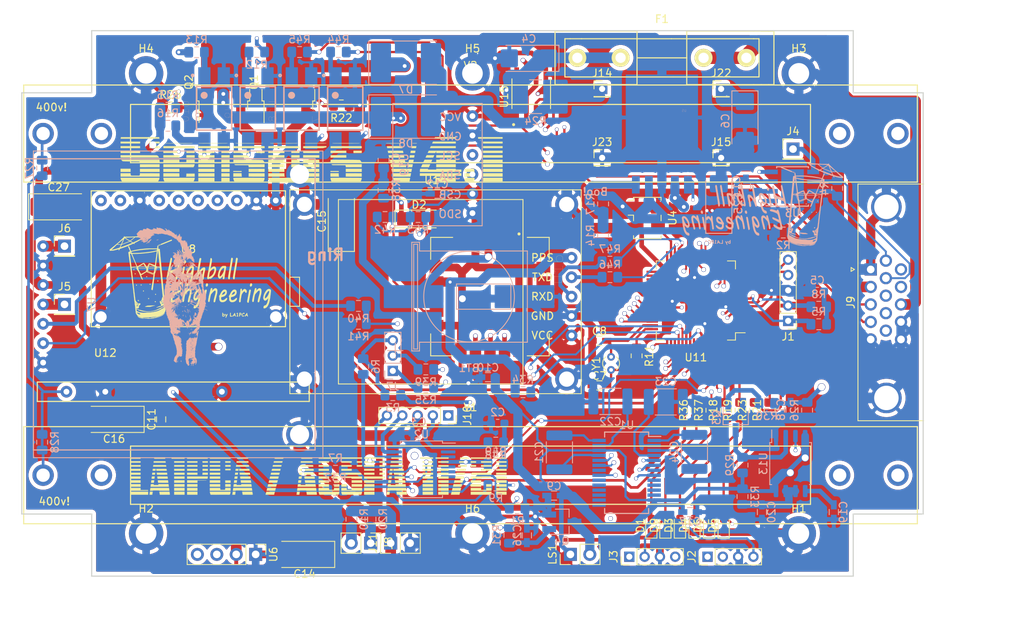
<source format=kicad_pcb>
(kicad_pcb (version 20171130) (host pcbnew "(5.1.6)-1")
  (layers (0 F.Cu signal) (1 In1.Cu signal) (2 In2.Cu signal) (31 B.Cu signal) (34 B.Paste user) (35 F.Paste user) (36 B.SilkS user) (37 F.SilkS user) (38 B.Mask user) (39 F.Mask user) (44 Edge.Cuts user))
  (net 0 "")
  (net 1 "Net-(C5-Pad1)")
  (net 2 "Net-(C7-Pad2)")
  (net 3 "Net-(C8-Pad2)")
  (net 4 "Net-(C10-Pad1)")
  (net 5 "Net-(C18-Pad1)")
  (net 6 "Net-(C19-Pad2)")
  (net 7 "Net-(C20-Pad2)")
  (net 8 "Net-(C21-Pad2)")
  (net 9 "Net-(C21-Pad1)")
  (net 10 "Net-(C22-Pad2)")
  (net 11 "Net-(C23-Pad2)")
  (net 12 "Net-(C24-Pad1)")
  (net 13 "Net-(C24-Pad2)")
  (net 14 "Net-(D3-Pad2)")
  (net 15 "Net-(D4-Pad2)")
  (net 16 "Net-(D5-Pad2)")
  (net 17 "Net-(D6-Pad2)")
  (net 18 "Net-(D7-Pad1)")
  (net 19 "Net-(D8-Pad1)")
  (net 20 "Net-(J1-Pad5)")
  (net 21 "Net-(J1-Pad4)")
  (net 22 "Net-(J1-Pad1)")
  (net 23 "Net-(J4-Pad1)")
  (net 24 "Net-(LS1-Pad2)")
  (net 25 "Net-(Q1-Pad1)")
  (net 26 "Net-(Q2-Pad1)")
  (net 27 "Net-(Q3-Pad3)")
  (net 28 "Net-(R2-Pad2)")
  (net 29 "Net-(R9-Pad2)")
  (net 30 "Net-(R9-Pad1)")
  (net 31 "Net-(R11-Pad1)")
  (net 32 "Net-(R12-Pad1)")
  (net 33 "Net-(R13-Pad1)")
  (net 34 "Net-(R14-Pad1)")
  (net 35 "Net-(R16-Pad1)")
  (net 36 "Net-(R18-Pad2)")
  (net 37 "Net-(R19-Pad2)")
  (net 38 "Net-(R21-Pad2)")
  (net 39 "Net-(R23-Pad2)")
  (net 40 "Net-(R27-Pad1)")
  (net 41 "Net-(R31-Pad1)")
  (net 42 "Net-(U1-Pad22)")
  (net 43 "Net-(U1-Pad20)")
  (net 44 "Net-(U1-Pad19)")
  (net 45 "Net-(U1-Pad18)")
  (net 46 "Net-(U1-Pad17)")
  (net 47 "Net-(U1-Pad16)")
  (net 48 "Net-(U1-Pad15)")
  (net 49 "Net-(U1-Pad12)")
  (net 50 "Net-(U1-Pad11)")
  (net 51 "Net-(U1-Pad10)")
  (net 52 "Net-(U1-Pad9)")
  (net 53 "Net-(U1-Pad7)")
  (net 54 "Net-(U11-Pad5)")
  (net 55 "Net-(U11-Pad6)")
  (net 56 "Net-(U11-Pad31)")
  (net 57 "Net-(U11-Pad44)")
  (net 58 "Net-(U11-Pad45)")
  (net 59 "Net-(U11-Pad43)")
  (net 60 "Net-(U11-Pad42)")
  (net 61 "Net-(U8-Pad4)")
  (net 62 "Net-(U8-Pad2)")
  (net 63 "Net-(U8-Pad1)")
  (net 64 "Net-(U11-Pad4)")
  (net 65 "Net-(U11-Pad10)")
  (net 66 "Net-(U11-Pad11)")
  (net 67 "Net-(U11-Pad13)")
  (net 68 "Net-(U11-Pad21)")
  (net 69 "Net-(U11-Pad28)")
  (net 70 "Net-(U11-Pad32)")
  (net 71 "Net-(U11-Pad33)")
  (net 72 "Net-(U11-Pad34)")
  (net 73 "Net-(U11-Pad36)")
  (net 74 "Net-(U11-Pad37)")
  (net 75 "Net-(U11-Pad41)")
  (net 76 "Net-(C26-Pad2)")
  (net 77 "Net-(D7-Pad2)")
  (net 78 "Net-(Q3-Pad1)")
  (net 79 "Net-(R1-Pad1)")
  (net 80 "Net-(R7-Pad1)")
  (net 81 "Net-(R32-Pad1)")
  (net 82 "Net-(R34-Pad1)")
  (net 83 "Net-(R34-Pad2)")
  (net 84 "Net-(U2-Pad2)")
  (net 85 "Net-(U2-Pad3)")
  (net 86 "Net-(U2-Pad5)")
  (net 87 "Net-(U2-Pad6)")
  (net 88 "Net-(U2-Pad7)")
  (net 89 "Net-(U2-Pad8)")
  (net 90 "Net-(J9-Pad3)")
  (net 91 "Net-(J9-Pad4)")
  (net 92 "Net-(J9-Pad6)")
  (net 93 "Net-(J9-Pad7)")
  (net 94 "Net-(J9-Pad8)")
  (net 95 "Net-(J9-Pad9)")
  (net 96 "Net-(J9-Pad10)")
  (net 97 "Net-(D9-Pad2)")
  (net 98 "Net-(R37-Pad2)")
  (net 99 "Net-(J10-Pad1)")
  (net 100 "Net-(J10-Pad5)")
  (net 101 "Net-(J10-Pad4)")
  (net 102 "Net-(U16-Pad19)")
  (net 103 "Net-(U16-Pad18)")
  (net 104 "Net-(U16-Pad8)")
  (net 105 "Net-(BT1-Pad1)")
  (net 106 "Net-(BT1-Pad2)")
  (net 107 "Net-(C2-Pad1)")
  (net 108 "Net-(D2-Pad1)")
  (net 109 "Net-(F1-Pad2)")
  (net 110 "Net-(R40-Pad1)")
  (net 111 "Net-(R42-Pad2)")
  (net 112 "Net-(R43-Pad2)")
  (net 113 "Net-(R44-Pad1)")
  (net 114 "Net-(R44-Pad2)")
  (net 115 "Net-(R45-Pad1)")
  (net 116 "Net-(R45-Pad2)")
  (net 117 "Net-(R46-Pad2)")
  (net 118 "Net-(R47-Pad2)")
  (net 119 "Net-(R47-Pad1)")
  (net 120 "Net-(U11-Pad62)")
  (net 121 "Net-(U11-Pad61)")
  (net 122 "Net-(U11-Pad12)")
  (net 123 "Net-(U11-Pad63)")
  (net 124 "Net-(R40-Pad2)")
  (net 125 "Net-(R46-Pad1)")
  (net 126 "Net-(U11-Pad56)")
  (net 127 "Net-(J3-Pad4)")
  (net 128 "Net-(R6-Pad1)")
  (net 129 /I2C_P)
  (net 130 /I2C_N)
  (net 131 /APRS_N)
  (net 132 /APRS_P)
  (net 133 "Net-(J7-Pad3)")
  (net 134 "Net-(J7-Pad2)")
  (net 135 "Net-(J7-Pad1)")
  (net 136 "Net-(J5-Pad1)")
  (net 137 "Net-(J6-Pad1)")
  (net 138 "Net-(C4-Pad1)")
  (net 139 "Net-(R15-Pad1)")
  (net 140 "Net-(D1-Pad2)")
  (net 141 "Net-(R36-Pad2)")
  (net 142 "Net-(R35-Pad2)")
  (net 143 "Net-(R39-Pad2)")
  (net 144 "Net-(U11-Pad38)")
  (net 145 "Net-(U11-Pad14)")
  (net 146 "Net-(C27-Pad1)")
  (module logo:high1 (layer B.Cu) (at 122.5042 52.9844 180)
    (fp_text reference G*** hide)
    (fp_text value LOGO hide)
  )
  (module logo:fry (layer B.Cu) (at 45.339 64.9986 180)
    (fp_text reference " " hide)
    (fp_text value " " hide)
  )
  (module logo:high1 (layer F.Cu) (at 47.7012 62.5094)
    (fp_text reference G*** hide)
    (fp_text value LOGO hide)
  )
  (module logo:sensors_logo41 (layer F.Cu) (at 63.6016 47.0662)
    (fp_text reference G*** hide)
    (fp_text value LOGO hide)
  )
  (module logo:callsign41 (layer F.Cu) (at 64.389 88.4174)
    (fp_text reference G*** hide)
    (fp_text value LOGO hide)
  )
  (module highball:SSOP-20_5.3x7.2mm_P0.65mm_mod (layer B.Cu) (at 77.907 87.6225 180)
    (fp_text reference U2 (at 0 4.55 180) (layer B.SilkS) (effects (justify mirror)))
    (fp_text value PIC18F16Q41-ESS)
    (pad 20 smd roundrect (at 3.5 2.925 180) (size 1.9 0.4) (layers B.Cu B.Paste B.Mask) (net 106 "Net-(BT1-Pad2)"))
    (pad 19 smd roundrect (at 3.5 2.275 180) (size 1.9 0.4) (layers B.Cu B.Paste B.Mask) (net 101 "Net-(J10-Pad4)"))
    (pad 18 smd roundrect (at 3.5 1.625 180) (size 1.9 0.4) (layers B.Cu B.Paste B.Mask) (net 100 "Net-(J10-Pad5)"))
    (pad 17 smd roundrect (at 3.5 0.975 180) (size 1.9 0.4) (layers B.Cu B.Paste B.Mask) (net 98 "Net-(R37-Pad2)"))
    (pad 16 smd roundrect (at 3.5 0.325 180) (size 1.9 0.4) (layers B.Cu B.Paste B.Mask) (net 128 "Net-(R6-Pad1)"))
    (pad 15 smd roundrect (at 3.5 -0.325 180) (size 1.9 0.4) (layers B.Cu B.Paste B.Mask) (net 121 "Net-(U11-Pad61)"))
    (pad 14 smd roundrect (at 3.5 -0.975 180) (size 1.9 0.4) (layers B.Cu B.Paste B.Mask) (net 120 "Net-(U11-Pad62)"))
    (pad 13 smd roundrect (at 3.5 -1.625 180) (size 1.9 0.4) (layers B.Cu B.Paste B.Mask) (net 80 "Net-(R7-Pad1)"))
    (pad 12 smd roundrect (at 3.5 -2.275 180) (size 1.9 0.4) (layers B.Cu B.Paste B.Mask) (net 81 "Net-(R32-Pad1)"))
    (pad 11 smd roundrect (at 3.5 -2.925 180) (size 1.9 0.4) (layers B.Cu B.Paste B.Mask) (net 30 "Net-(R9-Pad1)"))
    (pad 10 smd roundrect (at -3.5 -2.925 180) (size 1.9 0.4) (layers B.Cu B.Paste B.Mask) (net 79 "Net-(R1-Pad1)"))
    (pad 9 smd roundrect (at -3.5 -2.275 180) (size 1.9 0.4) (layers B.Cu B.Paste B.Mask) (net 141 "Net-(R36-Pad2)"))
    (pad 8 smd roundrect (at -3.5 -1.625 180) (size 1.9 0.4) (layers B.Cu B.Paste B.Mask) (net 89 "Net-(U2-Pad8)"))
    (pad 7 smd roundrect (at -3.5 -0.975 180) (size 1.9 0.4) (layers B.Cu B.Paste B.Mask) (net 88 "Net-(U2-Pad7)"))
    (pad 6 smd roundrect (at -3.5 -0.325 180) (size 1.9 0.4) (layers B.Cu B.Paste B.Mask) (net 87 "Net-(U2-Pad6)"))
    (pad 5 smd roundrect (at -3.5 0.325 180) (size 1.9 0.4) (layers B.Cu B.Paste B.Mask) (net 86 "Net-(U2-Pad5)"))
    (pad 4 smd roundrect (at -3.5 0.975 180) (size 1.9 0.4) (layers B.Cu B.Paste B.Mask) (net 99 "Net-(J10-Pad1)"))
    (pad 3 smd roundrect (at -3.5 1.625 180) (size 1.9 0.4) (layers B.Cu B.Paste B.Mask) (net 85 "Net-(U2-Pad3)"))
    (pad 2 smd roundrect (at -3.5 2.275 180) (size 1.9 0.4) (layers B.Cu B.Paste B.Mask) (net 84 "Net-(U2-Pad2)"))
    (pad 1 smd roundrect (at -3.5 2.925 180) (size 1.9 0.4) (layers B.Cu B.Paste B.Mask) (net 146 "Net-(C27-Pad1)"))
  )
  (module lib:batt_holder_1220 (layer B.Cu) (at 84.1375 65.024)
    (fp_text reference BT1 (at 0 9.35) (layer B.SilkS) (effects (justify mirror)))
    (fp_text value Battery)
    (pad 1 smd roundrect (at -7.25 0) (size 7.8 3) (layers B.Cu B.Paste B.Mask) (roundrect_rratio 0.032) (net 105 "Net-(BT1-Pad1)"))
    (pad 2 smd roundrect (at 7.25 0) (size 7.8 3) (layers B.Cu B.Paste B.Mask) (roundrect_rratio 0.032) (net 106 "Net-(BT1-Pad2)"))
  )
  (module highball:Fuseholder5x20_horiz_open_inline_Type-I (layer F.Cu) (at 109.347 33.782)
    (fp_text reference F1 (at 0 -5.08) (layer F.SilkS))
    (fp_text value Fuse)
    (pad 2 thru_hole circle (at 5.45084 0) (size 2.3495 2.3495) (drill 1.34874) (layers *.Cu *.Mask F.SilkS) (net 109 "Net-(F1-Pad2)"))
    (pad 2 thru_hole circle (at 11.049 0) (size 2.3495 2.3495) (drill 1.34874) (layers *.Cu *.Mask F.SilkS) (net 109 "Net-(F1-Pad2)"))
    (pad 1 thru_hole circle (at -5.40004 -0.01016) (size 2.3495 2.3495) (drill 1.34874) (layers *.Cu *.Mask F.SilkS) (net 138 "Net-(C4-Pad1)"))
    (pad 1 thru_hole circle (at -11.049 0) (size 2.3495 2.3495) (drill 1.34874) (layers *.Cu *.Mask F.SilkS) (net 138 "Net-(C4-Pad1)"))
  )
  (module Kicad:XCVR_SAM-M8Q (layer F.Cu) (at 86.868 65.024 270)
    (fp_text reference U16 (at -3.555 -8.889 270) (layer F.SilkS) (effects (font (size 1.4 1.4) (thickness 0.015))))
    (fp_text value SAM-M8Q)
    (pad 10 smd rect (at 3.8 6.985 270) (size 1.5 1.8) (layers F.Cu F.Mask) (net 106 "Net-(BT1-Pad2)"))
    (pad 9 smd rect (at 1.9 6.985 270) (size 1.5 1.8) (layers F.Cu F.Mask) (net 111 "Net-(R42-Pad2)"))
    (pad 8 smd rect (at 0 6.985 270) (size 1.5 1.8) (layers F.Cu F.Mask) (net 104 "Net-(U16-Pad8)"))
    (pad 7 smd rect (at -1.905 6.985 270) (size 1.5 1.8) (layers F.Cu F.Mask) (net 83 "Net-(R34-Pad2)"))
    (pad 6 smd rect (at -3.81 6.985 270) (size 1.5 1.8) (layers F.Cu F.Mask) (net 106 "Net-(BT1-Pad2)"))
    (pad 16 smd rect (at 3.8 -6.985 270) (size 1.5 1.8) (layers F.Cu F.Mask) (net 106 "Net-(BT1-Pad2)"))
    (pad 17 smd rect (at 1.9 -6.985 270) (size 1.5 1.8) (layers F.Cu F.Mask) (net 4 "Net-(C10-Pad1)"))
    (pad 18 smd rect (at 0 -6.985 270) (size 1.5 1.8) (layers F.Cu F.Mask) (net 103 "Net-(U16-Pad18)"))
    (pad 19 smd rect (at -1.905 -6.985 270) (size 1.5 1.8) (layers F.Cu F.Mask) (net 102 "Net-(U16-Pad19)"))
    (pad 20 smd rect (at -3.81 -6.985 270) (size 1.5 1.8) (layers F.Cu F.Mask) (net 106 "Net-(BT1-Pad2)"))
    (pad 11 smd rect (at 6.985 3.8 270) (size 1.8 1.5) (layers F.Cu F.Mask) (net 106 "Net-(BT1-Pad2)"))
    (pad 12 smd rect (at 6.985 1.9 270) (size 1.8 1.5) (layers F.Cu F.Mask) (net 112 "Net-(R43-Pad2)"))
    (pad 13 smd rect (at 6.985 0 270) (size 1.8 1.5) (layers F.Cu F.Mask) (net 117 "Net-(R46-Pad2)"))
    (pad 14 smd rect (at 6.985 -1.905 270) (size 1.8 1.5) (layers F.Cu F.Mask) (net 118 "Net-(R47-Pad2)"))
    (pad 15 smd rect (at 6.985 -3.81 270) (size 1.8 1.5) (layers F.Cu F.Mask) (net 106 "Net-(BT1-Pad2)"))
    (pad 5 smd rect (at -6.985 3.8 270) (size 1.8 1.5) (layers F.Cu F.Mask) (net 106 "Net-(BT1-Pad2)"))
    (pad 4 smd rect (at -6.985 1.9 270) (size 1.8 1.5) (layers F.Cu F.Mask) (net 106 "Net-(BT1-Pad2)"))
    (pad 3 smd rect (at -6.985 0 270) (size 1.8 1.5) (layers F.Cu F.Mask) (net 105 "Net-(BT1-Pad1)"))
    (pad 2 smd rect (at -6.985 -1.905 270) (size 1.8 1.5) (layers F.Cu F.Mask) (net 4 "Net-(C10-Pad1)"))
    (pad 1 smd rect (at -6.985 -3.81 270) (size 1.8 1.5) (layers F.Cu F.Mask) (net 106 "Net-(BT1-Pad2)"))
  )
  (module lib:DDPAK-5_Q (layer B.Cu) (at 109.347 41.5925 180)
    (fp_text reference U5 (at -2.9116 0.9 180) (layer B.SilkS) (effects (font (size 0.314961 0.314961) (thickness 0.015)) (justify mirror)))
    (fp_text value LT1965EQPBF)
    (pad 6 smd rect (at 0 0 180) (size 9.4488 11.2522) (layers B.Cu B.Paste B.Mask) (net 106 "Net-(BT1-Pad2)"))
    (pad 5 smd rect (at 3.4036 -8.8011 180) (size 1.016 2.286) (layers B.Cu B.Paste B.Mask) (net 34 "Net-(R14-Pad1)"))
    (pad 4 smd rect (at 1.7018 -8.8011 180) (size 1.016 2.286) (layers B.Cu B.Paste B.Mask) (net 4 "Net-(C10-Pad1)"))
    (pad 3 smd rect (at 0 -8.8011 180) (size 1.016 2.286) (layers B.Cu B.Paste B.Mask) (net 106 "Net-(BT1-Pad2)"))
    (pad 2 smd rect (at -1.7018 -8.8011 180) (size 1.016 2.286) (layers B.Cu B.Paste B.Mask) (net 146 "Net-(C27-Pad1)"))
    (pad 1 smd rect (at -3.4036 -8.8011 180) (size 1.016 2.286) (layers B.Cu B.Paste B.Mask) (net 29 "Net-(R9-Pad2)"))
  )
  (module lib:gyro_cjmcu (layer F.Cu) (at 47.4345 63.881)
    (fp_text reference U8 (at 0 -5.08) (layer F.SilkS))
    (fp_text value gyro_cjmcu)
    (pad 1 thru_hole circle (at -11.43 -11.43) (size 1.524 1.524) (drill 0.762) (layers *.Cu *.Mask) (net 63 "Net-(U8-Pad1)"))
    (pad 2 thru_hole circle (at -8.89 -11.43) (size 1.524 1.524) (drill 0.762) (layers *.Cu *.Mask) (net 62 "Net-(U8-Pad2)"))
    (pad 3 thru_hole circle (at -6.35 -11.43) (size 1.524 1.524) (drill 0.762) (layers *.Cu *.Mask) (net 106 "Net-(BT1-Pad2)"))
    (pad 4 thru_hole circle (at -3.81 -11.43) (size 1.524 1.524) (drill 0.762) (layers *.Cu *.Mask) (net 61 "Net-(U8-Pad4)"))
    (pad 5 thru_hole circle (at -1.27 -11.43) (size 1.524 1.524) (drill 0.762) (layers *.Cu *.Mask) (net 60 "Net-(U11-Pad42)"))
    (pad 6 thru_hole circle (at 1.27 -11.43) (size 1.524 1.524) (drill 0.762) (layers *.Cu *.Mask) (net 59 "Net-(U11-Pad43)"))
    (pad 7 thru_hole circle (at 3.81 -11.43) (size 1.524 1.524) (drill 0.762) (layers *.Cu *.Mask) (net 58 "Net-(U11-Pad45)"))
    (pad 8 thru_hole circle (at 6.35 -11.43) (size 1.524 1.524) (drill 0.762) (layers *.Cu *.Mask) (net 57 "Net-(U11-Pad44)"))
    (pad 9 thru_hole circle (at 8.89 -11.43) (size 1.524 1.524) (drill 0.762) (layers *.Cu *.Mask) (net 106 "Net-(BT1-Pad2)"))
    (pad 10 thru_hole circle (at 11.43 -11.43) (size 1.524 1.524) (drill 0.762) (layers *.Cu *.Mask) (net 4 "Net-(C10-Pad1)"))
    (pad 9 thru_hole circle (at -11.43 3.81) (size 2 2) (drill 1.5) (layers *.Cu *.Mask) (net 106 "Net-(BT1-Pad2)"))
    (pad 9 thru_hole circle (at 11.43 3.81) (size 2 2) (drill 1.5) (layers *.Cu *.Mask) (net 106 "Net-(BT1-Pad2)"))
  )
  (module lib:SOT254P975X400-4N (layer B.Cu) (at 56.515 40.386 270)
    (fp_text reference U9 (at 0.377005 3.754765 270) (layer B.SilkS) (effects (font (size 1.005299 1.005299) (thickness 0.015)) (justify mirror)))
    (fp_text value "PC817 Ign")
    (pad 1 smd rect (at -4.25 1.27 270) (size 2.25 1.6) (layers B.Cu B.Paste B.Mask) (net 32 "Net-(R12-Pad1)"))
    (pad 2 smd rect (at -4.25 -1.27 270) (size 2.25 1.6) (layers B.Cu B.Paste B.Mask) (net 106 "Net-(BT1-Pad2)"))
    (pad 3 smd rect (at 4.25 -1.27 270) (size 2.25 1.6) (layers B.Cu B.Paste B.Mask) (net 106 "Net-(BT1-Pad2)"))
    (pad 4 smd rect (at 4.25 1.27 270) (size 2.25 1.6) (layers B.Cu B.Paste B.Mask) (net 139 "Net-(R15-Pad1)"))
  )
  (module lib:SOT254P975X400-4N (layer B.Cu) (at 50.8 40.386 270)
    (fp_text reference U10 (at 0.377005 3.754765 270) (layer B.SilkS) (effects (font (size 1.005299 1.005299) (thickness 0.015)) (justify mirror)))
    (fp_text value "PC817 Alm")
    (pad 1 smd rect (at -4.25 1.27 270) (size 2.25 1.6) (layers B.Cu B.Paste B.Mask) (net 33 "Net-(R13-Pad1)"))
    (pad 2 smd rect (at -4.25 -1.27 270) (size 2.25 1.6) (layers B.Cu B.Paste B.Mask) (net 106 "Net-(BT1-Pad2)"))
    (pad 3 smd rect (at 4.25 -1.27 270) (size 2.25 1.6) (layers B.Cu B.Paste B.Mask) (net 106 "Net-(BT1-Pad2)"))
    (pad 4 smd rect (at 4.25 1.27 270) (size 2.25 1.6) (layers B.Cu B.Paste B.Mask) (net 35 "Net-(R16-Pad1)"))
  )
  (module lib:TQFP-64-1EP_10x10mm_Pitch0.5mm (layer F.Cu) (at 113.792 65.532 180)
    (fp_text reference U11 (at 0 -7.45 180) (layer F.SilkS))
    (fp_text value PIC32MZ0512EFM064-I_PT)
    (pad 64 smd rect (at -3.75 -5.7 270) (size 1.5 0.3) (layers F.Cu F.Paste F.Mask) (net 36 "Net-(R18-Pad2)"))
    (pad 63 smd rect (at -3.25 -5.7 270) (size 1.5 0.3) (layers F.Cu F.Paste F.Mask) (net 123 "Net-(U11-Pad63)"))
    (pad 62 smd rect (at -2.75 -5.7 270) (size 1.5 0.3) (layers F.Cu F.Paste F.Mask) (net 120 "Net-(U11-Pad62)"))
    (pad 61 smd rect (at -2.25 -5.7 270) (size 1.5 0.3) (layers F.Cu F.Paste F.Mask) (net 121 "Net-(U11-Pad61)"))
    (pad 60 smd rect (at -1.75 -5.7 270) (size 1.5 0.3) (layers F.Cu F.Paste F.Mask) (net 4 "Net-(C10-Pad1)"))
    (pad 59 smd rect (at -1.25 -5.7 270) (size 1.5 0.3) (layers F.Cu F.Paste F.Mask) (net 106 "Net-(BT1-Pad2)"))
    (pad 58 smd rect (at -0.75 -5.7 270) (size 1.5 0.3) (layers F.Cu F.Paste F.Mask) (net 82 "Net-(R34-Pad1)"))
    (pad 57 smd rect (at -0.25 -5.7 270) (size 1.5 0.3) (layers F.Cu F.Paste F.Mask) (net 124 "Net-(R40-Pad2)"))
    (pad 56 smd rect (at 0.25 -5.7 270) (size 1.5 0.3) (layers F.Cu F.Paste F.Mask) (net 126 "Net-(U11-Pad56)"))
    (pad 55 smd rect (at 0.75 -5.7 270) (size 1.5 0.3) (layers F.Cu F.Paste F.Mask) (net 106 "Net-(BT1-Pad2)"))
    (pad 54 smd rect (at 1.25 -5.7 270) (size 1.5 0.3) (layers F.Cu F.Paste F.Mask) (net 4 "Net-(C10-Pad1)"))
    (pad 53 smd rect (at 1.75 -5.7 270) (size 1.5 0.3) (layers F.Cu F.Paste F.Mask) (net 143 "Net-(R39-Pad2)"))
    (pad 52 smd rect (at 2.25 -5.7 270) (size 1.5 0.3) (layers F.Cu F.Paste F.Mask) (net 142 "Net-(R35-Pad2)"))
    (pad 51 smd rect (at 2.75 -5.7 270) (size 1.5 0.3) (layers F.Cu F.Paste F.Mask) (net 130 /I2C_N))
    (pad 50 smd rect (at 3.25 -5.7 270) (size 1.5 0.3) (layers F.Cu F.Paste F.Mask) (net 129 /I2C_P))
    (pad 49 smd rect (at 3.75 -5.7 270) (size 1.5 0.3) (layers F.Cu F.Paste F.Mask) (net 80 "Net-(R7-Pad1)"))
    (pad 48 smd rect (at 5.7 -3.75 180) (size 1.5 0.3) (layers F.Cu F.Paste F.Mask) (net 31 "Net-(R11-Pad1)"))
    (pad 47 smd rect (at 5.7 -3.25 180) (size 1.5 0.3) (layers F.Cu F.Paste F.Mask) (net 3 "Net-(C8-Pad2)"))
    (pad 46 smd rect (at 5.7 -2.75 180) (size 1.5 0.3) (layers F.Cu F.Paste F.Mask) (net 81 "Net-(R32-Pad1)"))
    (pad 45 smd rect (at 5.7 -2.25 180) (size 1.5 0.3) (layers F.Cu F.Paste F.Mask) (net 58 "Net-(U11-Pad45)"))
    (pad 44 smd rect (at 5.7 -1.75 180) (size 1.5 0.3) (layers F.Cu F.Paste F.Mask) (net 57 "Net-(U11-Pad44)"))
    (pad 43 smd rect (at 5.7 -1.25 180) (size 1.5 0.3) (layers F.Cu F.Paste F.Mask) (net 59 "Net-(U11-Pad43)"))
    (pad 42 smd rect (at 5.7 -0.75 180) (size 1.5 0.3) (layers F.Cu F.Paste F.Mask) (net 60 "Net-(U11-Pad42)"))
    (pad 41 smd rect (at 5.7 -0.25 180) (size 1.5 0.3) (layers F.Cu F.Paste F.Mask) (net 75 "Net-(U11-Pad41)"))
    (pad 40 smd rect (at 5.7 0.25 180) (size 1.5 0.3) (layers F.Cu F.Paste F.Mask) (net 106 "Net-(BT1-Pad2)"))
    (pad 39 smd rect (at 5.7 0.75 180) (size 1.5 0.3) (layers F.Cu F.Paste F.Mask) (net 4 "Net-(C10-Pad1)"))
    (pad 38 smd rect (at 5.7 1.25 180) (size 1.5 0.3) (layers F.Cu F.Paste F.Mask) (net 144 "Net-(U11-Pad38)"))
    (pad 37 smd rect (at 5.7 1.75 180) (size 1.5 0.3) (layers F.Cu F.Paste F.Mask) (net 74 "Net-(U11-Pad37)"))
    (pad 36 smd rect (at 5.7 2.25 180) (size 1.5 0.3) (layers F.Cu F.Paste F.Mask) (net 73 "Net-(U11-Pad36)"))
    (pad 35 smd rect (at 5.7 2.75 180) (size 1.5 0.3) (layers F.Cu F.Paste F.Mask) (net 106 "Net-(BT1-Pad2)"))
    (pad 34 smd rect (at 5.7 3.25 180) (size 1.5 0.3) (layers F.Cu F.Paste F.Mask) (net 72 "Net-(U11-Pad34)"))
    (pad 33 smd rect (at 5.7 3.75 180) (size 1.5 0.3) (layers F.Cu F.Paste F.Mask) (net 71 "Net-(U11-Pad33)"))
    (pad 32 smd rect (at 3.75 5.7 270) (size 1.5 0.3) (layers F.Cu F.Paste F.Mask) (net 70 "Net-(U11-Pad32)"))
    (pad 31 smd rect (at 3.25 5.7 270) (size 1.5 0.3) (layers F.Cu F.Paste F.Mask) (net 56 "Net-(U11-Pad31)"))
    (pad 30 smd rect (at 2.75 5.7 270) (size 1.5 0.3) (layers F.Cu F.Paste F.Mask) (net 125 "Net-(R46-Pad1)"))
    (pad 29 smd rect (at 2.25 5.7 270) (size 1.5 0.3) (layers F.Cu F.Paste F.Mask) (net 119 "Net-(R47-Pad1)"))
    (pad 28 smd rect (at 1.75 5.7 270) (size 1.5 0.3) (layers F.Cu F.Paste F.Mask) (net 69 "Net-(U11-Pad28)"))
    (pad 27 smd rect (at 1.25 5.7 270) (size 1.5 0.3) (layers F.Cu F.Paste F.Mask) (net 41 "Net-(R31-Pad1)"))
    (pad 26 smd rect (at 0.75 5.7 270) (size 1.5 0.3) (layers F.Cu F.Paste F.Mask) (net 4 "Net-(C10-Pad1)"))
    (pad 25 smd rect (at 0.25 5.7 270) (size 1.5 0.3) (layers F.Cu F.Paste F.Mask) (net 106 "Net-(BT1-Pad2)"))
    (pad 24 smd rect (at -0.25 5.7 270) (size 1.5 0.3) (layers F.Cu F.Paste F.Mask) (net 79 "Net-(R1-Pad1)"))
    (pad 23 smd rect (at -0.75 5.7 270) (size 1.5 0.3) (layers F.Cu F.Paste F.Mask) (net 113 "Net-(R44-Pad1)"))
    (pad 22 smd rect (at -1.25 5.7 270) (size 1.5 0.3) (layers F.Cu F.Paste F.Mask) (net 115 "Net-(R45-Pad1)"))
    (pad 21 smd rect (at -1.75 5.7 270) (size 1.5 0.3) (layers F.Cu F.Paste F.Mask) (net 68 "Net-(U11-Pad21)"))
    (pad 20 smd rect (at -2.25 5.7 270) (size 1.5 0.3) (layers F.Cu F.Paste F.Mask) (net 106 "Net-(BT1-Pad2)"))
    (pad 19 smd rect (at -2.75 5.7 270) (size 1.5 0.3) (layers F.Cu F.Paste F.Mask) (net 4 "Net-(C10-Pad1)"))
    (pad 18 smd rect (at -3.25 5.7 270) (size 1.5 0.3) (layers F.Cu F.Paste F.Mask) (net 131 /APRS_N))
    (pad 17 smd rect (at -3.75 5.7 270) (size 1.5 0.3) (layers F.Cu F.Paste F.Mask) (net 132 /APRS_P))
    (pad 16 smd rect (at -5.7 3.75 180) (size 1.5 0.3) (layers F.Cu F.Paste F.Mask) (net 21 "Net-(J1-Pad4)"))
    (pad 15 smd rect (at -5.7 3.25 180) (size 1.5 0.3) (layers F.Cu F.Paste F.Mask) (net 20 "Net-(J1-Pad5)"))
    (pad 14 smd rect (at -5.7 2.75 180) (size 1.5 0.3) (layers F.Cu F.Paste F.Mask) (net 145 "Net-(U11-Pad14)"))
    (pad 13 smd rect (at -5.7 2.25 180) (size 1.5 0.3) (layers F.Cu F.Paste F.Mask) (net 67 "Net-(U11-Pad13)"))
    (pad 12 smd rect (at -5.7 1.75 180) (size 1.5 0.3) (layers F.Cu F.Paste F.Mask) (net 122 "Net-(U11-Pad12)"))
    (pad 11 smd rect (at -5.7 1.25 180) (size 1.5 0.3) (layers F.Cu F.Paste F.Mask) (net 66 "Net-(U11-Pad11)"))
    (pad 10 smd rect (at -5.7 0.75 180) (size 1.5 0.3) (layers F.Cu F.Paste F.Mask) (net 65 "Net-(U11-Pad10)"))
    (pad 9 smd rect (at -5.7 0.25 180) (size 1.5 0.3) (layers F.Cu F.Paste F.Mask) (net 22 "Net-(J1-Pad1)"))
    (pad 8 smd rect (at -5.7 -0.25 180) (size 1.5 0.3) (layers F.Cu F.Paste F.Mask) (net 4 "Net-(C10-Pad1)"))
    (pad 7 smd rect (at -5.7 -0.75 180) (size 1.5 0.3) (layers F.Cu F.Paste F.Mask) (net 106 "Net-(BT1-Pad2)"))
    (pad 6 smd rect (at -5.7 -1.25 180) (size 1.5 0.3) (layers F.Cu F.Paste F.Mask) (net 55 "Net-(U11-Pad6)"))
    (pad 5 smd rect (at -5.7 -1.75 180) (size 1.5 0.3) (layers F.Cu F.Paste F.Mask) (net 54 "Net-(U11-Pad5)"))
    (pad 4 smd rect (at -5.7 -2.25 180) (size 1.5 0.3) (layers F.Cu F.Paste F.Mask) (net 64 "Net-(U11-Pad4)"))
    (pad 3 smd rect (at -5.7 -2.75 180) (size 1.5 0.3) (layers F.Cu F.Paste F.Mask) (net 39 "Net-(R23-Pad2)"))
    (pad 2 smd rect (at -5.7 -3.25 180) (size 1.5 0.3) (layers F.Cu F.Paste F.Mask) (net 38 "Net-(R21-Pad2)"))
    (pad 1 smd rect (at -5.7 -3.75 180) (size 1.5 0.3) (layers F.Cu F.Paste F.Mask) (net 37 "Net-(R19-Pad2)"))
  )
  (module lib:HT_module (layer F.Cu) (at 36.576 73.66)
    (fp_text reference U12 (at 0 -1.27) (layer F.SilkS))
    (fp_text value HTmodule)
    (pad 1 thru_hole circle (at 0 3.81) (size 1.524 1.524) (drill 0.762) (layers *.Cu *.Mask) (net 106 "Net-(BT1-Pad2)"))
    (pad 2 thru_hole circle (at 15.24 3.81) (size 1.524 1.524) (drill 0.762) (layers *.Cu *.Mask) (net 4 "Net-(C10-Pad1)"))
    (pad 3 thru_hole circle (at -5.08 3.81) (size 1.524 1.524) (drill 0.762) (layers *.Cu *.Mask) (net 40 "Net-(R27-Pad1)"))
  )
  (module lib:sbm_20 (layer F.Cu) (at 84.328 88.392)
    (fp_text reference V1 (at 0 -8.89) (layer F.SilkS))
    (fp_text value sbm-20)
    (pad 1 thru_hole circle (at -55.88 0) (size 2.8 2.8) (drill 1.75) (layers *.Cu *.Mask) (net 40 "Net-(R27-Pad1)"))
    (pad 1 thru_hole circle (at -48.26 0) (size 2.8 2.8) (drill 1.75) (layers *.Cu *.Mask) (net 40 "Net-(R27-Pad1)"))
    (pad 2 thru_hole circle (at 48.26 0) (size 2.8 2.8) (drill 1.75) (layers *.Cu *.Mask) (net 5 "Net-(C18-Pad1)"))
    (pad 2 thru_hole circle (at 55.88 0) (size 2.8 2.8) (drill 1.75) (layers *.Cu *.Mask) (net 5 "Net-(C18-Pad1)"))
  )
  (module lib:sbm_20 (layer F.Cu) (at 84.328 43.688)
    (fp_text reference V2 (at 0 -8.89) (layer F.SilkS))
    (fp_text value sbm-20)
    (pad 1 thru_hole circle (at -55.88 0) (size 2.8 2.8) (drill 1.75) (layers *.Cu *.Mask) (net 40 "Net-(R27-Pad1)"))
    (pad 1 thru_hole circle (at -48.26 0) (size 2.8 2.8) (drill 1.75) (layers *.Cu *.Mask) (net 40 "Net-(R27-Pad1)"))
    (pad 2 thru_hole circle (at 48.26 0) (size 2.8 2.8) (drill 1.75) (layers *.Cu *.Mask) (net 5 "Net-(C18-Pad1)"))
    (pad 2 thru_hole circle (at 55.88 0) (size 2.8 2.8) (drill 1.75) (layers *.Cu *.Mask) (net 5 "Net-(C18-Pad1)"))
  )
  (module Package_SO:SOP-8_5.28x5.23mm_P1.27mm (layer B.Cu) (at 126.1745 86.868 270)
    (fp_text reference U13 (at 0 3.56 90) (layer B.SilkS) (effects (justify mirror)))
    (fp_text value LMC555xM)
    (pad 8 smd roundrect (at 3.6 1.905 270) (size 1.6 0.6) (layers B.Cu B.Paste B.Mask) (net 4 "Net-(C10-Pad1)"))
    (pad 7 smd roundrect (at 3.6 0.635 270) (size 1.6 0.6) (layers B.Cu B.Paste B.Mask) (net 7 "Net-(C20-Pad2)"))
    (pad 6 smd roundrect (at 3.6 -0.635 270) (size 1.6 0.6) (layers B.Cu B.Paste B.Mask) (net 7 "Net-(C20-Pad2)"))
    (pad 5 smd roundrect (at 3.6 -1.905 270) (size 1.6 0.6) (layers B.Cu B.Paste B.Mask) (net 6 "Net-(C19-Pad2)"))
    (pad 4 smd roundrect (at -3.6 -1.905 270) (size 1.6 0.6) (layers B.Cu B.Paste B.Mask) (net 4 "Net-(C10-Pad1)"))
    (pad 3 smd roundrect (at -3.6 -0.635 270) (size 1.6 0.6) (layers B.Cu B.Paste B.Mask) (net 75 "Net-(U11-Pad41)"))
    (pad 2 smd roundrect (at -3.6 0.635 270) (size 1.6 0.6) (layers B.Cu B.Paste B.Mask) (net 27 "Net-(Q3-Pad3)"))
    (pad 1 smd roundrect (at -3.6 1.905 270) (size 1.6 0.6) (layers B.Cu B.Paste B.Mask) (net 106 "Net-(BT1-Pad2)"))
  )
  (module Connector_PinHeader_2.00mm:PinHeader_1x01_P2.00mm_Vertical (layer F.Cu) (at 101.5365 37.846)
    (fp_text reference J14 (at 0 -2.06) (layer F.SilkS))
    (fp_text value Conn_Vin)
    (pad 1 thru_hole rect (at 0 0) (size 1.35 1.35) (drill 0.8) (layers *.Cu *.Mask) (net 77 "Net-(D7-Pad2)"))
  )
  (module Connector_PinHeader_2.00mm:PinHeader_1x01_P2.00mm_Vertical (layer F.Cu) (at 117.094 46.863)
    (fp_text reference J15 (at 0 -2.06) (layer F.SilkS))
    (fp_text value Conn_GND)
    (pad 1 thru_hole rect (at 0 0) (size 1.35 1.35) (drill 0.8) (layers *.Cu *.Mask) (net 106 "Net-(BT1-Pad2)"))
  )
  (module Connector_PinHeader_2.00mm:PinHeader_1x01_P2.00mm_Vertical (layer F.Cu) (at 117.094 37.846)
    (fp_text reference J22 (at 0 -2.06) (layer F.SilkS))
    (fp_text value Conn_Vout)
    (pad 1 thru_hole rect (at 0 0) (size 1.35 1.35) (drill 0.8) (layers *.Cu *.Mask) (net 146 "Net-(C27-Pad1)"))
  )
  (module Connector_PinHeader_2.00mm:PinHeader_1x01_P2.00mm_Vertical (layer F.Cu) (at 101.5365 46.863)
    (fp_text reference J23 (at 0 -2.06) (layer F.SilkS))
    (fp_text value Conn_GND)
    (pad 1 thru_hole rect (at 0 0) (size 1.35 1.35) (drill 0.8) (layers *.Cu *.Mask) (net 106 "Net-(BT1-Pad2)"))
  )
  (module Package_TO_SOT_SMD:SC-59_Handsoldering (layer B.Cu) (at 118.999 80.8355 270)
    (fp_text reference Q3 (at 0 2.5 90) (layer B.SilkS) (effects (justify mirror)))
    (fp_text value Q_NPN_BEC)
    (pad 3 smd rect (at 1.65 0 270) (size 1.8 0.8) (layers B.Cu B.Paste B.Mask) (net 27 "Net-(Q3-Pad3)"))
    (pad 2 smd rect (at -1.65 -0.95 270) (size 1.8 0.8) (layers B.Cu B.Paste B.Mask) (net 106 "Net-(BT1-Pad2)"))
    (pad 1 smd rect (at -1.65 0.95 270) (size 1.8 0.8) (layers B.Cu B.Paste B.Mask) (net 78 "Net-(Q3-Pad1)"))
  )
  (module Package_TO_SOT_SMD:SC-59_Handsoldering (layer B.Cu) (at 96.266 94.488)
    (fp_text reference Q4 (at 0 2.5) (layer B.SilkS) (effects (justify mirror)))
    (fp_text value Q_NPN_BEC)
    (pad 3 smd rect (at 1.65 0) (size 1.8 0.8) (layers B.Cu B.Paste B.Mask) (net 24 "Net-(LS1-Pad2)"))
    (pad 2 smd rect (at -1.65 -0.95) (size 1.8 0.8) (layers B.Cu B.Paste B.Mask) (net 106 "Net-(BT1-Pad2)"))
    (pad 1 smd rect (at -1.65 0.95) (size 1.8 0.8) (layers B.Cu B.Paste B.Mask) (net 76 "Net-(C26-Pad2)"))
  )
  (module Resistor_SMD:R_0805_2012Metric_Pad1.15x1.40mm_HandSolder (layer B.Cu) (at 90.424 92.71)
    (fp_text reference R1 (at 0 1.65) (layer B.SilkS) (effects (justify mirror)))
    (fp_text value 2.7k)
    (pad 2 smd roundrect (at 1.025 0) (size 1.15 1.4) (layers B.Cu B.Paste B.Mask) (roundrect_rratio 0.217391) (net 106 "Net-(BT1-Pad2)"))
    (pad 1 smd roundrect (at -1.025 0) (size 1.15 1.4) (layers B.Cu B.Paste B.Mask) (roundrect_rratio 0.217391) (net 79 "Net-(R1-Pad1)"))
  )
  (module Resistor_SMD:R_0805_2012Metric_Pad1.15x1.40mm_HandSolder (layer B.Cu) (at 125.222 56.642)
    (fp_text reference R2 (at 0 1.65) (layer B.SilkS) (effects (justify mirror)))
    (fp_text value 10k)
    (pad 2 smd roundrect (at 1.025 0) (size 1.15 1.4) (layers B.Cu B.Paste B.Mask) (roundrect_rratio 0.217391) (net 28 "Net-(R2-Pad2)"))
    (pad 1 smd roundrect (at -1.025 0) (size 1.15 1.4) (layers B.Cu B.Paste B.Mask) (roundrect_rratio 0.217391) (net 106 "Net-(BT1-Pad2)"))
  )
  (module Resistor_SMD:R_0805_2012Metric_Pad1.15x1.40mm_HandSolder (layer B.Cu) (at 132.2705 50.8635 270)
    (fp_text reference R4 (at 0 1.65 90) (layer B.SilkS) (effects (justify mirror)))
    (fp_text value 120)
    (pad 2 smd roundrect (at 1.025 0 270) (size 1.15 1.4) (layers B.Cu B.Paste B.Mask) (roundrect_rratio 0.217391) (net 92 "Net-(J9-Pad6)"))
    (pad 1 smd roundrect (at -1.025 0 270) (size 1.15 1.4) (layers B.Cu B.Paste B.Mask) (roundrect_rratio 0.217391) (net 93 "Net-(J9-Pad7)"))
  )
  (module Resistor_SMD:R_0805_2012Metric_Pad1.15x1.40mm_HandSolder (layer B.Cu) (at 129.8575 68.6435 180)
    (fp_text reference R5 (at 0 1.65) (layer B.SilkS) (effects (justify mirror)))
    (fp_text value 1k)
    (pad 2 smd roundrect (at 1.025 0 180) (size 1.15 1.4) (layers B.Cu B.Paste B.Mask) (roundrect_rratio 0.217391) (net 22 "Net-(J1-Pad1)"))
    (pad 1 smd roundrect (at -1.025 0 180) (size 1.15 1.4) (layers B.Cu B.Paste B.Mask) (roundrect_rratio 0.217391) (net 1 "Net-(C5-Pad1)"))
  )
  (module Resistor_SMD:R_0805_2012Metric_Pad1.15x1.40mm_HandSolder (layer B.Cu) (at 129.8575 66.3575 180)
    (fp_text reference R8 (at 0 1.65) (layer B.SilkS) (effects (justify mirror)))
    (fp_text value 10k)
    (pad 2 smd roundrect (at 1.025 0 180) (size 1.15 1.4) (layers B.Cu B.Paste B.Mask) (roundrect_rratio 0.217391) (net 4 "Net-(C10-Pad1)"))
    (pad 1 smd roundrect (at -1.025 0 180) (size 1.15 1.4) (layers B.Cu B.Paste B.Mask) (roundrect_rratio 0.217391) (net 1 "Net-(C5-Pad1)"))
  )
  (module Resistor_SMD:R_0805_2012Metric_Pad1.15x1.40mm_HandSolder (layer B.Cu) (at 87.63 89.7255)
    (fp_text reference R9 (at 0 1.65) (layer B.SilkS) (effects (justify mirror)))
    (fp_text value 2k)
    (pad 2 smd roundrect (at 1.025 0) (size 1.15 1.4) (layers B.Cu B.Paste B.Mask) (roundrect_rratio 0.217391) (net 29 "Net-(R9-Pad2)"))
    (pad 1 smd roundrect (at -1.025 0) (size 1.15 1.4) (layers B.Cu B.Paste B.Mask) (roundrect_rratio 0.217391) (net 30 "Net-(R9-Pad1)"))
  )
  (module Resistor_SMD:R_0805_2012Metric_Pad1.15x1.40mm_HandSolder (layer F.Cu) (at 106.045 72.771 270)
    (fp_text reference R11 (at 0 -1.65 90) (layer F.SilkS))
    (fp_text value 100k)
    (pad 2 smd roundrect (at 1.025 0 270) (size 1.15 1.4) (layers F.Cu F.Paste F.Mask) (roundrect_rratio 0.217391) (net 2 "Net-(C7-Pad2)"))
    (pad 1 smd roundrect (at -1.025 0 270) (size 1.15 1.4) (layers F.Cu F.Paste F.Mask) (roundrect_rratio 0.217391) (net 31 "Net-(R11-Pad1)"))
  )
  (module Resistor_SMD:R_0805_2012Metric_Pad1.15x1.40mm_HandSolder (layer B.Cu) (at 56.388 33.02)
    (fp_text reference R12 (at 0 1.65) (layer B.SilkS) (effects (justify mirror)))
    (fp_text value 1.5k)
    (pad 2 smd roundrect (at 1.025 0) (size 1.15 1.4) (layers B.Cu B.Paste B.Mask) (roundrect_rratio 0.217391) (net 90 "Net-(J9-Pad3)"))
    (pad 1 smd roundrect (at -1.025 0) (size 1.15 1.4) (layers B.Cu B.Paste B.Mask) (roundrect_rratio 0.217391) (net 32 "Net-(R12-Pad1)"))
  )
  (module Resistor_SMD:R_0805_2012Metric_Pad1.15x1.40mm_HandSolder (layer B.Cu) (at 48.514 33.0454 180)
    (fp_text reference R13 (at 0 1.65) (layer B.SilkS) (effects (justify mirror)))
    (fp_text value 1.5k)
    (pad 2 smd roundrect (at 1.025 0 180) (size 1.15 1.4) (layers B.Cu B.Paste B.Mask) (roundrect_rratio 0.217391) (net 91 "Net-(J9-Pad4)"))
    (pad 1 smd roundrect (at -1.025 0 180) (size 1.15 1.4) (layers B.Cu B.Paste B.Mask) (roundrect_rratio 0.217391) (net 33 "Net-(R13-Pad1)"))
  )
  (module Resistor_SMD:R_0805_2012Metric_Pad1.15x1.40mm_HandSolder (layer B.Cu) (at 101.6635 57.023 270)
    (fp_text reference R14 (at 0 1.65 90) (layer B.SilkS) (effects (justify mirror)))
    (fp_text value 4.7k)
    (pad 2 smd roundrect (at 1.025 0 270) (size 1.15 1.4) (layers B.Cu B.Paste B.Mask) (roundrect_rratio 0.217391) (net 106 "Net-(BT1-Pad2)"))
    (pad 1 smd roundrect (at -1.025 0 270) (size 1.15 1.4) (layers B.Cu B.Paste B.Mask) (roundrect_rratio 0.217391) (net 34 "Net-(R14-Pad1)"))
  )
  (module Resistor_SMD:R_0805_2012Metric_Pad1.15x1.40mm_HandSolder (layer B.Cu) (at 44.7675 40.3225 180)
    (fp_text reference R15 (at 0 1.65) (layer B.SilkS) (effects (justify mirror)))
    (fp_text value 2k)
    (pad 2 smd roundrect (at 1.025 0 180) (size 1.15 1.4) (layers B.Cu B.Paste B.Mask) (roundrect_rratio 0.217391) (net 146 "Net-(C27-Pad1)"))
    (pad 1 smd roundrect (at -1.025 0 180) (size 1.15 1.4) (layers B.Cu B.Paste B.Mask) (roundrect_rratio 0.217391) (net 139 "Net-(R15-Pad1)"))
  )
  (module Resistor_SMD:R_0805_2012Metric_Pad1.15x1.40mm_HandSolder (layer B.Cu) (at 44.7675 42.672 180)
    (fp_text reference R16 (at 0 1.65) (layer B.SilkS) (effects (justify mirror)))
    (fp_text value 2k)
    (pad 2 smd roundrect (at 1.025 0 180) (size 1.15 1.4) (layers B.Cu B.Paste B.Mask) (roundrect_rratio 0.217391) (net 146 "Net-(C27-Pad1)"))
    (pad 1 smd roundrect (at -1.025 0 180) (size 1.15 1.4) (layers B.Cu B.Paste B.Mask) (roundrect_rratio 0.217391) (net 35 "Net-(R16-Pad1)"))
  )
  (module Resistor_SMD:R_0805_2012Metric_Pad1.15x1.40mm_HandSolder (layer B.Cu) (at 101.6635 52.8955 270)
    (fp_text reference R17 (at 0 1.65 90) (layer B.SilkS) (effects (justify mirror)))
    (fp_text value 8k)
    (pad 2 smd roundrect (at 1.025 0 270) (size 1.15 1.4) (layers B.Cu B.Paste B.Mask) (roundrect_rratio 0.217391) (net 34 "Net-(R14-Pad1)"))
    (pad 1 smd roundrect (at -1.025 0 270) (size 1.15 1.4) (layers B.Cu B.Paste B.Mask) (roundrect_rratio 0.217391) (net 4 "Net-(C10-Pad1)"))
  )
  (module Resistor_SMD:R_0805_2012Metric_Pad1.15x1.40mm_HandSolder (layer F.Cu) (at 117.729 79.8957 90)
    (fp_text reference R18 (at 0 -1.65 90) (layer F.SilkS))
    (fp_text value 1.5k)
    (pad 2 smd roundrect (at 1.025 0 90) (size 1.15 1.4) (layers F.Cu F.Paste F.Mask) (roundrect_rratio 0.217391) (net 36 "Net-(R18-Pad2)"))
    (pad 1 smd roundrect (at -1.025 0 90) (size 1.15 1.4) (layers F.Cu F.Paste F.Mask) (roundrect_rratio 0.217391) (net 14 "Net-(D3-Pad2)"))
  )
  (module Resistor_SMD:R_0805_2012Metric_Pad1.15x1.40mm_HandSolder (layer F.Cu) (at 119.634 79.8957 90)
    (fp_text reference R19 (at 0 -1.65 90) (layer F.SilkS))
    (fp_text value 1.5k)
    (pad 2 smd roundrect (at 1.025 0 90) (size 1.15 1.4) (layers F.Cu F.Paste F.Mask) (roundrect_rratio 0.217391) (net 37 "Net-(R19-Pad2)"))
    (pad 1 smd roundrect (at -1.025 0 90) (size 1.15 1.4) (layers F.Cu F.Paste F.Mask) (roundrect_rratio 0.217391) (net 15 "Net-(D4-Pad2)"))
  )
  (module Resistor_SMD:R_0805_2012Metric_Pad1.15x1.40mm_HandSolder (layer F.Cu) (at 123.444 79.8957 90)
    (fp_text reference R21 (at 0 -1.65 90) (layer F.SilkS))
    (fp_text value 1.5k)
    (pad 2 smd roundrect (at 1.025 0 90) (size 1.15 1.4) (layers F.Cu F.Paste F.Mask) (roundrect_rratio 0.217391) (net 38 "Net-(R21-Pad2)"))
    (pad 1 smd roundrect (at -1.025 0 90) (size 1.15 1.4) (layers F.Cu F.Paste F.Mask) (roundrect_rratio 0.217391) (net 16 "Net-(D5-Pad2)"))
  )
  (module Resistor_SMD:R_0805_2012Metric_Pad1.15x1.40mm_HandSolder (layer F.Cu) (at 67.437 40.005 180)
    (fp_text reference R22 (at 0 -1.65) (layer F.SilkS))
    (fp_text value 4.5k)
    (pad 2 smd roundrect (at 1.025 0 180) (size 1.15 1.4) (layers F.Cu F.Paste F.Mask) (roundrect_rratio 0.217391) (net 25 "Net-(Q1-Pad1)"))
    (pad 1 smd roundrect (at -1.025 0 180) (size 1.15 1.4) (layers F.Cu F.Paste F.Mask) (roundrect_rratio 0.217391) (net 106 "Net-(BT1-Pad2)"))
  )
  (module Resistor_SMD:R_0805_2012Metric_Pad1.15x1.40mm_HandSolder (layer F.Cu) (at 121.539 79.8957 90)
    (fp_text reference R23 (at 0 -1.65 90) (layer F.SilkS))
    (fp_text value 1.5k)
    (pad 2 smd roundrect (at 1.025 0 90) (size 1.15 1.4) (layers F.Cu F.Paste F.Mask) (roundrect_rratio 0.217391) (net 39 "Net-(R23-Pad2)"))
    (pad 1 smd roundrect (at -1.025 0 90) (size 1.15 1.4) (layers F.Cu F.Paste F.Mask) (roundrect_rratio 0.217391) (net 17 "Net-(D6-Pad2)"))
  )
  (module Resistor_SMD:R_0805_2012Metric_Pad1.15x1.40mm_HandSolder (layer F.Cu) (at 45.085 40.259)
    (fp_text reference R25 (at 0 -1.65) (layer F.SilkS))
    (fp_text value 4.5k)
    (pad 2 smd roundrect (at 1.025 0) (size 1.15 1.4) (layers F.Cu F.Paste F.Mask) (roundrect_rratio 0.217391) (net 26 "Net-(Q2-Pad1)"))
    (pad 1 smd roundrect (at -1.025 0) (size 1.15 1.4) (layers F.Cu F.Paste F.Mask) (roundrect_rratio 0.217391) (net 106 "Net-(BT1-Pad2)"))
  )
  (module Resistor_SMD:R_0805_2012Metric_Pad1.15x1.40mm_HandSolder (layer B.Cu) (at 128.3335 79.883 270)
    (fp_text reference R26 (at 0 1.65 90) (layer B.SilkS) (effects (justify mirror)))
    (fp_text value 4.7k)
    (pad 2 smd roundrect (at 1.025 0 270) (size 1.15 1.4) (layers B.Cu B.Paste B.Mask) (roundrect_rratio 0.217391) (net 106 "Net-(BT1-Pad2)"))
    (pad 1 smd roundrect (at -1.025 0 270) (size 1.15 1.4) (layers B.Cu B.Paste B.Mask) (roundrect_rratio 0.217391) (net 5 "Net-(C18-Pad1)"))
  )
  (module Resistor_SMD:R_0805_2012Metric_Pad1.15x1.40mm_HandSolder (layer B.Cu) (at 28.321 48.1965 270)
    (fp_text reference R27 (at 0 1.65 270) (layer B.SilkS) (effects (justify mirror)))
    (fp_text value 5.1M)
    (pad 2 smd roundrect (at 1.025 0 270) (size 1.15 1.4) (layers B.Cu B.Paste B.Mask) (roundrect_rratio 0.217391) (net 40 "Net-(R27-Pad1)"))
    (pad 1 smd roundrect (at -1.025 0 270) (size 1.15 1.4) (layers B.Cu B.Paste B.Mask) (roundrect_rratio 0.217391) (net 40 "Net-(R27-Pad1)"))
  )
  (module Resistor_SMD:R_0805_2012Metric_Pad1.15x1.40mm_HandSolder (layer B.Cu) (at 28.321 84.074 90)
    (fp_text reference R28 (at 0 1.65 270) (layer B.SilkS) (effects (justify mirror)))
    (fp_text value 5.1M)
    (pad 2 smd roundrect (at 1.025 0 90) (size 1.15 1.4) (layers B.Cu B.Paste B.Mask) (roundrect_rratio 0.217391) (net 40 "Net-(R27-Pad1)"))
    (pad 1 smd roundrect (at -1.025 0 90) (size 1.15 1.4) (layers B.Cu B.Paste B.Mask) (roundrect_rratio 0.217391) (net 40 "Net-(R27-Pad1)"))
  )
  (module Resistor_SMD:R_0805_2012Metric_Pad1.15x1.40mm_HandSolder (layer B.Cu) (at 119.888 87.0675 270)
    (fp_text reference R29 (at 0 1.65 90) (layer B.SilkS) (effects (justify mirror)))
    (fp_text value 4.7k)
    (pad 2 smd roundrect (at 1.025 0 270) (size 1.15 1.4) (layers B.Cu B.Paste B.Mask) (roundrect_rratio 0.217391) (net 4 "Net-(C10-Pad1)"))
    (pad 1 smd roundrect (at -1.025 0 270) (size 1.15 1.4) (layers B.Cu B.Paste B.Mask) (roundrect_rratio 0.217391) (net 27 "Net-(Q3-Pad3)"))
  )
  (module Resistor_SMD:R_0805_2012Metric_Pad1.15x1.40mm_HandSolder (layer B.Cu) (at 123.063 78.994)
    (fp_text reference R30 (at 0 1.65) (layer B.SilkS) (effects (justify mirror)))
    (fp_text value 10k)
    (pad 2 smd roundrect (at 1.025 0) (size 1.15 1.4) (layers B.Cu B.Paste B.Mask) (roundrect_rratio 0.217391) (net 5 "Net-(C18-Pad1)"))
    (pad 1 smd roundrect (at -1.025 0) (size 1.15 1.4) (layers B.Cu B.Paste B.Mask) (roundrect_rratio 0.217391) (net 78 "Net-(Q3-Pad1)"))
  )
  (module Resistor_SMD:R_0805_2012Metric_Pad1.15x1.40mm_HandSolder (layer B.Cu) (at 89.408 96.266 270)
    (fp_text reference R31 (at 0 1.65 270) (layer B.SilkS) (effects (justify mirror)))
    (fp_text value 1.5k)
    (pad 2 smd roundrect (at 1.025 0 270) (size 1.15 1.4) (layers B.Cu B.Paste B.Mask) (roundrect_rratio 0.217391) (net 76 "Net-(C26-Pad2)"))
    (pad 1 smd roundrect (at -1.025 0 270) (size 1.15 1.4) (layers B.Cu B.Paste B.Mask) (roundrect_rratio 0.217391) (net 41 "Net-(R31-Pad1)"))
  )
  (module Resistor_SMD:R_0805_2012Metric_Pad1.15x1.40mm_HandSolder (layer B.Cu) (at 119.888 91.186 90)
    (fp_text reference R33 (at 0 1.65 90) (layer B.SilkS) (effects (justify mirror)))
    (fp_text value 4.7k)
    (pad 2 smd roundrect (at 1.025 0 90) (size 1.15 1.4) (layers B.Cu B.Paste B.Mask) (roundrect_rratio 0.217391) (net 4 "Net-(C10-Pad1)"))
    (pad 1 smd roundrect (at -1.025 0 90) (size 1.15 1.4) (layers B.Cu B.Paste B.Mask) (roundrect_rratio 0.217391) (net 7 "Net-(C20-Pad2)"))
  )
  (module Resistor_SMD:R_0805_2012Metric_Pad1.15x1.40mm_HandSolder (layer B.Cu) (at 66.675 87.8205 180)
    (fp_text reference R7 (at 0 1.65) (layer B.SilkS) (effects (justify mirror)))
    (fp_text value 4.7k)
    (pad 2 smd roundrect (at 1.025 0 180) (size 1.15 1.4) (layers B.Cu B.Paste B.Mask) (roundrect_rratio 0.217391) (net 139 "Net-(R15-Pad1)"))
    (pad 1 smd roundrect (at -1.025 0 180) (size 1.15 1.4) (layers B.Cu B.Paste B.Mask) (roundrect_rratio 0.217391) (net 80 "Net-(R7-Pad1)"))
  )
  (module Resistor_SMD:R_0805_2012Metric_Pad1.15x1.40mm_HandSolder (layer B.Cu) (at 66.675 90.3605 180)
    (fp_text reference R32 (at 0 1.65) (layer B.SilkS) (effects (justify mirror)))
    (fp_text value 4.7k)
    (pad 2 smd roundrect (at 1.025 0 180) (size 1.15 1.4) (layers B.Cu B.Paste B.Mask) (roundrect_rratio 0.217391) (net 35 "Net-(R16-Pad1)"))
    (pad 1 smd roundrect (at -1.025 0 180) (size 1.15 1.4) (layers B.Cu B.Paste B.Mask) (roundrect_rratio 0.217391) (net 81 "Net-(R32-Pad1)"))
  )
  (module Resistor_SMD:R_0805_2012Metric_Pad1.15x1.40mm_HandSolder (layer B.Cu) (at 91.186 77.5335 180)
    (fp_text reference R34 (at 0 1.65) (layer B.SilkS) (effects (justify mirror)))
    (fp_text value 4.7k)
    (pad 2 smd roundrect (at 1.025 0 180) (size 1.15 1.4) (layers B.Cu B.Paste B.Mask) (roundrect_rratio 0.217391) (net 83 "Net-(R34-Pad2)"))
    (pad 1 smd roundrect (at -1.025 0 180) (size 1.15 1.4) (layers B.Cu B.Paste B.Mask) (roundrect_rratio 0.217391) (net 82 "Net-(R34-Pad1)"))
  )
  (module Connector_Dsub:DSUB-15-HD_Female_Horizontal_P2.29x1.98mm_EdgePinOffset3.03mm_Housed_MountingHolesOffset4.94mm (layer F.Cu) (at 136.652 61.468 90)
    (fp_text reference J9 (at -4.315 -2.61 90) (layer F.SilkS))
    (fp_text value DB15_Female_HighDensity_MountingHoles)
    (pad 0 thru_hole circle (at 8.185 2.05 90) (size 4 4) (drill 3.2) (layers *.Cu *.Mask) (net 106 "Net-(BT1-Pad2)"))
    (pad 0 thru_hole circle (at -16.815 2.05 90) (size 4 4) (drill 3.2) (layers *.Cu *.Mask) (net 106 "Net-(BT1-Pad2)"))
    (pad 15 thru_hole circle (at -9.16 3.96 90) (size 1.6 1.6) (drill 1) (layers *.Cu *.Mask) (net 106 "Net-(BT1-Pad2)"))
    (pad 14 thru_hole circle (at -6.87 3.96 90) (size 1.6 1.6) (drill 1) (layers *.Cu *.Mask) (net 106 "Net-(BT1-Pad2)"))
    (pad 13 thru_hole circle (at -4.58 3.96 90) (size 1.6 1.6) (drill 1) (layers *.Cu *.Mask) (net 109 "Net-(F1-Pad2)"))
    (pad 12 thru_hole circle (at -2.29 3.96 90) (size 1.6 1.6) (drill 1) (layers *.Cu *.Mask) (net 19 "Net-(D8-Pad1)"))
    (pad 11 thru_hole circle (at 0 3.96 90) (size 1.6 1.6) (drill 1) (layers *.Cu *.Mask) (net 18 "Net-(D7-Pad1)"))
    (pad 10 thru_hole circle (at -8.015 1.98 90) (size 1.6 1.6) (drill 1) (layers *.Cu *.Mask) (net 96 "Net-(J9-Pad10)"))
    (pad 9 thru_hole circle (at -5.725 1.98 90) (size 1.6 1.6) (drill 1) (layers *.Cu *.Mask) (net 95 "Net-(J9-Pad9)"))
    (pad 8 thru_hole circle (at -3.435 1.98 90) (size 1.6 1.6) (drill 1) (layers *.Cu *.Mask) (net 94 "Net-(J9-Pad8)"))
    (pad 7 thru_hole circle (at -1.145 1.98 90) (size 1.6 1.6) (drill 1) (layers *.Cu *.Mask) (net 93 "Net-(J9-Pad7)"))
    (pad 6 thru_hole circle (at 1.145 1.98 90) (size 1.6 1.6) (drill 1) (layers *.Cu *.Mask) (net 92 "Net-(J9-Pad6)"))
    (pad 5 thru_hole circle (at -9.16 0 90) (size 1.6 1.6) (drill 1) (layers *.Cu *.Mask) (net 106 "Net-(BT1-Pad2)"))
    (pad 4 thru_hole circle (at -6.87 0 90) (size 1.6 1.6) (drill 1) (layers *.Cu *.Mask) (net 91 "Net-(J9-Pad4)"))
    (pad 3 thru_hole circle (at -4.58 0 90) (size 1.6 1.6) (drill 1) (layers *.Cu *.Mask) (net 90 "Net-(J9-Pad3)"))
    (pad 2 thru_hole circle (at -2.29 0 90) (size 1.6 1.6) (drill 1) (layers *.Cu *.Mask) (net 109 "Net-(F1-Pad2)"))
    (pad 1 thru_hole rect (at 0 0 90) (size 1.6 1.6) (drill 1) (layers *.Cu *.Mask) (net 106 "Net-(BT1-Pad2)"))
  )
  (module Resistor_SMD:R_0805_2012Metric_Pad1.15x1.40mm_HandSolder (layer F.Cu) (at 115.824 79.8957 90)
    (fp_text reference R37 (at 0 -1.65 90) (layer F.SilkS))
    (fp_text value 2k)
    (pad 2 smd roundrect (at 1.025 0 90) (size 1.15 1.4) (layers F.Cu F.Paste F.Mask) (roundrect_rratio 0.217391) (net 98 "Net-(R37-Pad2)"))
    (pad 1 smd roundrect (at -1.025 0 90) (size 1.15 1.4) (layers F.Cu F.Paste F.Mask) (roundrect_rratio 0.217391) (net 97 "Net-(D9-Pad2)"))
  )
  (module Connector_PinSocket_2.00mm:PinSocket_1x05_P2.00mm_Vertical (layer F.Cu) (at 81.407 80.5815 270)
    (fp_text reference J10 (at 0 -2.5 90) (layer F.SilkS))
    (fp_text value Pic.prog)
    (pad 5 thru_hole oval (at 0 8 270) (size 1.35 1.35) (drill 0.8) (layers *.Cu *.Mask) (net 100 "Net-(J10-Pad5)"))
    (pad 4 thru_hole oval (at 0 6 270) (size 1.35 1.35) (drill 0.8) (layers *.Cu *.Mask) (net 101 "Net-(J10-Pad4)"))
    (pad 3 thru_hole oval (at 0 4 270) (size 1.35 1.35) (drill 0.8) (layers *.Cu *.Mask) (net 106 "Net-(BT1-Pad2)"))
    (pad 2 thru_hole oval (at 0 2 270) (size 1.35 1.35) (drill 0.8) (layers *.Cu *.Mask) (net 146 "Net-(C27-Pad1)"))
    (pad 1 thru_hole rect (at 0 0 270) (size 1.35 1.35) (drill 0.8) (layers *.Cu *.Mask) (net 99 "Net-(J10-Pad1)"))
  )
  (module highball:ublox_neo7m_module (layer F.Cu) (at 79.756 65.024)
    (fp_text reference U14 (at 0 -15.24) (layer F.SilkS))
    (fp_text value ublox_neo7m_module)
    (fp_text user PPS (at 13.97 -5.08) (layer F.SilkS))
    (fp_text user TXD (at 13.97 -2.54) (layer F.SilkS))
    (fp_text user RXD (at 13.97 0) (layer F.SilkS))
    (fp_text user GND (at 13.97 2.54) (layer F.SilkS))
    (fp_text user VCC (at 13.97 5.08) (layer F.SilkS))
    (pad 2 thru_hole circle (at -17.145 10.795) (size 3 3) (drill 2) (layers *.Cu *.Mask) (net 106 "Net-(BT1-Pad2)"))
    (pad 2 thru_hole circle (at -17.145 -12.065) (size 3 3) (drill 2) (layers *.Cu *.Mask) (net 106 "Net-(BT1-Pad2)"))
    (pad 2 thru_hole circle (at 17.145 10.795) (size 3 3) (drill 2) (layers *.Cu *.Mask) (net 106 "Net-(BT1-Pad2)"))
    (pad 2 thru_hole circle (at 17.145 -12.065) (size 3 3) (drill 2) (layers *.Cu *.Mask) (net 106 "Net-(BT1-Pad2)"))
    (pad 1 thru_hole circle (at 17.78 5.08) (size 1.524 1.524) (drill 0.762) (layers *.Cu *.Mask) (net 4 "Net-(C10-Pad1)"))
    (pad 2 thru_hole circle (at 17.78 2.54) (size 1.524 1.524) (drill 0.762) (layers *.Cu *.Mask) (net 106 "Net-(BT1-Pad2)"))
    (pad 5 thru_hole circle (at 17.78 -5.08) (size 1.524 1.524) (drill 0.762) (layers *.Cu *.Mask) (net 83 "Net-(R34-Pad2)"))
    (pad 4 thru_hole circle (at 17.78 -2.54) (size 1.524 1.524) (drill 0.762) (layers *.Cu *.Mask) (net 117 "Net-(R46-Pad2)"))
    (pad 3 thru_hole circle (at 17.78 0) (size 1.524 1.524) (drill 0.762) (layers *.Cu *.Mask) (net 118 "Net-(R47-Pad2)"))
  )
  (module Capacitor_SMD:C_0805_2012Metric_Pad1.15x1.40mm_HandSolder (layer B.Cu) (at 72.9615 47.1805 90)
    (fp_text reference C1 (at 0 1.65 90) (layer B.SilkS) (effects (justify mirror)))
    (fp_text value 1uF)
    (pad 2 smd roundrect (at 1.025 0 90) (size 1.15 1.4) (layers B.Cu B.Paste B.Mask) (roundrect_rratio 0.217391) (net 106 "Net-(BT1-Pad2)"))
    (pad 1 smd roundrect (at -1.025 0 90) (size 1.15 1.4) (layers B.Cu B.Paste B.Mask) (roundrect_rratio 0.217391) (net 105 "Net-(BT1-Pad1)"))
  )
  (module Capacitor_SMD:C_0603_1608Metric_Pad1.05x0.95mm_HandSolder (layer B.Cu) (at 87.884 81.5975 180)
    (fp_text reference C2 (at 0 1.43) (layer B.SilkS) (effects (justify mirror)))
    (fp_text value .1u)
    (pad 2 smd roundrect (at 0.875 0 180) (size 1.05 0.95) (layers B.Cu B.Paste B.Mask) (net 106 "Net-(BT1-Pad2)"))
    (pad 1 smd roundrect (at -0.875 0 180) (size 1.05 0.95) (layers B.Cu B.Paste B.Mask) (net 107 "Net-(C2-Pad1)"))
  )
  (module Capacitor_SMD:C_0603_1608Metric_Pad1.05x0.95mm_HandSolder (layer B.Cu) (at 77.597 82.8675 180)
    (fp_text reference C3 (at 0 1.43) (layer B.SilkS) (effects (justify mirror)))
    (fp_text value .1u)
    (pad 2 smd roundrect (at 0.875 0 180) (size 1.05 0.95) (layers B.Cu B.Paste B.Mask) (net 106 "Net-(BT1-Pad2)"))
    (pad 1 smd roundrect (at -0.875 0 180) (size 1.05 0.95) (layers B.Cu B.Paste B.Mask) (net 146 "Net-(C27-Pad1)"))
  )
  (module Capacitor_SMD:C_0603_1608Metric_Pad1.05x0.95mm_HandSolder (layer B.Cu) (at 129.667 64.3255 180)
    (fp_text reference C5 (at 0 1.43) (layer B.SilkS) (effects (justify mirror)))
    (fp_text value .1u)
    (pad 2 smd roundrect (at 0.875 0 180) (size 1.05 0.95) (layers B.Cu B.Paste B.Mask) (net 106 "Net-(BT1-Pad2)"))
    (pad 1 smd roundrect (at -0.875 0 180) (size 1.05 0.95) (layers B.Cu B.Paste B.Mask) (net 1 "Net-(C5-Pad1)"))
  )
  (module Resistor_SMD:R_0805_2012Metric_Pad1.15x1.40mm_HandSolder (layer B.Cu) (at 68.7578 94.1578 90)
    (fp_text reference R10 (at 0 1.65 90) (layer B.SilkS) (effects (justify mirror)))
    (fp_text value 4.7k)
    (pad 2 smd roundrect (at 1.025 0 90) (size 1.15 1.4) (layers B.Cu B.Paste B.Mask) (roundrect_rratio 0.217391) (net 4 "Net-(C10-Pad1)"))
    (pad 1 smd roundrect (at -1.025 0 90) (size 1.15 1.4) (layers B.Cu B.Paste B.Mask) (roundrect_rratio 0.217391) (net 129 /I2C_P))
  )
  (module Resistor_SMD:R_0805_2012Metric_Pad1.15x1.40mm_HandSolder (layer B.Cu) (at 71.247 94.1414 90)
    (fp_text reference R20 (at 0 1.65 90) (layer B.SilkS) (effects (justify mirror)))
    (fp_text value 4.7k)
    (pad 2 smd roundrect (at 1.025 0 90) (size 1.15 1.4) (layers B.Cu B.Paste B.Mask) (roundrect_rratio 0.217391) (net 4 "Net-(C10-Pad1)"))
    (pad 1 smd roundrect (at -1.025 0 90) (size 1.15 1.4) (layers B.Cu B.Paste B.Mask) (roundrect_rratio 0.217391) (net 130 /I2C_N))
  )
  (module Resistor_SMD:R_0805_2012Metric_Pad1.15x1.40mm_HandSolder (layer B.Cu) (at 72.9615 51.1175 90)
    (fp_text reference R38 (at 0 1.65 270) (layer B.SilkS) (effects (justify mirror)))
    (fp_text value 3.3k)
    (pad 2 smd roundrect (at 1.025 0 90) (size 1.15 1.4) (layers B.Cu B.Paste B.Mask) (roundrect_rratio 0.217391) (net 105 "Net-(BT1-Pad1)"))
    (pad 1 smd roundrect (at -1.025 0 90) (size 1.15 1.4) (layers B.Cu B.Paste B.Mask) (roundrect_rratio 0.217391) (net 108 "Net-(D2-Pad1)"))
  )
  (module Resistor_SMD:R_0805_2012Metric_Pad1.15x1.40mm_HandSolder (layer B.Cu) (at 69.6722 66.2432)
    (fp_text reference R40 (at 0 1.65 180) (layer B.SilkS) (effects (justify mirror)))
    (fp_text value 1.5k)
    (pad 2 smd roundrect (at 1.025 0) (size 1.15 1.4) (layers B.Cu B.Paste B.Mask) (roundrect_rratio 0.217391) (net 124 "Net-(R40-Pad2)"))
    (pad 1 smd roundrect (at -1.025 0) (size 1.15 1.4) (layers B.Cu B.Paste B.Mask) (roundrect_rratio 0.217391) (net 110 "Net-(R40-Pad1)"))
  )
  (module Resistor_SMD:R_0805_2012Metric_Pad1.15x1.40mm_HandSolder (layer B.Cu) (at 69.6722 68.58)
    (fp_text reference R41 (at 0 1.65 180) (layer B.SilkS) (effects (justify mirror)))
    (fp_text value 2.2k)
    (pad 2 smd roundrect (at 1.025 0) (size 1.15 1.4) (layers B.Cu B.Paste B.Mask) (roundrect_rratio 0.217391) (net 124 "Net-(R40-Pad2)"))
    (pad 1 smd roundrect (at -1.025 0) (size 1.15 1.4) (layers B.Cu B.Paste B.Mask) (roundrect_rratio 0.217391) (net 106 "Net-(BT1-Pad2)"))
  )
  (module Resistor_SMD:R_0805_2012Metric_Pad1.15x1.40mm_HandSolder (layer B.Cu) (at 73.152 54.61)
    (fp_text reference R42 (at 0 1.65) (layer B.SilkS) (effects (justify mirror)))
    (fp_text value 4.7k)
    (pad 2 smd roundrect (at 1.025 0) (size 1.15 1.4) (layers B.Cu B.Paste B.Mask) (roundrect_rratio 0.217391) (net 111 "Net-(R42-Pad2)"))
    (pad 1 smd roundrect (at -1.025 0) (size 1.15 1.4) (layers B.Cu B.Paste B.Mask) (roundrect_rratio 0.217391) (net 4 "Net-(C10-Pad1)"))
  )
  (module Resistor_SMD:R_0805_2012Metric_Pad1.15x1.40mm_HandSolder (layer B.Cu) (at 77.47 54.61)
    (fp_text reference R43 (at 0 1.65) (layer B.SilkS) (effects (justify mirror)))
    (fp_text value 4.7k)
    (pad 2 smd roundrect (at 1.025 0) (size 1.15 1.4) (layers B.Cu B.Paste B.Mask) (roundrect_rratio 0.217391) (net 112 "Net-(R43-Pad2)"))
    (pad 1 smd roundrect (at -1.025 0) (size 1.15 1.4) (layers B.Cu B.Paste B.Mask) (roundrect_rratio 0.217391) (net 4 "Net-(C10-Pad1)"))
  )
  (module Resistor_SMD:R_0805_2012Metric_Pad1.15x1.40mm_HandSolder (layer B.Cu) (at 67.056 33.02 180)
    (fp_text reference R44 (at 0 1.65) (layer B.SilkS) (effects (justify mirror)))
    (fp_text value 820)
    (pad 2 smd roundrect (at 1.025 0 180) (size 1.15 1.4) (layers B.Cu B.Paste B.Mask) (roundrect_rratio 0.217391) (net 114 "Net-(R44-Pad2)"))
    (pad 1 smd roundrect (at -1.025 0 180) (size 1.15 1.4) (layers B.Cu B.Paste B.Mask) (roundrect_rratio 0.217391) (net 113 "Net-(R44-Pad1)"))
  )
  (module Resistor_SMD:R_0805_2012Metric_Pad1.15x1.40mm_HandSolder (layer B.Cu) (at 61.976 33.02 180)
    (fp_text reference R45 (at 0 1.65) (layer B.SilkS) (effects (justify mirror)))
    (fp_text value 820)
    (pad 2 smd roundrect (at 1.025 0 180) (size 1.15 1.4) (layers B.Cu B.Paste B.Mask) (roundrect_rratio 0.217391) (net 116 "Net-(R45-Pad2)"))
    (pad 1 smd roundrect (at -1.025 0 180) (size 1.15 1.4) (layers B.Cu B.Paste B.Mask) (roundrect_rratio 0.217391) (net 115 "Net-(R45-Pad1)"))
  )
  (module Resistor_SMD:R_0805_2012Metric_Pad1.15x1.40mm_HandSolder (layer B.Cu) (at 102.5525 62.484 180)
    (fp_text reference R46 (at 0 1.65) (layer B.SilkS) (effects (justify mirror)))
    (fp_text value 440)
    (pad 2 smd roundrect (at 1.025 0 180) (size 1.15 1.4) (layers B.Cu B.Paste B.Mask) (roundrect_rratio 0.217391) (net 117 "Net-(R46-Pad2)"))
    (pad 1 smd roundrect (at -1.025 0 180) (size 1.15 1.4) (layers B.Cu B.Paste B.Mask) (roundrect_rratio 0.217391) (net 125 "Net-(R46-Pad1)"))
  )
  (module Resistor_SMD:R_0805_2012Metric_Pad1.15x1.40mm_HandSolder (layer B.Cu) (at 102.5525 60.452 180)
    (fp_text reference R47 (at 0 1.65) (layer B.SilkS) (effects (justify mirror)))
    (fp_text value 440)
    (pad 2 smd roundrect (at 1.025 0 180) (size 1.15 1.4) (layers B.Cu B.Paste B.Mask) (roundrect_rratio 0.217391) (net 118 "Net-(R47-Pad2)"))
    (pad 1 smd roundrect (at -1.025 0 180) (size 1.15 1.4) (layers B.Cu B.Paste B.Mask) (roundrect_rratio 0.217391) (net 119 "Net-(R47-Pad1)"))
  )
  (module Resistor_SMD:R_0805_2012Metric_Pad1.15x1.40mm_HandSolder (layer B.Cu) (at 87.63 84.1375)
    (fp_text reference R48 (at 0 1.65) (layer B.SilkS) (effects (justify mirror)))
    (fp_text value 10k)
    (pad 2 smd roundrect (at 1.025 0) (size 1.15 1.4) (layers B.Cu B.Paste B.Mask) (roundrect_rratio 0.217391) (net 107 "Net-(C2-Pad1)"))
    (pad 1 smd roundrect (at -1.025 0) (size 1.15 1.4) (layers B.Cu B.Paste B.Mask) (roundrect_rratio 0.217391) (net 146 "Net-(C27-Pad1)"))
  )
  (module Resistor_SMD:R_0805_2012Metric_Pad1.15x1.40mm_HandSolder (layer B.Cu) (at 87.63 86.9315 180)
    (fp_text reference R49 (at 0 1.65) (layer B.SilkS) (effects (justify mirror)))
    (fp_text value 250)
    (pad 2 smd roundrect (at 1.025 0 180) (size 1.15 1.4) (layers B.Cu B.Paste B.Mask) (roundrect_rratio 0.217391) (net 99 "Net-(J10-Pad1)"))
    (pad 1 smd roundrect (at -1.025 0 180) (size 1.15 1.4) (layers B.Cu B.Paste B.Mask) (roundrect_rratio 0.217391) (net 107 "Net-(C2-Pad1)"))
  )
  (module lib:SOT254P975X400-4N (layer B.Cu) (at 67.945 40.386 270)
    (fp_text reference U17 (at 0.377005 3.754765 90) (layer B.SilkS) (effects (font (size 1.005299 1.005299) (thickness 0.015)) (justify mirror)))
    (fp_text value "PC817 Rel1")
    (pad 1 smd rect (at -4.25 1.27 270) (size 2.25 1.6) (layers B.Cu B.Paste B.Mask) (net 114 "Net-(R44-Pad2)"))
    (pad 2 smd rect (at -4.25 -1.27 270) (size 2.25 1.6) (layers B.Cu B.Paste B.Mask) (net 106 "Net-(BT1-Pad2)"))
    (pad 3 smd rect (at 4.25 -1.27 270) (size 2.25 1.6) (layers B.Cu B.Paste B.Mask) (net 25 "Net-(Q1-Pad1)"))
    (pad 4 smd rect (at 4.25 1.27 270) (size 2.25 1.6) (layers B.Cu B.Paste B.Mask) (net 4 "Net-(C10-Pad1)"))
  )
  (module lib:SOT254P975X400-4N (layer B.Cu) (at 62.23 40.386 270)
    (fp_text reference U18 (at 0.377005 3.754765 90) (layer B.SilkS) (effects (font (size 1.005299 1.005299) (thickness 0.015)) (justify mirror)))
    (fp_text value "PC817 Rel2")
    (pad 1 smd rect (at -4.25 1.27 270) (size 2.25 1.6) (layers B.Cu B.Paste B.Mask) (net 116 "Net-(R45-Pad2)"))
    (pad 2 smd rect (at -4.25 -1.27 270) (size 2.25 1.6) (layers B.Cu B.Paste B.Mask) (net 106 "Net-(BT1-Pad2)"))
    (pad 3 smd rect (at 4.25 -1.27 270) (size 2.25 1.6) (layers B.Cu B.Paste B.Mask) (net 26 "Net-(Q2-Pad1)"))
    (pad 4 smd rect (at 4.25 1.27 270) (size 2.25 1.6) (layers B.Cu B.Paste B.Mask) (net 4 "Net-(C10-Pad1)"))
  )
  (module LED_SMD:LED_0603_1608Metric_Pad1.05x0.95mm_HandSolder (layer F.Cu) (at 111.7092 94.9706 90)
    (fp_text reference D3 (at 0 -1.43 90) (layer F.SilkS))
    (fp_text value LED)
    (pad 2 smd roundrect (at 0.875 0 90) (size 1.05 0.95) (layers F.Cu F.Paste F.Mask) (net 14 "Net-(D3-Pad2)"))
    (pad 1 smd roundrect (at -0.875 0 90) (size 1.05 0.95) (layers F.Cu F.Paste F.Mask) (net 106 "Net-(BT1-Pad2)"))
  )
  (module LED_SMD:LED_0603_1608Metric_Pad1.05x0.95mm_HandSolder (layer F.Cu) (at 113.6142 94.9706 90)
    (fp_text reference D4 (at 0 -1.43 90) (layer F.SilkS))
    (fp_text value LED)
    (pad 2 smd roundrect (at 0.875 0 90) (size 1.05 0.95) (layers F.Cu F.Paste F.Mask) (net 15 "Net-(D4-Pad2)"))
    (pad 1 smd roundrect (at -0.875 0 90) (size 1.05 0.95) (layers F.Cu F.Paste F.Mask) (net 106 "Net-(BT1-Pad2)"))
  )
  (module LED_SMD:LED_0603_1608Metric_Pad1.05x0.95mm_HandSolder (layer F.Cu) (at 117.4242 94.9706 90)
    (fp_text reference D5 (at 0 -1.43 90) (layer F.SilkS))
    (fp_text value LED)
    (pad 2 smd roundrect (at 0.875 0 90) (size 1.05 0.95) (layers F.Cu F.Paste F.Mask) (net 16 "Net-(D5-Pad2)"))
    (pad 1 smd roundrect (at -0.875 0 90) (size 1.05 0.95) (layers F.Cu F.Paste F.Mask) (net 106 "Net-(BT1-Pad2)"))
  )
  (module LED_SMD:LED_0603_1608Metric_Pad1.05x0.95mm_HandSolder (layer F.Cu) (at 115.5192 94.9706 90)
    (fp_text reference D6 (at 0 -1.43 90) (layer F.SilkS))
    (fp_text value LED)
    (pad 2 smd roundrect (at 0.875 0 90) (size 1.05 0.95) (layers F.Cu F.Paste F.Mask) (net 17 "Net-(D6-Pad2)"))
    (pad 1 smd roundrect (at -0.875 0 90) (size 1.05 0.95) (layers F.Cu F.Paste F.Mask) (net 106 "Net-(BT1-Pad2)"))
  )
  (module MountingHole:MountingHole_2.7mm_M2.5_ISO14580_Pad (layer F.Cu) (at 127.254 96.012)
    (fp_text reference H1 (at 0 -3.25) (layer F.SilkS))
    (fp_text value MountingHole_Pad)
    (pad 1 thru_hole circle (at 0 0) (size 4.5 4.5) (drill 2.7) (layers *.Cu *.Mask) (net 106 "Net-(BT1-Pad2)"))
  )
  (module MountingHole:MountingHole_2.7mm_M2.5_ISO14580_Pad (layer F.Cu) (at 41.91 96.012)
    (fp_text reference H2 (at 0 -3.25) (layer F.SilkS))
    (fp_text value MountingHole_Pad)
    (pad 1 thru_hole circle (at 0 0) (size 4.5 4.5) (drill 2.7) (layers *.Cu *.Mask) (net 106 "Net-(BT1-Pad2)"))
  )
  (module MountingHole:MountingHole_2.7mm_M2.5_ISO14580_Pad (layer F.Cu) (at 127.254 35.814)
    (fp_text reference H3 (at 0 -3.25) (layer F.SilkS))
    (fp_text value MountingHole_Pad)
    (pad 1 thru_hole circle (at 0 0) (size 4.5 4.5) (drill 2.7) (layers *.Cu *.Mask) (net 106 "Net-(BT1-Pad2)"))
  )
  (module MountingHole:MountingHole_2.7mm_M2.5_ISO14580_Pad (layer F.Cu) (at 41.91 35.814)
    (fp_text reference H4 (at 0 -3.25) (layer F.SilkS))
    (fp_text value MountingHole_Pad)
    (pad 1 thru_hole circle (at 0 0) (size 4.5 4.5) (drill 2.7) (layers *.Cu *.Mask) (net 106 "Net-(BT1-Pad2)"))
  )
  (module MountingHole:MountingHole_2.7mm_M2.5_ISO14580_Pad (layer F.Cu) (at 84.582 35.814)
    (fp_text reference H5 (at 0 -3.25) (layer F.SilkS))
    (fp_text value MountingHole_Pad)
    (pad 1 thru_hole circle (at 0 0) (size 4.5 4.5) (drill 2.7) (layers *.Cu *.Mask) (net 106 "Net-(BT1-Pad2)"))
  )
  (module MountingHole:MountingHole_2.7mm_M2.5_ISO14580_Pad (layer F.Cu) (at 84.582 96.012)
    (fp_text reference H6 (at 0 -3.25) (layer F.SilkS))
    (fp_text value MountingHole_Pad)
    (pad 1 thru_hole circle (at 0 0) (size 4.5 4.5) (drill 2.7) (layers *.Cu *.Mask) (net 106 "Net-(BT1-Pad2)"))
  )
  (module highball:bosch_bme280_breakout (layer B.Cu) (at 90.932 47.752 270)
    (fp_text reference U19 (at 0 15.24 90) (layer B.SilkS) (effects (justify mirror)))
    (fp_text value bosch_bme280_breakout)
    (fp_text user SDO (at 6.477 9.271) (layer B.SilkS) (effects (justify mirror)))
    (fp_text user CSB (at 3.937 9.271) (layer B.SilkS) (effects (justify mirror)))
    (fp_text user SDA (at 1.397 9.271) (layer B.SilkS) (effects (justify mirror)))
    (fp_text user SCL (at -1.143 9.271) (layer B.SilkS) (effects (justify mirror)))
    (fp_text user GND (at -3.683 9.271) (layer B.SilkS) (effects (justify mirror)))
    (fp_text user VCC (at -6.223 9.271) (layer B.SilkS) (effects (justify mirror)))
    (pad 6 thru_hole circle (at 6.35 6.35) (size 1.524 1.524) (drill 0.762) (layers *.Cu *.Mask) (net 106 "Net-(BT1-Pad2)"))
    (pad 1 thru_hole circle (at -6.35 6.35) (size 1.524 1.524) (drill 0.762) (layers *.Cu *.Mask) (net 4 "Net-(C10-Pad1)"))
    (pad 2 thru_hole circle (at -3.81 6.35) (size 1.524 1.524) (drill 0.762) (layers *.Cu *.Mask) (net 106 "Net-(BT1-Pad2)"))
    (pad 5 thru_hole circle (at 3.81 6.35) (size 1.524 1.524) (drill 0.762) (layers *.Cu *.Mask) (net 4 "Net-(C10-Pad1)"))
    (pad 4 thru_hole circle (at 1.27 6.35) (size 1.524 1.524) (drill 0.762) (layers *.Cu *.Mask) (net 129 /I2C_P))
    (pad 3 thru_hole circle (at -1.27 6.35) (size 1.524 1.524) (drill 0.762) (layers *.Cu *.Mask) (net 130 /I2C_N))
  )
  (module Capacitors_SMD:C_0603_HandSoldering (layer F.Cu) (at 101.1809 76.6445)
    (fp_text reference C7 (at 0 -1.25) (layer F.SilkS))
    (fp_text value 12p)
    (pad 2 smd rect (at 0.95 0) (size 1.2 0.75) (layers F.Cu F.Paste F.Mask) (net 2 "Net-(C7-Pad2)"))
    (pad 1 smd rect (at -0.95 0) (size 1.2 0.75) (layers F.Cu F.Paste F.Mask) (net 106 "Net-(BT1-Pad2)"))
  )
  (module Capacitors_SMD:C_0603_HandSoldering (layer F.Cu) (at 101.1809 70.8025)
    (fp_text reference C8 (at 0 -1.25) (layer F.SilkS))
    (fp_text value 12p)
    (pad 2 smd rect (at 0.95 0) (size 1.2 0.75) (layers F.Cu F.Paste F.Mask) (net 3 "Net-(C8-Pad2)"))
    (pad 1 smd rect (at -0.95 0) (size 1.2 0.75) (layers F.Cu F.Paste F.Mask) (net 106 "Net-(BT1-Pad2)"))
  )
  (module Capacitors_SMD:C_0603_HandSoldering (layer B.Cu) (at 95.25 91.059 180)
    (fp_text reference C9 (at 0 1.25) (layer B.SilkS) (effects (justify mirror)))
    (fp_text value 30pF)
    (pad 2 smd rect (at 0.95 0 180) (size 1.2 0.75) (layers B.Cu B.Paste B.Mask) (net 106 "Net-(BT1-Pad2)"))
    (pad 1 smd rect (at -0.95 0 180) (size 1.2 0.75) (layers B.Cu B.Paste B.Mask) (net 4 "Net-(C10-Pad1)"))
  )
  (module Capacitors_SMD:C_0603_HandSoldering (layer B.Cu) (at 86.614 75.565 180)
    (fp_text reference C10 (at 0 1.25) (layer B.SilkS) (effects (justify mirror)))
    (fp_text value 30pF)
    (pad 1 smd rect (at -0.95 0 180) (size 1.2 0.75) (layers B.Cu B.Paste B.Mask) (net 4 "Net-(C10-Pad1)"))
    (pad 2 smd rect (at 0.95 0 180) (size 1.2 0.75) (layers B.Cu B.Paste B.Mask) (net 106 "Net-(BT1-Pad2)"))
  )
  (module Capacitors_SMD:C_0603_HandSoldering (layer F.Cu) (at 43.8785 81.0895 90)
    (fp_text reference C11 (at 0 -1.25 90) (layer F.SilkS))
    (fp_text value 30pF)
    (pad 1 smd rect (at -0.95 0 90) (size 1.2 0.75) (layers F.Cu F.Paste F.Mask) (net 4 "Net-(C10-Pad1)"))
    (pad 2 smd rect (at 0.95 0 90) (size 1.2 0.75) (layers F.Cu F.Paste F.Mask) (net 106 "Net-(BT1-Pad2)"))
  )
  (module Capacitors_SMD:C_0603_HandSoldering (layer B.Cu) (at 80.01 51.562 180)
    (fp_text reference C12 (at 0 1.25 180) (layer B.SilkS) (effects (justify mirror)))
    (fp_text value 30pF)
    (pad 2 smd rect (at 0.95 0 180) (size 1.2 0.75) (layers B.Cu B.Paste B.Mask) (net 106 "Net-(BT1-Pad2)"))
    (pad 1 smd rect (at -0.95 0 180) (size 1.2 0.75) (layers B.Cu B.Paste B.Mask) (net 4 "Net-(C10-Pad1)"))
  )
  (module Capacitors_SMD:C_0603_HandSoldering (layer B.Cu) (at 120.3325 50.6095 270)
    (fp_text reference C13 (at 0 1.25 270) (layer B.SilkS) (effects (justify mirror)))
    (fp_text value 30pF)
    (pad 1 smd rect (at -0.95 0 270) (size 1.2 0.75) (layers B.Cu B.Paste B.Mask) (net 4 "Net-(C10-Pad1)"))
    (pad 2 smd rect (at 0.95 0 270) (size 1.2 0.75) (layers B.Cu B.Paste B.Mask) (net 106 "Net-(BT1-Pad2)"))
  )
  (module Capacitors_SMD:C_0603_HandSoldering (layer B.Cu) (at 113.03 93.218)
    (fp_text reference C17 (at 0 1.25) (layer B.SilkS) (effects (justify mirror)))
    (fp_text value 30pF)
    (pad 1 smd rect (at -0.95 0) (size 1.2 0.75) (layers B.Cu B.Paste B.Mask) (net 4 "Net-(C10-Pad1)"))
    (pad 2 smd rect (at 0.95 0) (size 1.2 0.75) (layers B.Cu B.Paste B.Mask) (net 106 "Net-(BT1-Pad2)"))
  )
  (module Capacitors_SMD:C_0603_HandSoldering (layer B.Cu) (at 126.1745 79.8195 270)
    (fp_text reference C18 (at 0 1.25 90) (layer B.SilkS) (effects (justify mirror)))
    (fp_text value 47p)
    (pad 1 smd rect (at -0.95 0 270) (size 1.2 0.75) (layers B.Cu B.Paste B.Mask) (net 5 "Net-(C18-Pad1)"))
    (pad 2 smd rect (at 0.95 0 270) (size 1.2 0.75) (layers B.Cu B.Paste B.Mask) (net 106 "Net-(BT1-Pad2)"))
  )
  (module Capacitors_SMD:C_0603_HandSoldering (layer B.Cu) (at 131.826 93.218 90)
    (fp_text reference C19 (at 0 1.25 90) (layer B.SilkS) (effects (justify mirror)))
    (fp_text value 10nF)
    (pad 2 smd rect (at 0.95 0 90) (size 1.2 0.75) (layers B.Cu B.Paste B.Mask) (net 6 "Net-(C19-Pad2)"))
    (pad 1 smd rect (at -0.95 0 90) (size 1.2 0.75) (layers B.Cu B.Paste B.Mask) (net 106 "Net-(BT1-Pad2)"))
  )
  (module Capacitors_SMD:C_0603_HandSoldering (layer B.Cu) (at 122.428 93.218 90)
    (fp_text reference C20 (at 0 1.25 90) (layer B.SilkS) (effects (justify mirror)))
    (fp_text value 100nF)
    (pad 1 smd rect (at -0.95 0 90) (size 1.2 0.75) (layers B.Cu B.Paste B.Mask) (net 106 "Net-(BT1-Pad2)"))
    (pad 2 smd rect (at 0.95 0 90) (size 1.2 0.75) (layers B.Cu B.Paste B.Mask) (net 7 "Net-(C20-Pad2)"))
  )
  (module Capacitors_SMD:C_0603_HandSoldering (layer B.Cu) (at 91.694 96.266 270)
    (fp_text reference C26 (at 0 1.25 270) (layer B.SilkS) (effects (justify mirror)))
    (fp_text value 47p)
    (pad 2 smd rect (at 0.95 0 270) (size 1.2 0.75) (layers B.Cu B.Paste B.Mask) (net 76 "Net-(C26-Pad2)"))
    (pad 1 smd rect (at -0.95 0 270) (size 1.2 0.75) (layers B.Cu B.Paste B.Mask) (net 106 "Net-(BT1-Pad2)"))
  )
  (module Pin_Headers:Pin_Header_Straight_1x05_Pitch2.00mm (layer F.Cu) (at 125.857 68.199 180)
    (fp_text reference J1 (at 0 -2.06 180) (layer F.SilkS))
    (fp_text value Pic.prog)
    (pad 5 thru_hole oval (at 0 8 180) (size 1.35 1.35) (drill 0.8) (layers *.Cu *.Mask) (net 20 "Net-(J1-Pad5)"))
    (pad 4 thru_hole oval (at 0 6 180) (size 1.35 1.35) (drill 0.8) (layers *.Cu *.Mask) (net 21 "Net-(J1-Pad4)"))
    (pad 3 thru_hole oval (at 0 4 180) (size 1.35 1.35) (drill 0.8) (layers *.Cu *.Mask) (net 106 "Net-(BT1-Pad2)"))
    (pad 2 thru_hole oval (at 0 2 180) (size 1.35 1.35) (drill 0.8) (layers *.Cu *.Mask) (net 4 "Net-(C10-Pad1)"))
    (pad 1 thru_hole rect (at 0 0 180) (size 1.35 1.35) (drill 0.8) (layers *.Cu *.Mask) (net 22 "Net-(J1-Pad1)"))
  )
  (module Pin_Headers:Pin_Header_Straight_1x01_Pitch2.54mm (layer F.Cu) (at 126.492 45.72)
    (fp_text reference J4 (at 0 -2.33) (layer F.SilkS))
    (fp_text value Conn_01x01_Female)
    (pad 1 thru_hole rect (at 0 0) (size 1.7 1.7) (drill 1) (layers *.Cu *.Mask) (net 23 "Net-(J4-Pad1)"))
  )
  (module Pin_Headers:Pin_Header_Straight_1x02_Pitch2.54mm (layer F.Cu) (at 97.3836 98.7552 90)
    (fp_text reference LS1 (at 0 -2.33 90) (layer F.SilkS))
    (fp_text value Speaker_Crystal)
    (pad 2 thru_hole oval (at 0 2.54 90) (size 1.7 1.7) (drill 1) (layers *.Cu *.Mask) (net 24 "Net-(LS1-Pad2)"))
    (pad 1 thru_hole rect (at 0 0 90) (size 1.7 1.7) (drill 1) (layers *.Cu *.Mask) (net 4 "Net-(C10-Pad1)"))
  )
  (module TO_SOT_Packages_SMD:TO-252-2 (layer F.Cu) (at 60.5155 36.957 90)
    (fp_text reference Q1 (at 0 -4.5 270) (layer F.SilkS))
    (fp_text value AOD478)
    (pad 2 smd rect (at 0.425 1.525 90) (size 3.05 2.75) (layers F.Cu F.Paste) (net 18 "Net-(D7-Pad1)"))
    (pad 2 smd rect (at 3.775 -1.525 90) (size 3.05 2.75) (layers F.Cu F.Paste) (net 18 "Net-(D7-Pad1)"))
    (pad 2 smd rect (at 0.425 -1.525 90) (size 3.05 2.75) (layers F.Cu F.Paste) (net 18 "Net-(D7-Pad1)"))
    (pad 2 smd rect (at 3.775 1.525 90) (size 3.05 2.75) (layers F.Cu F.Paste) (net 18 "Net-(D7-Pad1)"))
    (pad 2 smd rect (at 2.1 0 90) (size 6.4 5.8) (layers F.Cu F.Mask) (net 18 "Net-(D7-Pad1)"))
    (pad 3 smd rect (at -4.2 2.28 90) (size 2.2 1.2) (layers F.Cu F.Paste F.Mask) (net 106 "Net-(BT1-Pad2)"))
    (pad 1 smd rect (at -4.2 -2.28 90) (size 2.2 1.2) (layers F.Cu F.Paste F.Mask) (net 25 "Net-(Q1-Pad1)"))
  )
  (module TO_SOT_Packages_SMD:TO-252-2 (layer F.Cu) (at 52.0065 36.957 90)
    (fp_text reference Q2 (at 0 -4.5 270) (layer F.SilkS))
    (fp_text value AOD478)
    (pad 1 smd rect (at -4.2 -2.28 90) (size 2.2 1.2) (layers F.Cu F.Paste F.Mask) (net 26 "Net-(Q2-Pad1)"))
    (pad 3 smd rect (at -4.2 2.28 90) (size 2.2 1.2) (layers F.Cu F.Paste F.Mask) (net 106 "Net-(BT1-Pad2)"))
    (pad 2 smd rect (at 2.1 0 90) (size 6.4 5.8) (layers F.Cu F.Mask) (net 19 "Net-(D8-Pad1)"))
    (pad 2 smd rect (at 3.775 1.525 90) (size 3.05 2.75) (layers F.Cu F.Paste) (net 19 "Net-(D8-Pad1)"))
    (pad 2 smd rect (at 0.425 -1.525 90) (size 3.05 2.75) (layers F.Cu F.Paste) (net 19 "Net-(D8-Pad1)"))
    (pad 2 smd rect (at 3.775 -1.525 90) (size 3.05 2.75) (layers F.Cu F.Paste) (net 19 "Net-(D8-Pad1)"))
    (pad 2 smd rect (at 0.425 1.525 90) (size 3.05 2.75) (layers F.Cu F.Paste) (net 19 "Net-(D8-Pad1)"))
  )
  (module Housings_SSOP:SSOP-28_5.3x10.2mm_Pitch0.65mm (layer B.Cu) (at 104.7369 88.0745 180)
    (fp_text reference U1 (at 0 6.25 180) (layer B.SilkS) (effects (justify mirror)))
    (fp_text value MAX3238EAIT)
    (pad 28 smd rect (at 3.6 4.225 180) (size 1.75 0.45) (layers B.Cu B.Paste B.Mask) (net 9 "Net-(C21-Pad1)"))
    (pad 27 smd rect (at 3.6 3.575 180) (size 1.75 0.45) (layers B.Cu B.Paste B.Mask) (net 10 "Net-(C22-Pad2)"))
    (pad 26 smd rect (at 3.6 2.925 180) (size 1.75 0.45) (layers B.Cu B.Paste B.Mask) (net 4 "Net-(C10-Pad1)"))
    (pad 25 smd rect (at 3.6 2.275 180) (size 1.75 0.45) (layers B.Cu B.Paste B.Mask) (net 8 "Net-(C21-Pad2)"))
    (pad 24 smd rect (at 3.6 1.625 180) (size 1.75 0.45) (layers B.Cu B.Paste B.Mask) (net 125 "Net-(R46-Pad1)"))
    (pad 23 smd rect (at 3.6 0.975 180) (size 1.75 0.45) (layers B.Cu B.Paste B.Mask) (net 131 /APRS_N))
    (pad 22 smd rect (at 3.6 0.325 180) (size 1.75 0.45) (layers B.Cu B.Paste B.Mask) (net 42 "Net-(U1-Pad22)"))
    (pad 21 smd rect (at 3.6 -0.325 180) (size 1.75 0.45) (layers B.Cu B.Paste B.Mask) (net 132 /APRS_P))
    (pad 20 smd rect (at 3.6 -0.975 180) (size 1.75 0.45) (layers B.Cu B.Paste B.Mask) (net 43 "Net-(U1-Pad20)"))
    (pad 19 smd rect (at 3.6 -1.625 180) (size 1.75 0.45) (layers B.Cu B.Paste B.Mask) (net 44 "Net-(U1-Pad19)"))
    (pad 18 smd rect (at 3.6 -2.275 180) (size 1.75 0.45) (layers B.Cu B.Paste B.Mask) (net 45 "Net-(U1-Pad18)"))
    (pad 17 smd rect (at 3.6 -2.925 180) (size 1.75 0.45) (layers B.Cu B.Paste B.Mask) (net 46 "Net-(U1-Pad17)"))
    (pad 16 smd rect (at 3.6 -3.575 180) (size 1.75 0.45) (layers B.Cu B.Paste B.Mask) (net 47 "Net-(U1-Pad16)"))
    (pad 15 smd rect (at 3.6 -4.225 180) (size 1.75 0.45) (layers B.Cu B.Paste B.Mask) (net 48 "Net-(U1-Pad15)"))
    (pad 14 smd rect (at -3.6 -4.225 180) (size 1.75 0.45) (layers B.Cu B.Paste B.Mask) (net 4 "Net-(C10-Pad1)"))
    (pad 13 smd rect (at -3.6 -3.575 180) (size 1.75 0.45) (layers B.Cu B.Paste B.Mask) (net 4 "Net-(C10-Pad1)"))
    (pad 12 smd rect (at -3.6 -2.925 180) (size 1.75 0.45) (layers B.Cu B.Paste B.Mask) (net 49 "Net-(U1-Pad12)"))
    (pad 11 smd rect (at -3.6 -2.275 180) (size 1.75 0.45) (layers B.Cu B.Paste B.Mask) (net 50 "Net-(U1-Pad11)"))
    (pad 10 smd rect (at -3.6 -1.625 180) (size 1.75 0.45) (layers B.Cu B.Paste B.Mask) (net 51 "Net-(U1-Pad10)"))
    (pad 9 smd rect (at -3.6 -0.975 180) (size 1.75 0.45) (layers B.Cu B.Paste B.Mask) (net 52 "Net-(U1-Pad9)"))
    (pad 8 smd rect (at -3.6 -0.325 180) (size 1.75 0.45) (layers B.Cu B.Paste B.Mask) (net 96 "Net-(J9-Pad10)"))
    (pad 7 smd rect (at -3.6 0.325 180) (size 1.75 0.45) (layers B.Cu B.Paste B.Mask) (net 53 "Net-(U1-Pad7)"))
    (pad 6 smd rect (at -3.6 0.975 180) (size 1.75 0.45) (layers B.Cu B.Paste B.Mask) (net 95 "Net-(J9-Pad9)"))
    (pad 5 smd rect (at -3.6 1.625 180) (size 1.75 0.45) (layers B.Cu B.Paste B.Mask) (net 94 "Net-(J9-Pad8)"))
    (pad 4 smd rect (at -3.6 2.275 180) (size 1.75 0.45) (layers B.Cu B.Paste B.Mask) (net 11 "Net-(C23-Pad2)"))
    (pad 3 smd rect (at -3.6 2.925 180) (size 1.75 0.45) (layers B.Cu B.Paste B.Mask) (net 13 "Net-(C24-Pad2)"))
    (pad 2 smd rect (at -3.6 3.575 180) (size 1.75 0.45) (layers B.Cu B.Paste B.Mask) (net 106 "Net-(BT1-Pad2)"))
    (pad 1 smd rect (at -3.6 4.225 180) (size 1.75 0.45) (layers B.Cu B.Paste B.Mask) (net 12 "Net-(C24-Pad1)"))
  )
  (module Housings_SOIC:HTSOP-8-1EP_3.9x4.9mm_Pitch1.27mm_LargeCopper (layer B.Cu) (at 126.4285 50.6095)
    (fp_text reference U3 (at 0 3.5 180) (layer B.SilkS) (effects (justify mirror)))
    (fp_text value SN65HVD230)
    (pad 9 smd rect (at -0.6 0.8) (size 1.2 1.6) (layers B.Cu B.Paste B.Mask))
    (pad 9 smd rect (at -0.6 -0.8) (size 1.2 1.6) (layers B.Cu B.Paste B.Mask))
    (pad 9 smd rect (at 0.6 0.8) (size 1.2 1.6) (layers B.Cu B.Paste B.Mask))
    (pad 9 smd rect (at 0.6 -0.8) (size 1.2 1.6) (layers B.Cu B.Paste B.Mask))
    (pad 8 smd rect (at 2.7 1.905) (size 1.55 0.6) (layers B.Cu B.Paste B.Mask) (net 28 "Net-(R2-Pad2)"))
    (pad 7 smd rect (at 2.7 0.635) (size 1.55 0.6) (layers B.Cu B.Paste B.Mask) (net 92 "Net-(J9-Pad6)"))
    (pad 6 smd rect (at 2.7 -0.635) (size 1.55 0.6) (layers B.Cu B.Paste B.Mask) (net 93 "Net-(J9-Pad7)"))
    (pad 5 smd rect (at 2.7 -1.905) (size 1.55 0.6) (layers B.Cu B.Paste B.Mask) (net 23 "Net-(J4-Pad1)"))
    (pad 4 smd rect (at -2.7 -1.905) (size 1.55 0.6) (layers B.Cu B.Paste B.Mask) (net 54 "Net-(U11-Pad5)"))
    (pad 3 smd rect (at -2.7 -0.635) (size 1.55 0.6) (layers B.Cu B.Paste B.Mask) (net 4 "Net-(C10-Pad1)"))
    (pad 2 smd rect (at -2.7 0.635) (size 1.55 0.6) (layers B.Cu B.Paste B.Mask) (net 106 "Net-(BT1-Pad2)"))
    (pad 1 smd rect (at -2.7 1.905) (size 1.55 0.6) (layers B.Cu B.Paste B.Mask) (net 55 "Net-(U11-Pad6)"))
    (pad 9 smd rect (at 0 0) (size 2.95 4.5) (layers B.Cu))
  )
  (module Oscillators:Oscillator_SMD_EuroQuartz_XO53-4pin_5.0x3.2mm_HandSoldering (layer F.Cu) (at 107.442 54.737 270)
    (fp_text reference U4 (at 0 -3.3 270) (layer F.SilkS))
    (fp_text value KC5032A20.0000CM0E00)
    (pad 4 smd rect (at -1.34 -1.4 270) (size 1.54 1.8) (layers F.Cu F.Paste F.Mask) (net 4 "Net-(C10-Pad1)"))
    (pad 3 smd rect (at 1.34 -1.4 270) (size 1.54 1.8) (layers F.Cu F.Paste F.Mask) (net 56 "Net-(U11-Pad31)"))
    (pad 2 smd rect (at 1.34 1.4 270) (size 1.54 1.8) (layers F.Cu F.Paste F.Mask) (net 106 "Net-(BT1-Pad2)"))
    (pad 1 smd rect (at -1.34 1.4 270) (size 1.54 1.8) (layers F.Cu F.Paste F.Mask) (net 4 "Net-(C10-Pad1)"))
  )
  (module Crystals:Crystal_DS15_d1.5mm_l5.0mm_Vertical (layer F.Cu) (at 102.7049 74.6125 90)
    (fp_text reference Y1 (at 0.85 -1.95 90) (layer F.SilkS))
    (fp_text value Crystal)
    (pad 2 thru_hole circle (at 1.7 0 90) (size 1 1) (drill 0.5) (layers *.Cu *.Mask) (net 3 "Net-(C8-Pad2)"))
    (pad 1 thru_hole circle (at 0 0 90) (size 1 1) (drill 0.5) (layers *.Cu *.Mask) (net 2 "Net-(C7-Pad2)"))
  )
  (module SOIC127P599X175-8N (layer F.Cu) (at 92.2655 38.481 90)
    (fp_text reference U15 (at -0.385 -3.537 270) (layer F.SilkS))
    (fp_text value INA219AID)
    (pad 1 smd rect (at -2.47 -1.905 90) (size 1.97 0.6) (layers F.Cu F.Paste F.Mask) (net 4 "Net-(C10-Pad1)"))
    (pad 2 smd rect (at -2.47 -0.635 90) (size 1.97 0.6) (layers F.Cu F.Paste F.Mask) (net 106 "Net-(BT1-Pad2)"))
    (pad 3 smd rect (at -2.47 0.635 90) (size 1.97 0.6) (layers F.Cu F.Paste F.Mask) (net 129 /I2C_P))
    (pad 4 smd rect (at -2.47 1.905 90) (size 1.97 0.6) (layers F.Cu F.Paste F.Mask) (net 130 /I2C_N))
    (pad 5 smd rect (at 2.47 1.905 90) (size 1.97 0.6) (layers F.Cu F.Paste F.Mask) (net 4 "Net-(C10-Pad1)"))
    (pad 6 smd rect (at 2.47 0.635 90) (size 1.97 0.6) (layers F.Cu F.Paste F.Mask) (net 106 "Net-(BT1-Pad2)"))
    (pad 7 smd rect (at 2.47 -0.635 90) (size 1.97 0.6) (layers F.Cu F.Paste F.Mask) (net 77 "Net-(D7-Pad2)"))
    (pad 8 smd rect (at 2.47 -1.905 90) (size 1.97 0.6) (layers F.Cu F.Paste F.Mask) (net 138 "Net-(C4-Pad1)"))
  )
  (module Diode_SMD:D_3220_8050Metric_Pad2.65x5.15mm_HandSolder (layer B.Cu) (at 75.8825 34.417)
    (fp_text reference D7 (at 0 3.52 -180) (layer B.SilkS) (effects (justify mirror)))
    (fp_text value mmbt4007)
    (pad 2 smd roundrect (at 3.275 0) (size 2.65 5.15) (layers B.Cu B.Paste B.Mask) (roundrect_rratio 0.09433999999999999) (net 77 "Net-(D7-Pad2)"))
    (pad 1 smd roundrect (at -3.275 0) (size 2.65 5.15) (layers B.Cu B.Paste B.Mask) (roundrect_rratio 0.09433999999999999) (net 18 "Net-(D7-Pad1)"))
  )
  (module Diode_SMD:D_3220_8050Metric_Pad2.65x5.15mm_HandSolder (layer B.Cu) (at 75.8825 41.4655)
    (fp_text reference D8 (at 0 3.52 -180) (layer B.SilkS) (effects (justify mirror)))
    (fp_text value mmbt4007)
    (pad 1 smd roundrect (at -3.275 0) (size 2.65 5.15) (layers B.Cu B.Paste B.Mask) (roundrect_rratio 0.09433999999999999) (net 19 "Net-(D8-Pad1)"))
    (pad 2 smd roundrect (at 3.275 0) (size 2.65 5.15) (layers B.Cu B.Paste B.Mask) (roundrect_rratio 0.09433999999999999) (net 77 "Net-(D7-Pad2)"))
  )
  (module Diode_SMD:D_1806_4516Metric_Pad1.57x1.80mm_HandSolder (layer F.Cu) (at 77.597 54.864)
    (fp_text reference D2 (at 0 -1.85) (layer F.SilkS))
    (fp_text value "D_Zener 420mV")
    (pad 1 smd roundrect (at -2.0875 0) (size 1.575 1.8) (layers F.Cu F.Paste F.Mask) (roundrect_rratio 0.15873) (net 108 "Net-(D2-Pad1)"))
    (pad 2 smd roundrect (at 2.0875 0) (size 1.575 1.8) (layers F.Cu F.Paste F.Mask) (roundrect_rratio 0.15873) (net 4 "Net-(C10-Pad1)"))
  )
  (module Resistor_SMD:R_0805_2012Metric_Pad1.15x1.40mm_HandSolder (layer B.Cu) (at 74.168 77.9145)
    (fp_text reference R3 (at 0 1.65) (layer B.SilkS) (effects (justify mirror)))
    (fp_text value 4.7k)
    (pad 1 smd roundrect (at -1.025 0) (size 1.15 1.4) (layers B.Cu B.Paste B.Mask) (roundrect_rratio 0.217391) (net 133 "Net-(J7-Pad3)"))
    (pad 2 smd roundrect (at 1.025 0) (size 1.15 1.4) (layers B.Cu B.Paste B.Mask) (roundrect_rratio 0.217391) (net 127 "Net-(J3-Pad4)"))
  )
  (module Resistor_SMD:R_0805_2012Metric_Pad1.15x1.40mm_HandSolder (layer B.Cu) (at 70.2945 74.168 90)
    (fp_text reference R6 (at 0 1.65 90) (layer B.SilkS) (effects (justify mirror)))
    (fp_text value 4.7k)
    (pad 1 smd roundrect (at -1.025 0 90) (size 1.15 1.4) (layers B.Cu B.Paste B.Mask) (roundrect_rratio 0.217391) (net 128 "Net-(R6-Pad1)"))
    (pad 2 smd roundrect (at 1.025 0 90) (size 1.15 1.4) (layers B.Cu B.Paste B.Mask) (roundrect_rratio 0.217391) (net 133 "Net-(J7-Pad3)"))
  )
  (module Capacitor_SMD:C_1812_4532Metric_Pad1.30x3.40mm_HandSolder (layer B.Cu) (at 95.9485 85.4075 270)
    (fp_text reference C21 (at 0 2.65 90) (layer B.SilkS) (effects (justify mirror)))
    (fp_text value ,1u)
    (pad 1 smd roundrect (at -2.225 0 270) (size 1.3 3.4) (layers B.Cu B.Paste B.Mask) (roundrect_rratio 0.192) (net 9 "Net-(C21-Pad1)"))
    (pad 2 smd roundrect (at 2.225 0 270) (size 1.3 3.4) (layers B.Cu B.Paste B.Mask) (roundrect_rratio 0.192308) (net 8 "Net-(C21-Pad2)"))
  )
  (module Capacitor_SMD:C_1812_4532Metric_Pad1.30x3.40mm_HandSolder (layer B.Cu) (at 102.616 78.74)
    (fp_text reference C22 (at 0 2.65) (layer B.SilkS) (effects (justify mirror)))
    (fp_text value ,1u)
    (pad 1 smd roundrect (at -2.225 0) (size 1.3 3.4) (layers B.Cu B.Paste B.Mask) (roundrect_rratio 0.192308) (net 106 "Net-(BT1-Pad2)"))
    (pad 2 smd roundrect (at 2.225 0) (size 1.3 3.4) (layers B.Cu B.Paste B.Mask) (roundrect_rratio 0.192308) (net 10 "Net-(C22-Pad2)"))
  )
  (module Capacitor_SMD:C_1812_4532Metric_Pad1.30x3.40mm_HandSolder (layer B.Cu) (at 109.855 78.8035 180)
    (fp_text reference C23 (at 0 2.65) (layer B.SilkS) (effects (justify mirror)))
    (fp_text value ,1u)
    (pad 2 smd roundrect (at 2.225 0 180) (size 1.3 3.4) (layers B.Cu B.Paste B.Mask) (roundrect_rratio 0.192308) (net 11 "Net-(C23-Pad2)"))
    (pad 1 smd roundrect (at -2.225 0 180) (size 1.3 3.4) (layers B.Cu B.Paste B.Mask) (roundrect_rratio 0.192308) (net 106 "Net-(BT1-Pad2)"))
  )
  (module Capacitor_SMD:C_1812_4532Metric_Pad1.30x3.40mm_HandSolder (layer B.Cu) (at 113.6015 85.344 270)
    (fp_text reference C24 (at 0 2.65 90) (layer B.SilkS) (effects (justify mirror)))
    (fp_text value ,1u)
    (pad 2 smd roundrect (at 2.225 0 270) (size 1.3 3.4) (layers B.Cu B.Paste B.Mask) (roundrect_rratio 0.192308) (net 13 "Net-(C24-Pad2)"))
    (pad 1 smd roundrect (at -2.225 0 270) (size 1.3 3.4) (layers B.Cu B.Paste B.Mask) (roundrect_rratio 0.192308) (net 12 "Net-(C24-Pad1)"))
  )
  (module LED_SMD:LED_0603_1608Metric_Pad1.05x0.95mm_HandSolder (layer F.Cu) (at 109.8042 94.9706 90)
    (fp_text reference D9 (at 0 -1.43 90) (layer F.SilkS))
    (fp_text value LED)
    (pad 1 smd roundrect (at -0.875 0 90) (size 1.05 0.95) (layers F.Cu F.Paste F.Mask) (net 106 "Net-(BT1-Pad2)"))
    (pad 2 smd roundrect (at 0.875 0 90) (size 1.05 0.95) (layers F.Cu F.Paste F.Mask) (net 97 "Net-(D9-Pad2)"))
  )
  (module Connector_PinHeader_2.54mm:PinHeader_1x01_P2.54mm_Vertical (layer F.Cu) (at 31.242 66.04)
    (fp_text reference J5 (at 0 -2.33) (layer F.SilkS))
    (fp_text value Conn_01x01_Female)
    (pad 1 thru_hole rect (at 0 0) (size 1.7 1.7) (drill 1) (layers *.Cu *.Mask) (net 136 "Net-(J5-Pad1)"))
  )
  (module Connector_PinHeader_2.54mm:PinHeader_1x01_P2.54mm_Vertical (layer F.Cu) (at 31.242 58.42)
    (fp_text reference J6 (at 0 -2.33) (layer F.SilkS))
    (fp_text value Conn_01x01_Female)
    (pad 1 thru_hole rect (at 0 0) (size 1.7 1.7) (drill 1) (layers *.Cu *.Mask) (net 137 "Net-(J6-Pad1)"))
  )
  (module Connector_PinHeader_2.54mm:PinHeader_1x04_P2.54mm_Vertical (layer F.Cu) (at 56.2356 98.7552 270)
    (fp_text reference U6 (at 0 -2.33 90) (layer F.SilkS))
    (fp_text value oled_i2c)
    (pad 1 thru_hole rect (at 0 0 270) (size 1.7 1.7) (drill 1) (layers *.Cu *.Mask) (net 106 "Net-(BT1-Pad2)"))
    (pad 2 thru_hole oval (at 0 2.54 270) (size 1.7 1.7) (drill 1) (layers *.Cu *.Mask) (net 4 "Net-(C10-Pad1)"))
    (pad 3 thru_hole oval (at 0 5.08 270) (size 1.7 1.7) (drill 1) (layers *.Cu *.Mask) (net 130 /I2C_N))
    (pad 4 thru_hole oval (at 0 7.62 270) (size 1.7 1.7) (drill 1) (layers *.Cu *.Mask) (net 129 /I2C_P))
  )
  (module lib:gsm_module_2 (layer B.Cu) (at 30.988 66.04 90)
    (fp_text reference U7 (at 0 3.81 90) (layer B.SilkS) (effects (justify mirror)))
    (fp_text value sim_808_card)
    (pad 1 thru_hole circle (at -17.018 30.988 90) (size 3.5 3.5) (drill 2.5) (layers *.Cu *.Mask) (net 106 "Net-(BT1-Pad2)"))
    (pad 1 thru_hole circle (at 17.018 30.988 90) (size 3.5 3.5) (drill 2.5) (layers *.Cu *.Mask) (net 106 "Net-(BT1-Pad2)"))
    (pad 7 thru_hole circle (at 7.62 -2.54 90) (size 1.524 1.524) (drill 0.762) (layers *.Cu *.Mask) (net 137 "Net-(J6-Pad1)"))
    (pad 6 thru_hole circle (at 5.08 -2.54 90) (size 1.524 1.524) (drill 0.762) (layers *.Cu *.Mask) (net 106 "Net-(BT1-Pad2)"))
    (pad 5 thru_hole circle (at 2.54 -2.54 90) (size 1.524 1.524) (drill 0.762) (layers *.Cu *.Mask) (net 146 "Net-(C27-Pad1)"))
    (pad 4 thru_hole circle (at 0 -2.54 90) (size 1.524 1.524) (drill 0.762) (layers *.Cu *.Mask) (net 136 "Net-(J5-Pad1)"))
    (pad 3 thru_hole circle (at -2.54 -2.54 90) (size 1.524 1.524) (drill 0.762) (layers *.Cu *.Mask) (net 110 "Net-(R40-Pad1)"))
    (pad 2 thru_hole circle (at -5.08 -2.54 90) (size 1.524 1.524) (drill 0.762) (layers *.Cu *.Mask) (net 126 "Net-(U11-Pad56)"))
    (pad 1 thru_hole circle (at -7.62 -2.54 90) (size 1.524 1.524) (drill 0.762) (layers *.Cu *.Mask) (net 106 "Net-(BT1-Pad2)"))
  )
  (module LED_SMD:LED_0603_1608Metric_Pad1.05x0.95mm_HandSolder (layer F.Cu) (at 107.9627 94.9706 90)
    (fp_text reference D1 (at 0 -1.43 90) (layer F.SilkS))
    (fp_text value LED)
    (pad 1 smd roundrect (at -0.875 0 90) (size 1.05 0.95) (layers F.Cu F.Paste F.Mask) (net 106 "Net-(BT1-Pad2)"))
    (pad 2 smd roundrect (at 0.875 0 90) (size 1.05 0.95) (layers F.Cu F.Paste F.Mask) (net 140 "Net-(D1-Pad2)"))
  )
  (module Connector_PinHeader_2.00mm:PinHeader_1x04_P2.00mm_Vertical (layer F.Cu) (at 115.316 99.06 90)
    (fp_text reference J2 (at 0 -2.06 90) (layer F.SilkS))
    (fp_text value Conn_01x04_Female)
    (pad 1 thru_hole rect (at 0 0 90) (size 1.35 1.35) (drill 0.8) (layers *.Cu *.Mask) (net 17 "Net-(D6-Pad2)"))
    (pad 2 thru_hole oval (at 0 2 90) (size 1.35 1.35) (drill 0.8) (layers *.Cu *.Mask) (net 16 "Net-(D5-Pad2)"))
    (pad 3 thru_hole oval (at 0 4 90) (size 1.35 1.35) (drill 0.8) (layers *.Cu *.Mask) (net 106 "Net-(BT1-Pad2)"))
    (pad 4 thru_hole oval (at 0 6 90) (size 1.35 1.35) (drill 0.8) (layers *.Cu *.Mask) (net 14 "Net-(D3-Pad2)"))
  )
  (module Connector_PinHeader_2.00mm:PinHeader_1x04_P2.00mm_Vertical (layer F.Cu) (at 105.0925 99.06 90)
    (fp_text reference J3 (at 0 -2.06 90) (layer F.SilkS))
    (fp_text value Conn_01x04_Female)
    (pad 4 thru_hole oval (at 0 6 90) (size 1.35 1.35) (drill 0.8) (layers *.Cu *.Mask) (net 127 "Net-(J3-Pad4)"))
    (pad 3 thru_hole oval (at 0 4 90) (size 1.35 1.35) (drill 0.8) (layers *.Cu *.Mask) (net 106 "Net-(BT1-Pad2)"))
    (pad 2 thru_hole oval (at 0 2 90) (size 1.35 1.35) (drill 0.8) (layers *.Cu *.Mask) (net 97 "Net-(D9-Pad2)"))
    (pad 1 thru_hole rect (at 0 0 90) (size 1.35 1.35) (drill 0.8) (layers *.Cu *.Mask) (net 15 "Net-(D4-Pad2)"))
  )
  (module Resistor_SMD:R_0805_2012Metric_Pad1.15x1.40mm_HandSolder (layer F.Cu) (at 113.8555 79.8957 90)
    (fp_text reference R36 (at 0 -1.65 90) (layer F.SilkS))
    (fp_text value 2k)
    (pad 1 smd roundrect (at -1.025 0 90) (size 1.15 1.4) (layers F.Cu F.Paste F.Mask) (roundrect_rratio 0.217391) (net 140 "Net-(D1-Pad2)"))
    (pad 2 smd roundrect (at 1.025 0 90) (size 1.15 1.4) (layers F.Cu F.Paste F.Mask) (roundrect_rratio 0.217391) (net 141 "Net-(R36-Pad2)"))
  )
  (module Capacitor_Tantalum_SMD:CP_EIA-6032-20_AVX-F_Pad2.25x2.35mm_HandSolder (layer B.Cu) (at 120.2055 42.037 270)
    (fp_text reference C6 (at 0 2.55 90) (layer B.SilkS) (effects (justify mirror)))
    (fp_text value "100uf 10v")
    (pad 1 smd roundrect (at -2.55 0 270) (size 2.25 2.35) (layers B.Cu B.Paste B.Mask) (roundrect_rratio 0.111111) (net 146 "Net-(C27-Pad1)"))
    (pad 2 smd roundrect (at 2.55 0 270) (size 2.25 2.35) (layers B.Cu B.Paste B.Mask) (roundrect_rratio 0.111111) (net 106 "Net-(BT1-Pad2)"))
  )
  (module Resistor_SMD:R_2816_7142Metric_Pad3.20x4.45mm_HandSolder (layer B.Cu) (at 92.837 38.862)
    (fp_text reference R24 (at 0 3.18) (layer B.SilkS) (effects (justify mirror)))
    (fp_text value 1)
    (pad 1 smd roundrect (at -2.6 0) (size 3.2 4.45) (layers B.Cu B.Paste B.Mask) (roundrect_rratio 0.078125) (net 138 "Net-(C4-Pad1)"))
    (pad 2 smd roundrect (at 2.6 0) (size 3.2 4.45) (layers B.Cu B.Paste B.Mask) (roundrect_rratio 0.078125) (net 77 "Net-(D7-Pad2)"))
  )
  (module Capacitor_Tantalum_SMD:CP_EIA-6032-15_Kemet-U_Pad2.25x2.35mm_HandSolder (layer F.Cu) (at 62.6364 98.7552 180)
    (fp_text reference C14 (at 0 -2.55) (layer F.SilkS))
    (fp_text value 100uF)
    (pad 1 smd roundrect (at -2.55 0 180) (size 2.25 2.35) (layers F.Cu F.Paste F.Mask) (roundrect_rratio 0.111111) (net 4 "Net-(C10-Pad1)"))
    (pad 2 smd roundrect (at 2.55 0 180) (size 2.25 2.35) (layers F.Cu F.Paste F.Mask) (roundrect_rratio 0.111111) (net 106 "Net-(BT1-Pad2)"))
  )
  (module Capacitor_Tantalum_SMD:CP_EIA-6032-15_Kemet-U_Pad2.25x2.35mm_HandSolder (layer F.Cu) (at 67.437 55.1815 90)
    (fp_text reference C15 (at 0 -2.55 90) (layer F.SilkS))
    (fp_text value 100uF)
    (pad 2 smd roundrect (at 2.55 0 90) (size 2.25 2.35) (layers F.Cu F.Paste F.Mask) (roundrect_rratio 0.111111) (net 106 "Net-(BT1-Pad2)"))
    (pad 1 smd roundrect (at -2.55 0 90) (size 2.25 2.35) (layers F.Cu F.Paste F.Mask) (roundrect_rratio 0.111111) (net 4 "Net-(C10-Pad1)"))
  )
  (module Capacitor_Tantalum_SMD:CP_EIA-6032-15_Kemet-U_Pad2.25x2.35mm_HandSolder (layer F.Cu) (at 37.719 81.0895 180)
    (fp_text reference C16 (at 0 -2.55) (layer F.SilkS))
    (fp_text value 100uF)
    (pad 1 smd roundrect (at -2.55 0 180) (size 2.25 2.35) (layers F.Cu F.Paste F.Mask) (roundrect_rratio 0.111111) (net 4 "Net-(C10-Pad1)"))
    (pad 2 smd roundrect (at 2.55 0 180) (size 2.25 2.35) (layers F.Cu F.Paste F.Mask) (roundrect_rratio 0.111111) (net 106 "Net-(BT1-Pad2)"))
  )
  (module Capacitor_Tantalum_SMD:CP_EIA-6032-28_Kemet-C_Pad2.25x2.35mm_HandSolder (layer B.Cu) (at 91.948 33.8455 180)
    (fp_text reference C4 (at 0 2.55) (layer B.SilkS) (effects (justify mirror)))
    (fp_text value "100uf 25v")
    (pad 2 smd roundrect (at 2.55 0 180) (size 2.25 2.35) (layers B.Cu B.Paste B.Mask) (roundrect_rratio 0.111111) (net 106 "Net-(BT1-Pad2)"))
    (pad 1 smd roundrect (at -2.55 0 180) (size 2.25 2.35) (layers B.Cu B.Paste B.Mask) (roundrect_rratio 0.111111) (net 138 "Net-(C4-Pad1)"))
  )
  (module Capacitor_Tantalum_SMD:CP_EIA-6032-28_Kemet-C_Pad2.25x2.35mm_HandSolder (layer B.Cu) (at 116.7892 52.8066 90)
    (fp_text reference C25 (at 0 2.55 90) (layer B.SilkS) (effects (justify mirror)))
    (fp_text value "100uf 10v")
    (pad 1 smd roundrect (at -2.55 0 90) (size 2.25 2.35) (layers B.Cu B.Paste B.Mask) (roundrect_rratio 0.111111) (net 4 "Net-(C10-Pad1)"))
    (pad 2 smd roundrect (at 2.55 0 90) (size 2.25 2.35) (layers B.Cu B.Paste B.Mask) (roundrect_rratio 0.111111) (net 106 "Net-(BT1-Pad2)"))
  )
  (module Resistor_SMD:R_0805_2012Metric_Pad1.15x1.40mm_HandSolder (layer B.Cu) (at 78.486 76.8985)
    (fp_text reference R35 (at 0 1.65) (layer B.SilkS) (effects (justify mirror)))
    (fp_text value 1.5k)
    (pad 2 smd roundrect (at 1.025 0) (size 1.15 1.4) (layers B.Cu B.Paste B.Mask) (roundrect_rratio 0.217391) (net 142 "Net-(R35-Pad2)"))
    (pad 1 smd roundrect (at -1.025 0) (size 1.15 1.4) (layers B.Cu B.Paste B.Mask) (roundrect_rratio 0.217391) (net 135 "Net-(J7-Pad1)"))
  )
  (module Resistor_SMD:R_0805_2012Metric_Pad1.15x1.40mm_HandSolder (layer B.Cu) (at 78.486 74.549)
    (fp_text reference R39 (at 0 1.65) (layer B.SilkS) (effects (justify mirror)))
    (fp_text value 1.5k)
    (pad 1 smd roundrect (at -1.025 0) (size 1.15 1.4) (layers B.Cu B.Paste B.Mask) (roundrect_rratio 0.217391) (net 134 "Net-(J7-Pad2)"))
    (pad 2 smd roundrect (at 1.025 0) (size 1.15 1.4) (layers B.Cu B.Paste B.Mask) (roundrect_rratio 0.217391) (net 143 "Net-(R39-Pad2)"))
  )
  (module Connector_PinHeader_2.00mm:PinHeader_1x03_P2.00mm_Vertical (layer B.Cu) (at 74.168 74.7395)
    (fp_text reference J7 (at 0 2.06) (layer B.SilkS) (effects (justify mirror)))
    (fp_text value Conn_01x03_Female)
    (pad 1 thru_hole rect (at 0 0) (size 1.35 1.35) (drill 0.8) (layers *.Cu *.Mask) (net 135 "Net-(J7-Pad1)"))
    (pad 2 thru_hole oval (at 0 -2) (size 1.35 1.35) (drill 0.8) (layers *.Cu *.Mask) (net 134 "Net-(J7-Pad2)"))
    (pad 3 thru_hole oval (at 0 -4) (size 1.35 1.35) (drill 0.8) (layers *.Cu *.Mask) (net 133 "Net-(J7-Pad3)"))
  )
  (module Capacitor_Tantalum_SMD:CP_EIA-6032-15_Kemet-U_Pad2.25x2.35mm_HandSolder (layer F.Cu) (at 30.48 53.2765)
    (fp_text reference C27 (at 0 -2.55) (layer F.SilkS))
    (fp_text value 100uF)
    (pad 1 smd roundrect (at -2.55 0) (size 2.25 2.35) (layers F.Cu F.Paste F.Mask) (roundrect_rratio 0.111111) (net 146 "Net-(C27-Pad1)"))
    (pad 2 smd roundrect (at 2.55 0) (size 2.25 2.35) (layers F.Cu F.Paste F.Mask) (roundrect_rratio 0.111111) (net 106 "Net-(BT1-Pad2)"))
  )
  (module Connector_PinHeader_2.54mm:PinHeader_1x02_P2.54mm_Vertical (layer F.Cu) (at 71.2724 97.282 270)
    (fp_text reference J8 (at 0 -2.33 90) (layer F.SilkS))
    (fp_text value Conn_01x02_Male)
    (pad 1 thru_hole rect (at 0 0 270) (size 1.7 1.7) (drill 1) (layers *.Cu *.Mask) (net 130 /I2C_N))
    (pad 2 thru_hole oval (at 0 2.54 270) (size 1.7 1.7) (drill 1) (layers *.Cu *.Mask) (net 129 /I2C_P))
  )
  (module Connector_PinHeader_2.54mm:PinHeader_1x02_P2.54mm_Vertical (layer F.Cu) (at 73.8886 97.282 90)
    (fp_text reference J11 (at 0 -2.33 90) (layer F.SilkS))
    (fp_text value Conn_01x02_Male)
    (pad 2 thru_hole oval (at 0 2.54 90) (size 1.7 1.7) (drill 1) (layers *.Cu *.Mask) (net 106 "Net-(BT1-Pad2)"))
    (pad 1 thru_hole rect (at 0 0 90) (size 1.7 1.7) (drill 1) (layers *.Cu *.Mask) (net 4 "Net-(C10-Pad1)"))
  )
  (gr_text "Ring\n" (at 65.3415 59.563) (layer B.SilkS) (effects (font (size 1.5 1.5) (thickness 0.3)) (justify mirror)))
  (gr_text 400v! (at 29.9085 91.821) (layer F.SilkS) (effects (font (size 1 1))))
  (gr_line (start 25.654 93.472) (end 25.654 38.354) (layer Edge.Cuts) (width 0.15))
  (gr_line (start 34.798 93.472) (end 25.654 93.472) (layer Edge.Cuts) (width 0.15))
  (gr_line (start 34.798 101.6) (end 34.798 93.472) (layer Edge.Cuts) (width 0.15))
  (gr_line (start 134.366 101.6) (end 34.798 101.6) (layer Edge.Cuts) (width 0.15))
  (gr_line (start 134.366 93.472) (end 134.366 101.6) (layer Edge.Cuts) (width 0.15))
  (gr_line (start 143.51 93.472) (end 134.366 93.472) (layer Edge.Cuts) (width 0.15))
  (gr_line (start 143.51 38.354) (end 143.51 93.472) (layer Edge.Cuts) (width 0.15))
  (gr_line (start 134.366 38.354) (end 143.51 38.354) (layer Edge.Cuts) (width 0.15))
  (gr_line (start 134.366 30.226) (end 134.366 38.354) (layer Edge.Cuts) (width 0.15))
  (gr_line (start 34.798 30.226) (end 134.366 30.226) (layer Edge.Cuts) (width 0.15))
  (gr_line (start 34.798 38.354) (end 34.798 30.226) (layer Edge.Cuts) (width 0.15))
  (gr_line (start 25.654 38.354) (end 34.798 38.354) (layer Edge.Cuts) (width 0.15))
  (gr_text Boo! (at 100.6475 51.308) (layer B.SilkS) (effects (font (size 1 1)) (justify mirror)))
  (gr_text 400v! (at 29.5275 40.259) (layer F.SilkS) (effects (font (size 1 1))))
  (segment (start 130.542 66.017) (end 130.8825 66.3575) (width 0.6) (layer B.Cu) (net 1))
  (segment (start 130.542 64.3255) (end 130.542 66.017) (width 0.6) (layer B.Cu) (net 1))
  (segment (start 130.8825 66.3575) (end 130.8825 68.6435) (width 0.6) (layer B.Cu) (net 1))
  (segment (start 105.2285 74.6125) (end 106.045 73.796) (width 0.3) (layer F.Cu) (net 2))
  (segment (start 102.7049 74.6125) (end 105.2285 74.6125) (width 0.3) (layer F.Cu) (net 2))
  (segment (start 102.7049 76.0705) (end 102.1309 76.6445) (width 0.3) (layer F.Cu) (net 2))
  (segment (start 102.7049 74.6125) (end 102.7049 76.0705) (width 0.3) (layer F.Cu) (net 2))
  (segment (start 102.7049 71.3765) (end 102.1309 70.8025) (width 0.3) (layer F.Cu) (net 3))
  (segment (start 102.7049 72.9125) (end 102.7049 71.3765) (width 0.3) (layer F.Cu) (net 3))
  (segment (start 102.1309 70.8025) (end 104.9147 70.8025) (width 0.3) (layer F.Cu) (net 3))
  (segment (start 106.9352 68.782) (end 108.092 68.782) (width 0.3) (layer F.Cu) (net 3))
  (segment (start 104.9147 70.8025) (end 106.9352 68.782) (width 0.3) (layer F.Cu) (net 3))
  (segment (start 120.6475 49.9745) (end 120.3325 49.6595) (width 0.6) (layer B.Cu) (net 4))
  (segment (start 123.7285 49.9745) (end 120.6475 49.9745) (width 0.6) (layer B.Cu) (net 4))
  (segment (start 120.3325 49.6595) (end 119.6569 49.6595) (width 0.6) (layer B.Cu) (net 4))
  (segment (start 119.6569 49.6595) (end 119.0244 50.292) (width 0.6) (layer B.Cu) (net 4))
  (segment (start 119.0244 50.292) (end 119.0244 53.1214) (width 0.6) (layer B.Cu) (net 4))
  (segment (start 128.674 66.199) (end 128.8325 66.3575) (width 0.6) (layer B.Cu) (net 4))
  (segment (start 125.857 66.199) (end 128.674 66.199) (width 0.6) (layer B.Cu) (net 4))
  (segment (start 96.2 97.5716) (end 97.3836 98.7552) (width 0.6) (layer B.Cu) (net 4))
  (segment (start 96.2 91.059) (end 96.2 97.5716) (width 0.6) (layer B.Cu) (net 4))
  (segment (start 41.219 82.0395) (end 40.269 81.0895) (width 1.4) (layer F.Cu) (net 4))
  (segment (start 43.8785 82.0395) (end 41.219 82.0395) (width 1.4) (layer F.Cu) (net 4))
  (segment (start 53.975 93.463) (end 48.5812 93.463) (width 1.4) (layer F.Cu) (net 4))
  (segment (start 43.8785 88.7603) (end 43.8785 82.0395) (width 1.4) (layer F.Cu) (net 4))
  (segment (start 48.5812 93.463) (end 43.8785 88.7603) (width 1.4) (layer F.Cu) (net 4))
  (segment (start 113.042 59.832) (end 113.042 65.4184) (width 0.3) (layer F.Cu) (net 4))
  (segment (start 112.5474 70.196598) (end 112.542 70.201998) (width 0.3) (layer F.Cu) (net 4))
  (segment (start 112.5474 65.913) (end 112.5474 70.196598) (width 0.3) (layer F.Cu) (net 4))
  (segment (start 112.542 70.201998) (end 112.542 71.232) (width 0.3) (layer F.Cu) (net 4))
  (segment (start 112.6958 65.782) (end 112.6871 65.7733) (width 0.3) (layer F.Cu) (net 4))
  (segment (start 113.042 65.4184) (end 112.6871 65.7733) (width 0.3) (layer F.Cu) (net 4))
  (segment (start 112.6871 65.7733) (end 112.5474 65.913) (width 0.3) (layer F.Cu) (net 4))
  (segment (start 115.542 65.7933) (end 115.5533 65.782) (width 0.3) (layer F.Cu) (net 4))
  (segment (start 115.5533 65.782) (end 112.6958 65.782) (width 0.3) (layer F.Cu) (net 4))
  (segment (start 116.542 59.832) (end 116.542 61.9819) (width 0.3) (layer F.Cu) (net 4))
  (segment (start 116.542 61.9819) (end 115.542 62.9819) (width 0.3) (layer F.Cu) (net 4))
  (segment (start 115.542 71.232) (end 115.542 66.2152) (width 0.3) (layer F.Cu) (net 4))
  (segment (start 112.6871 65.7733) (end 111.9124 65.7733) (width 0.3) (layer F.Cu) (net 4))
  (segment (start 110.9211 64.782) (end 108.092 64.782) (width 0.3) (layer F.Cu) (net 4))
  (segment (start 111.9124 65.7733) (end 110.9211 64.782) (width 0.3) (layer F.Cu) (net 4))
  (segment (start 101.6635 51.8705) (end 102.861 51.8705) (width 1.2) (layer B.Cu) (net 4))
  (segment (start 102.861 51.8705) (end 104.2162 53.2257) (width 1.2) (layer B.Cu) (net 4))
  (via (at 104.2162 53.2257) (size 0.6) (drill 0.5) (layers F.Cu B.Cu) (net 4))
  (segment (start 119.0244 53.1214) (end 118.0896 54.0562) (width 0.6) (layer B.Cu) (net 4))
  (segment (start 118.0896 54.0562) (end 116.7892 55.3566) (width 0.6) (layer B.Cu) (net 4))
  (segment (start 106.042 53.397) (end 108.842 53.397) (width 1.2) (layer F.Cu) (net 4))
  (segment (start 116.542 54.3374) (end 116.0399 53.8353) (width 0.3) (layer F.Cu) (net 4))
  (segment (start 120.195 90.468) (end 119.888 90.161) (width 0.5) (layer B.Cu) (net 4))
  (segment (start 124.2695 90.468) (end 120.195 90.468) (width 0.5) (layer B.Cu) (net 4))
  (segment (start 119.888 90.161) (end 119.888 88.0925) (width 0.5) (layer B.Cu) (net 4))
  (segment (start 119.888 90.161) (end 114.0042 90.161) (width 0.5) (layer B.Cu) (net 4))
  (segment (start 112.08 92.0852) (end 112.08 93.218) (width 0.5) (layer B.Cu) (net 4))
  (segment (start 112.08 93.218) (end 112.08 92.4712) (width 0.5) (layer B.Cu) (net 4))
  (segment (start 111.9083 92.2995) (end 108.3369 92.2995) (width 0.5) (layer B.Cu) (net 4))
  (segment (start 112.08 92.4712) (end 111.9083 92.2995) (width 0.5) (layer B.Cu) (net 4))
  (segment (start 108.3369 92.2995) (end 108.3369 91.674501) (width 0.5) (layer B.Cu) (net 4))
  (segment (start 112.490699 91.674501) (end 108.3369 91.674501) (width 0.5) (layer B.Cu) (net 4))
  (segment (start 112.68075 91.48445) (end 112.08 92.0852) (width 0.5) (layer B.Cu) (net 4))
  (segment (start 112.68075 91.48445) (end 112.490699 91.674501) (width 0.5) (layer B.Cu) (net 4))
  (segment (start 114.0042 90.161) (end 112.68075 91.48445) (width 0.5) (layer B.Cu) (net 4))
  (segment (start 104.5972 86.0044) (end 103.7423 85.1495) (width 0.3) (layer B.Cu) (net 4))
  (segment (start 107.1619 91.6495) (end 107.1556 91.6432) (width 0.3) (layer B.Cu) (net 4))
  (segment (start 107.1556 91.6432) (end 105.0798 91.6432) (width 0.3) (layer B.Cu) (net 4))
  (segment (start 103.7423 85.1495) (end 101.1369 85.1495) (width 0.3) (layer B.Cu) (net 4))
  (segment (start 108.3369 91.6495) (end 107.1619 91.6495) (width 0.3) (layer B.Cu) (net 4))
  (segment (start 105.0798 91.6432) (end 104.5972 91.1606) (width 0.3) (layer B.Cu) (net 4))
  (segment (start 104.5972 91.1606) (end 104.5972 86.0044) (width 0.3) (layer B.Cu) (net 4))
  (segment (start 97.536 70.104) (end 96.6724 70.104) (width 1) (layer F.Cu) (net 4))
  (segment (start 96.6724 70.104) (end 95.8088 69.2404) (width 1) (layer F.Cu) (net 4))
  (segment (start 95.8088 66.9798) (end 95.753 66.924) (width 1) (layer F.Cu) (net 4))
  (segment (start 95.753 66.924) (end 93.853 66.924) (width 1) (layer F.Cu) (net 4))
  (segment (start 95.8088 69.2404) (end 95.8088 66.9798) (width 1) (layer F.Cu) (net 4))
  (segment (start 60.96 44.636) (end 60.96 45.4406) (width 0.5) (layer B.Cu) (net 4))
  (segment (start 58.8645 47.5361) (end 58.8645 52.451) (width 1) (layer B.Cu) (net 4))
  (segment (start 60.96 45.4406) (end 58.8645 47.5361) (width 1) (layer B.Cu) (net 4))
  (segment (start 66.675 44.636) (end 66.675 45.212) (width 0.5) (layer B.Cu) (net 4))
  (segment (start 60.96 46.261) (end 60.96 44.636) (width 1) (layer B.Cu) (net 4))
  (segment (start 61.2318 46.5328) (end 60.96 46.261) (width 1) (layer B.Cu) (net 4))
  (segment (start 66.675 45.212) (end 65.3542 46.5328) (width 1) (layer B.Cu) (net 4))
  (segment (start 65.3542 46.5328) (end 61.2318 46.5328) (width 1) (layer B.Cu) (net 4))
  (segment (start 101.1369 85.1495) (end 94.5047 85.1495) (width 0.3) (layer B.Cu) (net 4))
  (segment (start 94.5047 85.1495) (end 93.4974 86.1568) (width 0.3) (layer B.Cu) (net 4))
  (segment (start 93.4974 86.1568) (end 93.4974 88.8238) (width 0.3) (layer B.Cu) (net 4))
  (segment (start 93.4974 88.8238) (end 94.5388 89.8652) (width 0.3) (layer B.Cu) (net 4))
  (segment (start 94.5388 89.8652) (end 95.631 89.8652) (width 0.3) (layer B.Cu) (net 4))
  (segment (start 96.2 90.4342) (end 96.2 91.059) (width 0.3) (layer B.Cu) (net 4))
  (segment (start 95.631 89.8652) (end 96.2 90.4342) (width 0.3) (layer B.Cu) (net 4))
  (segment (start 87.945 75.819) (end 87.945 78.4708) (width 0.3) (layer B.Cu) (net 4))
  (segment (start 87.945 78.4708) (end 89.662 80.1878) (width 0.3) (layer B.Cu) (net 4))
  (segment (start 89.662 80.1878) (end 90.9574 80.1878) (width 0.3) (layer B.Cu) (net 4))
  (segment (start 90.9574 80.1878) (end 93.0656 82.296) (width 0.3) (layer B.Cu) (net 4))
  (segment (start 93.0656 83.7104) (end 94.5047 85.1495) (width 0.3) (layer B.Cu) (net 4))
  (segment (start 93.0656 82.296) (end 93.0656 83.7104) (width 0.3) (layer B.Cu) (net 4))
  (segment (start 72.127 54.61) (end 72.127 55.4646) (width 0.3) (layer B.Cu) (net 4))
  (segment (start 72.127 55.4646) (end 73.1266 56.4642) (width 0.3) (layer B.Cu) (net 4))
  (segment (start 73.1266 56.4642) (end 75.7682 56.4642) (width 0.3) (layer B.Cu) (net 4))
  (segment (start 76.445 55.7874) (end 76.445 54.61) (width 0.3) (layer B.Cu) (net 4))
  (segment (start 75.7682 56.4642) (end 76.445 55.7874) (width 0.3) (layer B.Cu) (net 4))
  (segment (start 76.445 54.61) (end 76.445 53.5522) (width 0.3) (layer B.Cu) (net 4))
  (segment (start 76.445 53.5522) (end 76.9874 53.0098) (width 0.3) (layer B.Cu) (net 4))
  (segment (start 76.9874 53.0098) (end 80.137 53.0098) (width 0.3) (layer B.Cu) (net 4))
  (segment (start 80.96 52.1868) (end 80.96 51.562) (width 0.3) (layer B.Cu) (net 4))
  (segment (start 80.137 53.0098) (end 80.96 52.1868) (width 0.3) (layer B.Cu) (net 4))
  (segment (start 80.96 51.562) (end 84.582 51.562) (width 0.3) (layer B.Cu) (net 4))
  (segment (start 81.28 54.864) (end 84.582 51.562) (width 0.6) (layer F.Cu) (net 4))
  (segment (start 79.6845 54.864) (end 81.28 54.864) (width 0.6) (layer F.Cu) (net 4))
  (segment (start 89.9095 41.402) (end 90.3605 40.951) (width 0.6) (layer F.Cu) (net 4))
  (segment (start 84.582 41.402) (end 89.9095 41.402) (width 0.6) (layer F.Cu) (net 4))
  (segment (start 94.1705 36.011) (end 94.1705 37.4523) (width 0.6) (layer F.Cu) (net 4))
  (segment (start 94.1705 37.4523) (end 93.1418 38.481) (width 0.6) (layer F.Cu) (net 4))
  (via (at 93.1418 38.481) (size 0.5) (drill 0.4) (layers F.Cu B.Cu) (net 4))
  (segment (start 88.773 53.1114) (end 87.2236 51.562) (width 1.2) (layer F.Cu) (net 4))
  (segment (start 77.4954 51.562) (end 76.835 50.9016) (width 1.2) (layer F.Cu) (net 4))
  (segment (start 72.6186 50.9016) (end 70.612 52.9082) (width 1.2) (layer F.Cu) (net 4))
  (segment (start 79.6845 52.3701) (end 80.4926 51.562) (width 1.2) (layer F.Cu) (net 4))
  (segment (start 79.6845 54.864) (end 79.6845 52.3701) (width 1.2) (layer F.Cu) (net 4))
  (segment (start 80.4926 51.562) (end 77.4954 51.562) (width 1.2) (layer F.Cu) (net 4))
  (segment (start 51.816 77.47) (end 49.9618 77.47) (width 1.2) (layer F.Cu) (net 4))
  (segment (start 45.3923 82.0395) (end 43.8785 82.0395) (width 1.2) (layer F.Cu) (net 4))
  (segment (start 49.9618 77.47) (end 45.3923 82.0395) (width 1.2) (layer F.Cu) (net 4))
  (segment (start 124.2695 89.4715) (end 124.2695 90.468) (width 0.6) (layer B.Cu) (net 4))
  (segment (start 128.0795 83.268) (end 128.0795 85.6615) (width 0.6) (layer B.Cu) (net 4))
  (segment (start 128.0795 85.6615) (end 124.2695 89.4715) (width 0.6) (layer B.Cu) (net 4))
  (segment (start 107.6452 52.4637) (end 107.6452 50.3936) (width 1) (layer B.Cu) (net 4))
  (segment (start 109.9693 54.7878) (end 107.6452 52.4637) (width 1) (layer B.Cu) (net 4))
  (segment (start 116.7892 55.3566) (end 116.7892 55.0037) (width 1) (layer B.Cu) (net 4))
  (segment (start 116.5733 54.7878) (end 109.9693 54.7878) (width 1) (layer B.Cu) (net 4))
  (segment (start 116.7892 55.0037) (end 116.5733 54.7878) (width 1) (layer B.Cu) (net 4))
  (segment (start 108.842 53.397) (end 109.2676 53.8226) (width 1.2) (layer F.Cu) (net 4))
  (segment (start 109.4066 53.9616) (end 108.842 53.397) (width 0.25) (layer F.Cu) (net 4))
  (segment (start 115.2268 53.7718) (end 115.2268 53.8356) (width 0.25) (layer F.Cu) (net 4))
  (segment (start 115.2268 53.8356) (end 115.1008 53.9616) (width 0.25) (layer F.Cu) (net 4))
  (segment (start 115.2268 53.7718) (end 115.226797 53.771803) (width 1.2) (layer F.Cu) (net 4))
  (segment (start 116.0399 53.8353) (end 115.976403 53.771803) (width 1.2) (layer F.Cu) (net 4))
  (segment (start 115.226797 53.794197) (end 115.226797 53.771803) (width 0.3) (layer B.Cu) (net 4))
  (segment (start 115.976403 53.771803) (end 115.226797 53.771803) (width 1.2) (layer F.Cu) (net 4))
  (segment (start 116.7892 55.3566) (end 115.226797 53.794197) (width 0.3) (layer B.Cu) (net 4))
  (via (at 115.226797 53.771803) (size 0.45) (drill 0.4) (layers F.Cu B.Cu) (net 4))
  (via (at 115.9256 53.771803) (size 0.45) (drill 0.4) (layers F.Cu B.Cu) (net 4))
  (segment (start 115.9229 54.8386) (end 116.7053 54.0562) (width 1.2) (layer B.Cu) (net 4))
  (segment (start 116.7053 54.0562) (end 118.0896 54.0562) (width 1.2) (layer B.Cu) (net 4))
  (segment (start 104.2162 53.2257) (end 105.8291 54.8386) (width 1.2) (layer B.Cu) (net 4))
  (segment (start 115.1008 54.2156) (end 114.5032 54.8132) (width 1.4) (layer F.Cu) (net 4))
  (segment (start 115.1008 53.9616) (end 115.1008 54.2156) (width 1.4) (layer F.Cu) (net 4))
  (segment (start 113.042 54.7504) (end 113.0808 54.7116) (width 0.25) (layer F.Cu) (net 4))
  (segment (start 110.5782 53.9616) (end 109.4066 53.9616) (width 1.4) (layer F.Cu) (net 4))
  (segment (start 111.4298 54.8132) (end 110.5782 53.9616) (width 1.4) (layer F.Cu) (net 4))
  (segment (start 88.6714 50.1142) (end 98.0948 50.1142) (width 1.6) (layer F.Cu) (net 4))
  (segment (start 101.3776 53.397) (end 106.042 53.397) (width 1.6) (layer F.Cu) (net 4))
  (segment (start 98.0948 50.1142) (end 101.3776 53.397) (width 1.6) (layer F.Cu) (net 4))
  (segment (start 87.2236 51.562) (end 88.6714 50.1142) (width 1.6) (layer F.Cu) (net 4))
  (segment (start 84.582 51.562) (end 87.2236 51.562) (width 1.6) (layer F.Cu) (net 4))
  (segment (start 58.792 93.463) (end 53.975 93.463) (width 1.6) (layer F.Cu) (net 4))
  (segment (start 97.3836 98.7552) (end 97.2058 98.7552) (width 1.6) (layer F.Cu) (net 4))
  (segment (start 59.8942 93.463) (end 58.792 93.463) (width 1.6) (layer F.Cu) (net 4))
  (segment (start 97.2058 98.7552) (end 96.0374 99.9236) (width 1.6) (layer F.Cu) (net 4))
  (segment (start 66.3548 99.9236) (end 59.8942 93.463) (width 1.6) (layer F.Cu) (net 4))
  (segment (start 53.6956 93.7424) (end 53.975 93.463) (width 1.4) (layer F.Cu) (net 4))
  (segment (start 53.6956 98.7552) (end 53.6956 93.7424) (width 1.4) (layer F.Cu) (net 4))
  (segment (start 73.8886 99.822) (end 73.787 99.9236) (width 1.4) (layer F.Cu) (net 4))
  (segment (start 73.8886 97.282) (end 73.8886 99.822) (width 1.4) (layer F.Cu) (net 4))
  (segment (start 96.0374 99.9236) (end 73.787 99.9236) (width 1.6) (layer F.Cu) (net 4))
  (segment (start 73.787 99.9236) (end 66.3548 99.9236) (width 1.6) (layer F.Cu) (net 4))
  (segment (start 73.8886 97.282) (end 73.8886 93.6244) (width 1.4) (layer B.Cu) (net 4))
  (segment (start 73.3462 93.082) (end 68.707 93.082) (width 1.4) (layer B.Cu) (net 4))
  (segment (start 73.8886 93.6244) (end 73.3462 93.082) (width 1.4) (layer B.Cu) (net 4))
  (segment (start 95.8088 66.9798) (end 95.8088 57.8104) (width 0.6) (layer F.Cu) (net 4))
  (segment (start 95.8088 57.8104) (end 94.2086 56.2102) (width 0.6) (layer F.Cu) (net 4))
  (segment (start 88.773 58.039) (end 88.773 56.2102) (width 1.2) (layer F.Cu) (net 4))
  (segment (start 94.2086 56.2102) (end 88.773 56.2102) (width 0.6) (layer F.Cu) (net 4))
  (segment (start 88.773 56.2102) (end 88.773 53.1114) (width 1.2) (layer F.Cu) (net 4))
  (segment (start 95.8088 66.9798) (end 95.8088 66.7258) (width 0.6) (layer F.Cu) (net 4))
  (segment (start 95.8088 66.7258) (end 96.2914 66.2432) (width 0.6) (layer F.Cu) (net 4))
  (segment (start 96.2914 66.2432) (end 96.500199 66.451999) (width 0.6) (layer F.Cu) (net 4))
  (segment (start 53.6956 79.3496) (end 51.816 77.47) (width 1.8) (layer F.Cu) (net 4))
  (segment (start 53.6956 93.7424) (end 53.6956 79.3496) (width 1.8) (layer F.Cu) (net 4))
  (segment (start 58.8645 55.3339) (end 58.8645 52.451) (width 1) (layer F.Cu) (net 4))
  (segment (start 58.8645 55.5317) (end 61.0643 57.7315) (width 1.8) (layer F.Cu) (net 4))
  (segment (start 58.8645 55.3339) (end 58.8645 55.5317) (width 1.8) (layer F.Cu) (net 4))
  (segment (start 61.0643 57.7315) (end 67.437 57.7315) (width 1.8) (layer F.Cu) (net 4))
  (segment (start 67.437 57.7315) (end 67.4397 57.7315) (width 1.8) (layer F.Cu) (net 4))
  (segment (start 67.4397 57.7315) (end 70.612 54.5592) (width 1.8) (layer F.Cu) (net 4))
  (segment (start 70.612 52.9082) (end 70.612 54.5592) (width 1.2) (layer F.Cu) (net 4))
  (segment (start 70.612 54.5592) (end 70.612 54.4322) (width 1.8) (layer F.Cu) (net 4))
  (segment (start 70.612 54.4322) (end 73.406 51.6382) (width 1.8) (layer F.Cu) (net 4))
  (segment (start 83.439 50.9016) (end 84.0994 51.562) (width 1.8) (layer F.Cu) (net 4))
  (segment (start 73.5838 50.9016) (end 83.439 50.9016) (width 1.8) (layer F.Cu) (net 4))
  (segment (start 84.0994 51.562) (end 80.4926 51.562) (width 1.2) (layer F.Cu) (net 4))
  (segment (start 76.835 50.9016) (end 73.5838 50.9016) (width 1.2) (layer F.Cu) (net 4))
  (segment (start 73.5838 50.9016) (end 72.6186 50.9016) (width 1.2) (layer F.Cu) (net 4))
  (segment (start 84.582 51.562) (end 84.0994 51.562) (width 1.2) (layer F.Cu) (net 4))
  (segment (start 97.8 91.059) (end 99.2886 92.5476) (width 1) (layer B.Cu) (net 4))
  (segment (start 96.2 91.059) (end 97.8 91.059) (width 1) (layer B.Cu) (net 4))
  (segment (start 99.2886 92.5476) (end 99.2886 92.964) (width 1) (layer B.Cu) (net 4))
  (segment (start 105.580199 95.056201) (end 108.3369 92.2995) (width 1) (layer B.Cu) (net 4))
  (segment (start 101.380801 95.056201) (end 105.580199 95.056201) (width 1) (layer B.Cu) (net 4))
  (segment (start 99.2886 92.964) (end 101.380801 95.056201) (width 1) (layer B.Cu) (net 4))
  (segment (start 125.857 66.199) (end 128.2258 66.199) (width 1) (layer F.Cu) (net 4))
  (segment (start 128.2258 66.199) (end 128.27 66.2432) (width 1) (layer F.Cu) (net 4))
  (segment (start 128.27 85.8774) (end 126.0602 88.0872) (width 1) (layer F.Cu) (net 4))
  (segment (start 128.0795 83.268) (end 128.0795 86.1187) (width 1) (layer B.Cu) (net 4))
  (segment (start 126.1364 88.0618) (end 125.1712 88.0618) (width 1) (layer B.Cu) (net 4))
  (segment (start 125.1712 88.0618) (end 123.952 89.281) (width 1) (layer B.Cu) (net 4))
  (segment (start 123.952 89.281) (end 123.952 90.1446) (width 1) (layer B.Cu) (net 4))
  (via (at 126.1364 88.0618) (size 1) (drill 0.9) (layers F.Cu B.Cu) (net 4))
  (via (at 128.0795 86.1187) (size 1) (drill 0.9) (layers F.Cu B.Cu) (net 4))
  (segment (start 116.491197 54.3374) (end 116.542 54.3374) (width 0.8) (layer F.Cu) (net 4))
  (segment (start 115.9256 53.771803) (end 116.491197 54.3374) (width 0.8) (layer F.Cu) (net 4))
  (segment (start 116.542 58.4894) (end 116.5352 58.4962) (width 0.8) (layer F.Cu) (net 4))
  (segment (start 116.542 54.5016) (end 116.542 58.4894) (width 0.8) (layer F.Cu) (net 4))
  (segment (start 116.542 54.5016) (end 116.542 54.3374) (width 0.3) (layer F.Cu) (net 4))
  (segment (start 116.542 59.832) (end 116.542 54.5016) (width 0.3) (layer F.Cu) (net 4))
  (segment (start 113.1824 56.4642) (end 113.042 56.6046) (width 0.8) (layer F.Cu) (net 4))
  (segment (start 113.1824 54.8132) (end 113.1824 56.4642) (width 0.8) (layer F.Cu) (net 4))
  (segment (start 113.1824 54.8132) (end 114.5032 54.8132) (width 1.6) (layer F.Cu) (net 4))
  (segment (start 111.4298 54.8132) (end 113.1824 54.8132) (width 1.6) (layer F.Cu) (net 4))
  (segment (start 113.042 56.6046) (end 113.042 54.7504) (width 0.25) (layer F.Cu) (net 4))
  (segment (start 113.042 58.4574) (end 113.0554 58.4708) (width 0.8) (layer F.Cu) (net 4))
  (segment (start 113.042 56.8572) (end 113.042 58.4574) (width 0.8) (layer F.Cu) (net 4))
  (segment (start 113.042 56.8572) (end 113.042 56.6046) (width 0.25) (layer F.Cu) (net 4))
  (segment (start 113.042 59.832) (end 113.042 56.8572) (width 0.25) (layer F.Cu) (net 4))
  (segment (start 106.8444 64.782) (end 108.092 64.782) (width 0.3) (layer F.Cu) (net 4))
  (segment (start 96.658198 66.294) (end 102.489 66.294) (width 0.5) (layer F.Cu) (net 4))
  (segment (start 96.500199 66.451999) (end 96.658198 66.294) (width 0.3) (layer F.Cu) (net 4))
  (segment (start 102.489 66.294) (end 104.6226 64.1604) (width 0.5) (layer F.Cu) (net 4))
  (segment (start 106.2228 64.1604) (end 106.8444 64.782) (width 0.5) (layer F.Cu) (net 4))
  (segment (start 104.6226 64.1604) (end 106.2228 64.1604) (width 0.5) (layer F.Cu) (net 4))
  (segment (start 128.0795 86.1187) (end 128.0795 85.4837) (width 1.2) (layer F.Cu) (net 4))
  (segment (start 128.27 66.2432) (end 128.27 85.2932) (width 1) (layer F.Cu) (net 4))
  (segment (start 128.0795 85.4837) (end 128.27 85.2932) (width 1.2) (layer F.Cu) (net 4))
  (segment (start 128.27 85.2932) (end 128.27 85.8774) (width 1) (layer F.Cu) (net 4))
  (segment (start 126.1364 88.0618) (end 128.0795 86.1187) (width 1.2) (layer F.Cu) (net 4))
  (segment (start 101.453599 95.156201) (end 105.480199 95.156201) (width 1.2) (layer B.Cu) (net 4))
  (segment (start 96.181397 89.883999) (end 101.453599 95.156201) (width 1.2) (layer B.Cu) (net 4))
  (segment (start 93.059999 89.883999) (end 96.181397 89.883999) (width 1.2) (layer B.Cu) (net 4))
  (segment (start 90.522157 80.154599) (end 90.522157 87.346157) (width 1.2) (layer B.Cu) (net 4))
  (segment (start 90.522157 87.346157) (end 93.059999 89.883999) (width 1.2) (layer B.Cu) (net 4))
  (segment (start 87.564 77.196442) (end 90.522157 80.154599) (width 1.2) (layer B.Cu) (net 4))
  (segment (start 105.480199 95.156201) (end 105.580199 95.056201) (width 1.2) (layer B.Cu) (net 4))
  (segment (start 87.564 75.565) (end 87.564 77.196442) (width 1.2) (layer B.Cu) (net 4))
  (segment (start 112.542 71.232) (end 112.542 72.8272) (width 0.3) (layer F.Cu) (net 4))
  (segment (start 112.542 72.8272) (end 107.1372 78.232) (width 0.3) (layer F.Cu) (net 4))
  (segment (start 107.1372 78.232) (end 99.4664 78.232) (width 0.3) (layer F.Cu) (net 4))
  (segment (start 99.4664 78.232) (end 99.1108 77.8764) (width 0.3) (layer F.Cu) (net 4))
  (segment (start 99.1108 71.6788) (end 97.536 70.104) (width 0.3) (layer F.Cu) (net 4))
  (segment (start 99.1108 77.8764) (end 99.1108 71.6788) (width 0.3) (layer F.Cu) (net 4))
  (segment (start 115.542 62.9819) (end 115.542 65.9358) (width 0.3) (layer F.Cu) (net 4))
  (segment (start 115.542 65.9358) (end 115.542 66.2152) (width 0.3) (layer F.Cu) (net 4))
  (segment (start 121.9581 65.6971) (end 122.2502 65.405) (width 0.3) (layer F.Cu) (net 4))
  (via (at 122.2502 65.405) (size 0.45) (drill 0.4) (layers F.Cu B.Cu) (net 4))
  (segment (start 125.063 65.405) (end 122.2502 65.405) (width 0.3) (layer B.Cu) (net 4))
  (segment (start 125.857 66.199) (end 125.063 65.405) (width 0.3) (layer B.Cu) (net 4))
  (segment (start 115.5688 65.782) (end 115.542 65.8088) (width 0.3) (layer F.Cu) (net 4))
  (segment (start 119.492 65.782) (end 115.5688 65.782) (width 0.3) (layer F.Cu) (net 4))
  (segment (start 115.542 66.2152) (end 115.542 65.8088) (width 0.3) (layer F.Cu) (net 4))
  (segment (start 115.542 65.8088) (end 115.542 65.7933) (width 0.3) (layer F.Cu) (net 4))
  (segment (start 121.8732 65.782) (end 121.9581 65.6971) (width 0.3) (layer F.Cu) (net 4))
  (segment (start 119.492 65.782) (end 121.8732 65.782) (width 0.3) (layer F.Cu) (net 4))
  (segment (start 51.816 77.47) (end 55.88 73.406) (width 1.8) (layer F.Cu) (net 4))
  (segment (start 55.88 58.3184) (end 58.8645 55.3339) (width 1.8) (layer F.Cu) (net 4))
  (segment (start 55.88 73.406) (end 55.88 58.3184) (width 1.8) (layer F.Cu) (net 4))
  (segment (start 107.6452 52.4637) (end 107.6452 53.0606) (width 1.4) (layer B.Cu) (net 4))
  (segment (start 105.8291 54.8386) (end 105.8672 54.8386) (width 1.2) (layer B.Cu) (net 4))
  (segment (start 107.6452 53.0606) (end 105.8672 54.8386) (width 1.4) (layer B.Cu) (net 4))
  (segment (start 105.8672 54.8386) (end 115.9229 54.8386) (width 1.2) (layer B.Cu) (net 4))
  (segment (start 126.05 78.994) (end 126.1745 78.8695) (width 0.6) (layer B.Cu) (net 5))
  (segment (start 124.088 78.994) (end 126.05 78.994) (width 0.6) (layer B.Cu) (net 5))
  (segment (start 128.322 78.8695) (end 128.3335 78.858) (width 0.6) (layer B.Cu) (net 5))
  (segment (start 126.1745 78.8695) (end 128.322 78.8695) (width 0.6) (layer B.Cu) (net 5))
  (segment (start 128.3335 78.858) (end 128.3335 78.7527) (width 0.6) (layer B.Cu) (net 5))
  (segment (start 128.3335 78.7527) (end 130.2258 76.8604) (width 0.6) (layer B.Cu) (net 5))
  (via (at 130.2258 76.8604) (size 1) (drill 0.9) (layers F.Cu B.Cu) (net 5))
  (segment (start 130.026 90.468) (end 131.826 92.268) (width 0.6) (layer B.Cu) (net 6))
  (segment (start 128.0795 90.468) (end 130.026 90.468) (width 0.6) (layer B.Cu) (net 6))
  (segment (start 122.371 92.211) (end 122.428 92.268) (width 1) (layer B.Cu) (net 7))
  (segment (start 119.888 92.211) (end 122.371 92.211) (width 1) (layer B.Cu) (net 7))
  (segment (start 122.428 92.268) (end 125.9484 92.268) (width 1) (layer B.Cu) (net 7))
  (segment (start 125.9484 92.268) (end 125.9518 92.2646) (width 1) (layer B.Cu) (net 7))
  (segment (start 125.9518 92.2646) (end 125.9518 90.468) (width 1) (layer B.Cu) (net 7))
  (segment (start 125.5395 90.468) (end 125.9518 90.468) (width 0.6) (layer B.Cu) (net 7))
  (segment (start 125.9518 90.468) (end 126.8095 90.468) (width 0.6) (layer B.Cu) (net 7))
  (segment (start 125.5395 90.468) (end 126.8095 90.468) (width 1) (layer B.Cu) (net 7))
  (segment (start 95.9485 87.6325) (end 97.8306 85.7504) (width 0.3) (layer B.Cu) (net 8))
  (segment (start 100.1505 85.7995) (end 101.1369 85.7995) (width 0.3) (layer B.Cu) (net 8))
  (segment (start 100.1014 85.7504) (end 100.1505 85.7995) (width 0.3) (layer B.Cu) (net 8))
  (segment (start 97.8306 85.7504) (end 100.1014 85.7504) (width 0.3) (layer B.Cu) (net 8))
  (segment (start 101.1369 83.8495) (end 99.8007 83.8495) (width 0.3) (layer B.Cu) (net 9))
  (segment (start 99.1337 83.1825) (end 95.9485 83.1825) (width 0.3) (layer B.Cu) (net 9))
  (segment (start 99.8007 83.8495) (end 99.1337 83.1825) (width 0.3) (layer B.Cu) (net 9))
  (segment (start 104.841 78.74) (end 104.841 81.5696) (width 0.3) (layer B.Cu) (net 10))
  (segment (start 104.841 81.5696) (end 102.8954 83.5152) (width 0.3) (layer B.Cu) (net 10))
  (segment (start 102.8954 83.5152) (end 102.8954 84.0232) (width 0.3) (layer B.Cu) (net 10))
  (segment (start 102.4191 84.4995) (end 101.1369 84.4995) (width 0.3) (layer B.Cu) (net 10))
  (segment (start 102.8954 84.0232) (end 102.4191 84.4995) (width 0.3) (layer B.Cu) (net 10))
  (segment (start 107.63 78.8035) (end 107.63 80.7872) (width 0.3) (layer B.Cu) (net 11))
  (segment (start 107.63 80.7872) (end 105.7656 82.6516) (width 0.3) (layer B.Cu) (net 11))
  (segment (start 105.7656 82.6516) (end 105.7656 85.1662) (width 0.3) (layer B.Cu) (net 11))
  (segment (start 106.3989 85.7995) (end 108.3369 85.7995) (width 0.3) (layer B.Cu) (net 11))
  (segment (start 105.7656 85.1662) (end 106.3989 85.7995) (width 0.3) (layer B.Cu) (net 11))
  (segment (start 108.3369 83.8495) (end 110.1811 83.8495) (width 0.3) (layer B.Cu) (net 12))
  (segment (start 110.9116 83.119) (end 113.6015 83.119) (width 0.3) (layer B.Cu) (net 12))
  (segment (start 110.1811 83.8495) (end 110.9116 83.119) (width 0.3) (layer B.Cu) (net 12))
  (segment (start 111.182 85.1495) (end 108.3369 85.1495) (width 0.3) (layer B.Cu) (net 13))
  (segment (start 113.6015 87.569) (end 111.182 85.1495) (width 0.3) (layer B.Cu) (net 13))
  (segment (start 111.7092 88.5698) (end 111.7092 94.0956) (width 0.3) (layer F.Cu) (net 14))
  (segment (start 117.729 80.9207) (end 117.729 82.55) (width 0.3) (layer F.Cu) (net 14))
  (segment (start 117.729 82.55) (end 111.7092 88.5698) (width 0.3) (layer F.Cu) (net 14))
  (segment (start 111.7092 94.0956) (end 111.774 94.0956) (width 0.3) (layer F.Cu) (net 14))
  (segment (start 111.774 94.0956) (end 112.6998 95.0214) (width 0.3) (layer F.Cu) (net 14))
  (via (at 112.6998 95.0214) (size 0.45) (drill 0.4) (layers F.Cu B.Cu) (net 14))
  (segment (start 120.4722 96.6724) (end 121.316 97.5162) (width 0.3) (layer B.Cu) (net 14))
  (segment (start 112.6998 95.0214) (end 114.3508 96.6724) (width 0.3) (layer B.Cu) (net 14))
  (segment (start 121.316 97.5162) (end 121.316 99.06) (width 0.3) (layer B.Cu) (net 14))
  (segment (start 114.3508 96.6724) (end 120.4722 96.6724) (width 0.3) (layer B.Cu) (net 14))
  (segment (start 119.634 80.9207) (end 119.634 82.3976) (width 0.3) (layer F.Cu) (net 15))
  (segment (start 113.6142 88.4174) (end 113.6142 94.0956) (width 0.3) (layer F.Cu) (net 15))
  (segment (start 119.634 82.3976) (end 113.6142 88.4174) (width 0.3) (layer F.Cu) (net 15))
  (segment (start 114.0892 94.0956) (end 114.5794 94.5858) (width 0.3) (layer F.Cu) (net 15))
  (segment (start 113.6142 94.0956) (end 114.0892 94.0956) (width 0.3) (layer F.Cu) (net 15))
  (segment (start 114.5794 94.5858) (end 114.5794 94.9198) (width 0.3) (layer F.Cu) (net 15))
  (via (at 114.5794 94.9198) (size 0.45) (drill 0.4) (layers F.Cu B.Cu) (net 15))
  (segment (start 123.444 80.9207) (end 123.444 82.296) (width 0.3) (layer F.Cu) (net 16))
  (segment (start 117.4242 88.3158) (end 117.4242 94.0956) (width 0.3) (layer F.Cu) (net 16))
  (segment (start 123.444 82.296) (end 117.4242 88.3158) (width 0.3) (layer F.Cu) (net 16))
  (segment (start 117.4242 94.0956) (end 117.87 94.0956) (width 0.3) (layer F.Cu) (net 16))
  (segment (start 117.87 94.0956) (end 118.5418 94.7674) (width 0.3) (layer F.Cu) (net 16))
  (via (at 118.5418 94.7674) (size 0.45) (drill 0.4) (layers F.Cu B.Cu) (net 16))
  (segment (start 121.539 80.9207) (end 121.539 82.3341) (width 0.3) (layer F.Cu) (net 17))
  (segment (start 115.5192 88.3539) (end 115.5192 94.0956) (width 0.3) (layer F.Cu) (net 17))
  (segment (start 121.539 82.3341) (end 115.5192 88.3539) (width 0.3) (layer F.Cu) (net 17))
  (segment (start 115.5192 94.0956) (end 115.7872 94.0956) (width 0.3) (layer F.Cu) (net 17))
  (segment (start 115.7872 94.0956) (end 116.5098 94.8182) (width 0.3) (layer F.Cu) (net 17))
  (via (at 116.5098 94.8182) (size 0.45) (drill 0.4) (layers F.Cu B.Cu) (net 17))
  (via (at 75.7174 34.8488) (size 0.6) (drill 0.5) (layers F.Cu B.Cu) (net 18))
  (segment (start 74.9218 34.857) (end 74.93 34.8488) (width 0.8) (layer F.Cu) (net 18))
  (segment (start 74.93 34.8488) (end 73.0393 34.8488) (width 0.8) (layer B.Cu) (net 18))
  (segment (start 61.3111 34.8742) (end 75.7174 34.8742) (width 1.6) (layer F.Cu) (net 18))
  (segment (start 75.2856 34.417) (end 75.7174 34.8488) (width 1.4) (layer B.Cu) (net 18))
  (segment (start 72.6075 34.417) (end 75.2856 34.417) (width 1.4) (layer B.Cu) (net 18))
  (segment (start 73.0393 34.8488) (end 72.6075 34.417) (width 1.4) (layer B.Cu) (net 18))
  (segment (start 75.7174 34.8488) (end 73.0393 34.8488) (width 1.4) (layer B.Cu) (net 18))
  (segment (start 52.0065 34.857) (end 52.0065 39.4589) (width 1.6) (layer F.Cu) (net 19))
  (via (at 51.9938 39.6494) (size 0.6) (drill 0.5) (layers F.Cu B.Cu) (net 19))
  (segment (start 72.036 42.037) (end 72.6075 41.4655) (width 0.8) (layer B.Cu) (net 19))
  (via (at 52.0065 38.5064) (size 0.6) (drill 0.5) (layers F.Cu B.Cu) (net 19))
  (segment (start 51.9938 38.5191) (end 52.0065 38.5064) (width 1.4) (layer B.Cu) (net 19))
  (segment (start 51.9938 39.6494) (end 51.9938 38.5191) (width 1.4) (layer B.Cu) (net 19))
  (via (at 74.2696 41.6814) (size 0.5) (drill 0.4) (layers F.Cu B.Cu) (net 19))
  (via (at 75.2094 41.6814) (size 0.5) (drill 0.4) (layers F.Cu B.Cu) (net 19))
  (segment (start 74.9935 41.4655) (end 75.2094 41.6814) (width 1.2) (layer B.Cu) (net 19))
  (segment (start 72.6075 41.4655) (end 74.9935 41.4655) (width 1.2) (layer B.Cu) (net 19))
  (segment (start 52.8828 41.5798) (end 71.5788 41.5798) (width 1.6) (layer B.Cu) (net 19))
  (segment (start 71.5788 41.5798) (end 72.036 42.037) (width 1.6) (layer B.Cu) (net 19))
  (segment (start 52.0065 39.4589) (end 52.0065 40.7035) (width 1.6) (layer B.Cu) (net 19))
  (segment (start 52.0065 40.7035) (end 52.8828 41.5798) (width 1.6) (layer B.Cu) (net 19))
  (segment (start 125.857 60.199) (end 124.77401 61.28199) (width 0.3) (layer F.Cu) (net 20))
  (segment (start 118.461998 62.282) (end 119.492 62.282) (width 0.3) (layer F.Cu) (net 20))
  (segment (start 118.462008 61.28199) (end 118.3386 61.405398) (width 0.3) (layer F.Cu) (net 20))
  (segment (start 124.77401 61.28199) (end 118.462008 61.28199) (width 0.3) (layer F.Cu) (net 20))
  (segment (start 118.3386 61.405398) (end 118.3386 62.158602) (width 0.3) (layer F.Cu) (net 20))
  (segment (start 118.3386 62.158602) (end 118.461998 62.282) (width 0.3) (layer F.Cu) (net 20))
  (segment (start 125.44 61.782) (end 125.857 62.199) (width 0.3) (layer F.Cu) (net 21))
  (segment (start 119.492 61.782) (end 125.44 61.782) (width 0.3) (layer F.Cu) (net 21))
  (segment (start 128.388 68.199) (end 128.8325 68.6435) (width 0.6) (layer B.Cu) (net 22))
  (segment (start 125.857 68.199) (end 128.388 68.199) (width 0.6) (layer B.Cu) (net 22))
  (segment (start 123.913202 68.199) (end 121.2596 65.545398) (width 0.3) (layer B.Cu) (net 22))
  (segment (start 119.492 65.282) (end 120.9254 65.282) (width 0.3) (layer F.Cu) (net 22))
  (segment (start 125.857 68.199) (end 123.913202 68.199) (width 0.3) (layer B.Cu) (net 22))
  (segment (start 120.9254 65.282) (end 121.2596 64.9478) (width 0.3) (layer F.Cu) (net 22))
  (via (at 121.2596 64.9478) (size 0.45) (drill 0.4) (layers F.Cu B.Cu) (net 22))
  (segment (start 121.2596 65.545398) (end 121.2596 64.9478) (width 0.3) (layer B.Cu) (net 22))
  (segment (start 129.1285 48.7045) (end 129.1285 47.1627) (width 0.6) (layer B.Cu) (net 23))
  (segment (start 127.6858 45.72) (end 126.492 45.72) (width 0.6) (layer B.Cu) (net 23))
  (segment (start 129.1285 47.1627) (end 127.6858 45.72) (width 0.6) (layer B.Cu) (net 23))
  (segment (start 99.9236 96.4956) (end 97.916 94.488) (width 1.2) (layer B.Cu) (net 24))
  (segment (start 99.9236 98.7552) (end 99.9236 96.4956) (width 1.2) (layer B.Cu) (net 24))
  (segment (start 66.412 40.005) (end 65.151 40.005) (width 0.5) (layer F.Cu) (net 25))
  (segment (start 64.1604 39.0144) (end 58.8772 39.0144) (width 0.5) (layer F.Cu) (net 25))
  (segment (start 58.2355 39.6561) (end 58.2355 41.157) (width 0.5) (layer F.Cu) (net 25))
  (segment (start 58.8772 39.0144) (end 58.2355 39.6561) (width 0.5) (layer F.Cu) (net 25))
  (segment (start 64.9224 39.7764) (end 64.9224 39.751) (width 0.5) (layer F.Cu) (net 25))
  (segment (start 64.9224 39.7764) (end 64.1604 39.0144) (width 0.5) (layer F.Cu) (net 25))
  (via (at 64.9224 39.751) (size 0.5) (drill 0.4) (layers F.Cu B.Cu) (net 25))
  (segment (start 65.151 40.005) (end 64.9224 39.7764) (width 0.5) (layer F.Cu) (net 25))
  (segment (start 69.215 44.636) (end 69.638598 44.636) (width 0.5) (layer B.Cu) (net 25))
  (segment (start 69.638598 44.636) (end 70.662798 43.6118) (width 0.5) (layer B.Cu) (net 25))
  (via (at 70.662798 43.6118) (size 0.5) (drill 0.4) (layers F.Cu B.Cu) (net 25))
  (segment (start 48.8285 40.259) (end 49.7265 41.157) (width 0.5) (layer F.Cu) (net 26))
  (segment (start 46.11 40.259) (end 48.8285 40.259) (width 0.5) (layer F.Cu) (net 26))
  (via (at 48.6664 41.275) (size 0.5) (drill 0.4) (layers F.Cu B.Cu) (net 26))
  (segment (start 49.6085 41.275) (end 49.7265 41.157) (width 0.5) (layer F.Cu) (net 26))
  (segment (start 48.6664 41.275) (end 49.6085 41.275) (width 0.5) (layer F.Cu) (net 26))
  (segment (start 64.2538 44.636) (end 64.9224 43.9674) (width 0.5) (layer B.Cu) (net 26))
  (via (at 64.9224 43.9674) (size 0.5) (drill 0.4) (layers F.Cu B.Cu) (net 26))
  (segment (start 63.5 44.636) (end 64.2538 44.636) (width 0.5) (layer B.Cu) (net 26))
  (segment (start 118.999 85.1535) (end 119.888 86.0425) (width 0.6) (layer B.Cu) (net 27))
  (segment (start 118.999 82.4855) (end 118.999 85.1535) (width 0.6) (layer B.Cu) (net 27))
  (segment (start 119.888 86.0425) (end 124.8791 86.0425) (width 0.6) (layer B.Cu) (net 27))
  (segment (start 125.5395 85.3821) (end 125.5395 83.268) (width 0.6) (layer B.Cu) (net 27))
  (segment (start 124.8791 86.0425) (end 125.5395 85.3821) (width 0.6) (layer B.Cu) (net 27))
  (segment (start 129.1285 52.5145) (end 129.1285 53.5229) (width 0.6) (layer B.Cu) (net 28))
  (segment (start 126.247 56.4044) (end 126.247 56.642) (width 0.6) (layer B.Cu) (net 28))
  (segment (start 129.1285 53.5229) (end 126.247 56.4044) (width 0.6) (layer B.Cu) (net 28))
  (segment (start 112.7506 50.3936) (end 112.7506 49.403) (width 0.35) (layer B.Cu) (net 29))
  (segment (start 112.7506 49.403) (end 113.411 50.0634) (width 0.35) (layer B.Cu) (net 29))
  (segment (start 113.411 50.0634) (end 113.411 52.3748) (width 0.35) (layer B.Cu) (net 29))
  (via (at 113.411 52.3748) (size 0.45) (drill 0.4) (layers F.Cu B.Cu) (net 29))
  (via (at 89.916 89.6874) (size 0.45) (drill 0.4) (layers F.Cu B.Cu) (net 29))
  (segment (start 88.6931 89.6874) (end 88.655 89.7255) (width 0.35) (layer B.Cu) (net 29))
  (segment (start 89.916 89.6874) (end 88.6931 89.6874) (width 0.35) (layer B.Cu) (net 29))
  (segment (start 86.605 89.7255) (end 86.605 90.0774) (width 0.3) (layer B.Cu) (net 30))
  (segment (start 86.605 90.0774) (end 85.0138 91.6686) (width 0.3) (layer B.Cu) (net 30))
  (segment (start 75.5281 91.6686) (end 74.407 90.5475) (width 0.3) (layer B.Cu) (net 30))
  (segment (start 85.0138 91.6686) (end 75.5281 91.6686) (width 0.3) (layer B.Cu) (net 30))
  (segment (start 106.045 71.746) (end 106.045 70.4088) (width 0.3) (layer F.Cu) (net 31))
  (segment (start 107.1718 69.282) (end 108.092 69.282) (width 0.3) (layer F.Cu) (net 31))
  (segment (start 106.045 70.4088) (end 107.1718 69.282) (width 0.3) (layer F.Cu) (net 31))
  (segment (start 55.363 36.018) (end 55.245 36.136) (width 0.6) (layer B.Cu) (net 32))
  (segment (start 55.363 33.02) (end 55.363 36.018) (width 0.6) (layer B.Cu) (net 32))
  (segment (start 49.521 36.127) (end 49.53 36.136) (width 0.6) (layer B.Cu) (net 33))
  (segment (start 49.539 36.127) (end 49.53 36.136) (width 0.8) (layer B.Cu) (net 33))
  (segment (start 49.539 33.0454) (end 49.539 36.127) (width 0.8) (layer B.Cu) (net 33))
  (segment (start 100.9635 53.9205) (end 99.7458 52.7028) (width 1) (layer B.Cu) (net 34))
  (segment (start 101.6635 53.9205) (end 100.9635 53.9205) (width 1) (layer B.Cu) (net 34))
  (segment (start 99.7458 52.7028) (end 99.7458 50.9016) (width 1) (layer B.Cu) (net 34))
  (segment (start 100.2538 50.3936) (end 105.9434 50.3936) (width 1) (layer B.Cu) (net 34))
  (segment (start 99.7458 50.9016) (end 100.2538 50.3936) (width 1) (layer B.Cu) (net 34))
  (segment (start 101.6635 55.998) (end 101.6635 53.9205) (width 1.4) (layer B.Cu) (net 34))
  (segment (start 49.53 44.636) (end 46.6172 44.636) (width 1) (layer B.Cu) (net 35))
  (segment (start 45.7925 43.8113) (end 45.7925 42.672) (width 1) (layer B.Cu) (net 35))
  (segment (start 46.6172 44.636) (end 45.7925 43.8113) (width 1) (layer B.Cu) (net 35))
  (segment (start 65.65 90.3605) (end 58.2803 90.3605) (width 0.5) (layer B.Cu) (net 35))
  (segment (start 58.2803 90.3605) (end 45.4406 77.5208) (width 0.5) (layer B.Cu) (net 35))
  (via (at 45.4406 77.5208) (size 0.5) (drill 0.4) (layers F.Cu B.Cu) (net 35))
  (via (at 49.53 46.5074) (size 0.5) (drill 0.4) (layers F.Cu B.Cu) (net 35))
  (segment (start 49.53 46.5074) (end 49.53 44.636) (width 0.5) (layer B.Cu) (net 35))
  (segment (start 117.542 78.6837) (end 117.729 78.8707) (width 0.3) (layer F.Cu) (net 36))
  (segment (start 117.542 71.232) (end 117.542 78.6837) (width 0.3) (layer F.Cu) (net 36))
  (segment (start 119.492 78.7287) (end 119.634 78.8707) (width 0.3) (layer F.Cu) (net 37))
  (segment (start 119.492 69.282) (end 119.492 78.7287) (width 0.3) (layer F.Cu) (net 37))
  (segment (start 123.444 71.684) (end 123.444 78.8707) (width 0.3) (layer F.Cu) (net 38))
  (segment (start 120.542 68.782) (end 123.444 71.684) (width 0.3) (layer F.Cu) (net 38))
  (segment (start 119.492 68.782) (end 120.542 68.782) (width 0.3) (layer F.Cu) (net 38))
  (segment (start 124.8918 79.4512) (end 124.4346 79.9084) (width 0.3) (layer F.Cu) (net 39))
  (segment (start 122.5767 79.9084) (end 121.539 78.8707) (width 0.3) (layer F.Cu) (net 39))
  (segment (start 124.4346 79.9084) (end 122.5767 79.9084) (width 0.3) (layer F.Cu) (net 39))
  (segment (start 121.139392 68.281992) (end 124.206 71.3486) (width 0.3) (layer F.Cu) (net 39))
  (segment (start 124.8918 77.8256) (end 124.8918 79.4512) (width 0.3) (layer F.Cu) (net 39))
  (segment (start 124.206 77.1398) (end 124.8918 77.8256) (width 0.3) (layer F.Cu) (net 39))
  (segment (start 124.206 71.3486) (end 124.206 77.1398) (width 0.3) (layer F.Cu) (net 39))
  (segment (start 119.601808 68.281992) (end 121.139392 68.281992) (width 0.25) (layer F.Cu) (net 39))
  (segment (start 119.6018 68.282) (end 119.601808 68.281992) (width 0.25) (layer F.Cu) (net 39))
  (segment (start 119.492 68.282) (end 119.6018 68.282) (width 0.25) (layer F.Cu) (net 39))
  (segment (start 28.448 85.226) (end 28.321 85.099) (width 0.35) (layer B.Cu) (net 40))
  (segment (start 28.448 88.392) (end 28.448 85.226) (width 0.35) (layer B.Cu) (net 40))
  (segment (start 28.321 85.099) (end 28.321 83.049) (width 0.35) (layer B.Cu) (net 40))
  (segment (start 28.321 83.049) (end 28.321 77.597) (width 0.35) (layer B.Cu) (net 40))
  (segment (start 28.448 77.47) (end 28.321 77.597) (width 0.35) (layer B.Cu) (net 40))
  (segment (start 31.496 77.47) (end 28.448 77.47) (width 0.35) (layer B.Cu) (net 40))
  (segment (start 28.448 77.47) (end 28.448 77.4192) (width 0.35) (layer B.Cu) (net 40))
  (segment (start 28.448 77.4192) (end 26.543 75.5142) (width 0.35) (layer B.Cu) (net 40))
  (segment (start 26.543 75.5142) (end 26.543 50.3428) (width 0.35) (layer B.Cu) (net 40))
  (segment (start 27.6643 49.2215) (end 28.321 49.2215) (width 0.35) (layer B.Cu) (net 40))
  (segment (start 26.543 50.3428) (end 27.6643 49.2215) (width 0.35) (layer B.Cu) (net 40))
  (segment (start 28.321 49.2215) (end 28.321 47.1715) (width 0.35) (layer B.Cu) (net 40))
  (segment (start 28.321 43.815) (end 28.448 43.688) (width 0.35) (layer B.Cu) (net 40))
  (segment (start 28.321 47.1715) (end 28.321 43.815) (width 0.35) (layer B.Cu) (net 40))
  (segment (start 112.517001 60.507799) (end 112.517001 61.396799) (width 0.25) (layer F.Cu) (net 41))
  (segment (start 112.542 59.832) (end 112.542 60.4828) (width 0.25) (layer F.Cu) (net 41))
  (segment (start 112.542 60.4828) (end 112.517001 60.507799) (width 0.25) (layer F.Cu) (net 41))
  (segment (start 112.517001 61.396799) (end 112.2172 61.6966) (width 0.25) (layer F.Cu) (net 41))
  (via (at 112.2172 61.6966) (size 0.6) (drill 0.5) (layers F.Cu B.Cu) (net 41))
  (via (at 88.239596 95.25) (size 0.6) (drill 0.5) (layers F.Cu B.Cu) (net 41))
  (segment (start 89.408 95.241) (end 88.248596 95.241) (width 0.25) (layer B.Cu) (net 41))
  (segment (start 88.248596 95.241) (end 88.239596 95.25) (width 0.25) (layer B.Cu) (net 41))
  (segment (start 123.7285 48.7045) (end 122.0851 48.7045) (width 0.5) (layer B.Cu) (net 54))
  (via (at 122.0851 48.7045) (size 0.5) (drill 0.4) (layers F.Cu B.Cu) (net 54))
  (segment (start 118.431471 67.282) (end 117.91342 67.800051) (width 0.3) (layer F.Cu) (net 54))
  (segment (start 119.492 67.282) (end 118.431471 67.282) (width 0.3) (layer F.Cu) (net 54))
  (via (at 117.91342 67.800051) (size 0.5) (drill 0.4) (layers F.Cu B.Cu) (net 54))
  (segment (start 123.7285 52.5145) (end 122.2121 52.5145) (width 0.5) (layer B.Cu) (net 55))
  (via (at 122.2121 52.5145) (size 0.5) (drill 0.4) (layers F.Cu B.Cu) (net 55))
  (via (at 117.31341 67.2084) (size 0.5) (drill 0.4) (layers F.Cu B.Cu) (net 55))
  (segment (start 118.093363 66.782) (end 117.666963 67.2084) (width 0.3) (layer F.Cu) (net 55))
  (segment (start 117.666963 67.2084) (end 117.31341 67.2084) (width 0.3) (layer F.Cu) (net 55))
  (segment (start 119.492 66.782) (end 118.093363 66.782) (width 0.3) (layer F.Cu) (net 55))
  (segment (start 110.542 59.832) (end 110.542 57.777) (width 0.3) (layer F.Cu) (net 56))
  (segment (start 110.2914 57.5264) (end 108.842 56.077) (width 0.3) (layer F.Cu) (net 56))
  (segment (start 110.542 57.777) (end 110.2914 57.5264) (width 0.3) (layer F.Cu) (net 56))
  (via (at 105.1306 66.548) (size 0.6) (drill 0.5) (layers F.Cu B.Cu) (net 57))
  (segment (start 108.092 67.282) (end 105.8646 67.282) (width 0.25) (layer F.Cu) (net 57))
  (segment (start 105.8646 67.282) (end 105.1306 66.548) (width 0.25) (layer F.Cu) (net 57))
  (segment (start 108.092 67.782) (end 105.0184 67.782) (width 0.25) (layer F.Cu) (net 58))
  (segment (start 105.0184 67.782) (end 104.4702 67.2338) (width 0.25) (layer F.Cu) (net 58))
  (via (at 104.4702 67.2338) (size 0.6) (drill 0.5) (layers F.Cu B.Cu) (net 58))
  (via (at 105.7402 65.938396) (size 0.6) (drill 0.5) (layers F.Cu B.Cu) (net 59))
  (segment (start 106.583804 66.782) (end 105.7402 65.938396) (width 0.25) (layer F.Cu) (net 59))
  (segment (start 108.092 66.782) (end 106.583804 66.782) (width 0.25) (layer F.Cu) (net 59))
  (via (at 106.146602 65.2018) (size 0.6) (drill 0.5) (layers F.Cu B.Cu) (net 60))
  (segment (start 108.092 66.282) (end 107.092 66.282) (width 0.25) (layer F.Cu) (net 60))
  (segment (start 106.146602 65.336602) (end 106.146602 65.2018) (width 0.25) (layer F.Cu) (net 60))
  (segment (start 107.092 66.282) (end 106.146602 65.336602) (width 0.25) (layer F.Cu) (net 60))
  (segment (start 108.092 65.782) (end 109.5716 65.782) (width 0.3) (layer F.Cu) (net 75))
  (segment (start 109.5716 65.782) (end 110.236 66.4464) (width 0.3) (layer F.Cu) (net 75))
  (segment (start 110.236 66.4464) (end 111.9886 66.4464) (width 0.3) (layer F.Cu) (net 75))
  (via (at 111.9474 66.4464) (size 0.5) (drill 0.4) (layers F.Cu B.Cu) (net 75))
  (segment (start 111.9886 66.4464) (end 111.9474 66.4464) (width 0.3) (layer F.Cu) (net 75))
  (via (at 126.8222 85.1408) (size 0.5) (drill 0.4) (layers F.Cu B.Cu) (net 75))
  (segment (start 126.8222 83.2807) (end 126.8095 83.268) (width 0.3) (layer B.Cu) (net 75))
  (segment (start 126.8222 85.1408) (end 126.8222 83.2807) (width 0.3) (layer B.Cu) (net 75))
  (segment (start 94.616 95.438) (end 94.616 95.5792) (width 0.6) (layer B.Cu) (net 76))
  (segment (start 92.9792 97.216) (end 91.694 97.216) (width 0.6) (layer B.Cu) (net 76))
  (segment (start 94.616 95.5792) (end 92.9792 97.216) (width 0.6) (layer B.Cu) (net 76))
  (segment (start 89.483 97.216) (end 89.408 97.291) (width 0.6) (layer B.Cu) (net 76))
  (segment (start 91.694 97.216) (end 89.483 97.216) (width 0.6) (layer B.Cu) (net 76))
  (segment (start 96.453 37.846) (end 95.437 38.862) (width 1.4) (layer B.Cu) (net 77))
  (segment (start 101.5365 37.846) (end 96.453 37.846) (width 1.4) (layer B.Cu) (net 77))
  (segment (start 95.437 38.862) (end 101.2444 38.862) (width 1.4) (layer B.Cu) (net 77))
  (segment (start 79.1575 34.417) (end 79.1575 41.4655) (width 1.4) (layer B.Cu) (net 77))
  (segment (start 79.1575 34.417) (end 80.4926 35.7521) (width 1.4) (layer B.Cu) (net 77))
  (segment (start 80.4926 35.7521) (end 80.4926 38.7858) (width 1.4) (layer B.Cu) (net 77))
  (segment (start 80.4926 38.7858) (end 81.9912 38.7858) (width 1.4) (layer B.Cu) (net 77))
  (segment (start 88.3412 42.3164) (end 91.9826 42.3164) (width 1.4) (layer B.Cu) (net 77))
  (segment (start 86.614 40.5892) (end 88.3412 42.3164) (width 1.4) (layer B.Cu) (net 77))
  (segment (start 80.6704 39.9526) (end 82.4246 39.9526) (width 1.4) (layer B.Cu) (net 77))
  (segment (start 79.1575 41.4655) (end 80.6704 39.9526) (width 1.4) (layer B.Cu) (net 77))
  (segment (start 91.9826 42.3164) (end 95.437 38.862) (width 1.4) (layer B.Cu) (net 77))
  (segment (start 86.614 39.3954) (end 86.614 40.5892) (width 1.4) (layer B.Cu) (net 77))
  (segment (start 82.4246 39.9526) (end 82.9818 39.3954) (width 1.4) (layer B.Cu) (net 77))
  (segment (start 82.9818 39.3954) (end 86.614 39.3954) (width 1.4) (layer B.Cu) (net 77))
  (segment (start 91.6305 36.011) (end 91.6305 34.5313) (width 0.6) (layer F.Cu) (net 77))
  (segment (start 91.6305 34.5313) (end 91.186 34.0868) (width 0.6) (layer F.Cu) (net 77))
  (via (at 91.186 34.0868) (size 0.6) (drill 0.5) (layers F.Cu B.Cu) (net 77))
  (segment (start 122.038 78.994) (end 122.038 78.1722) (width 0.6) (layer B.Cu) (net 78))
  (segment (start 122.038 78.1722) (end 121.158 77.2922) (width 0.6) (layer B.Cu) (net 78))
  (segment (start 121.158 77.2922) (end 118.8466 77.2922) (width 0.6) (layer B.Cu) (net 78))
  (segment (start 118.049 78.0898) (end 118.049 79.1855) (width 0.6) (layer B.Cu) (net 78))
  (segment (start 118.8466 77.2922) (end 118.049 78.0898) (width 0.6) (layer B.Cu) (net 78))
  (segment (start 89.399 92.71) (end 89.0524 92.71) (width 0.3) (layer B.Cu) (net 79))
  (segment (start 89.0524 92.71) (end 87.63 91.2876) (width 0.3) (layer B.Cu) (net 79))
  (segment (start 87.63 91.2876) (end 87.63 88.8746) (width 0.3) (layer B.Cu) (net 79))
  (segment (start 87.63 88.8746) (end 87.249 88.4936) (width 0.3) (layer B.Cu) (net 79))
  (segment (start 87.249 88.4936) (end 85.2678 88.4936) (width 0.3) (layer B.Cu) (net 79))
  (segment (start 83.2139 90.5475) (end 81.407 90.5475) (width 0.3) (layer B.Cu) (net 79))
  (segment (start 85.2678 88.4936) (end 83.2139 90.5475) (width 0.3) (layer B.Cu) (net 79))
  (segment (start 114.066999 59.914199) (end 114.066999 60.752399) (width 0.25) (layer F.Cu) (net 79))
  (segment (start 114.042 59.832) (end 114.042 59.8892) (width 0.25) (layer F.Cu) (net 79))
  (segment (start 114.042 59.8892) (end 114.066999 59.914199) (width 0.25) (layer F.Cu) (net 79))
  (segment (start 114.066999 60.752399) (end 114.808 61.4934) (width 0.25) (layer F.Cu) (net 79))
  (via (at 114.808 61.4934) (size 0.6) (drill 0.5) (layers F.Cu B.Cu) (net 79))
  (via (at 102.6414 94.0562) (size 0.6) (drill 0.5) (layers F.Cu B.Cu) (net 79))
  (via (at 90.3986 91.4146) (size 0.6) (drill 0.5) (layers F.Cu B.Cu) (net 79))
  (segment (start 90.3986 91.7104) (end 89.399 92.71) (width 0.25) (layer B.Cu) (net 79))
  (segment (start 90.3986 91.4146) (end 90.3986 91.7104) (width 0.25) (layer B.Cu) (net 79))
  (segment (start 74.407 89.2475) (end 70.7817 89.2475) (width 0.5) (layer B.Cu) (net 80))
  (segment (start 69.3547 87.8205) (end 67.7 87.8205) (width 0.5) (layer B.Cu) (net 80))
  (segment (start 70.7817 89.2475) (end 69.3547 87.8205) (width 0.5) (layer B.Cu) (net 80))
  (segment (start 110.042 71.232) (end 108.5746 71.232) (width 0.25) (layer F.Cu) (net 80))
  (via (at 108.1532 71.6534) (size 0.6) (drill 0.5) (layers F.Cu B.Cu) (net 80))
  (segment (start 108.5746 71.232) (end 108.1532 71.6534) (width 0.25) (layer F.Cu) (net 80))
  (via (at 78.5368 86.6648) (size 0.6) (drill 0.5) (layers F.Cu B.Cu) (net 80))
  (segment (start 77.4273 89.2475) (end 74.407 89.2475) (width 0.25) (layer B.Cu) (net 80))
  (segment (start 78.5368 86.6648) (end 78.5368 88.138) (width 0.25) (layer B.Cu) (net 80))
  (segment (start 78.5368 88.138) (end 77.4273 89.2475) (width 0.25) (layer B.Cu) (net 80))
  (segment (start 74.407 89.8975) (end 70.7321 89.8975) (width 0.35) (layer B.Cu) (net 81))
  (segment (start 70.2691 90.3605) (end 67.7 90.3605) (width 0.35) (layer B.Cu) (net 81))
  (segment (start 70.7321 89.8975) (end 70.2691 90.3605) (width 0.35) (layer B.Cu) (net 81))
  (via (at 76.7588 90.424) (size 0.6) (drill 0.5) (layers F.Cu B.Cu) (net 81))
  (segment (start 76.7588 90.424) (end 76.2762 89.9414) (width 0.25) (layer B.Cu) (net 81))
  (segment (start 74.4509 89.9414) (end 74.407 89.8975) (width 0.25) (layer B.Cu) (net 81))
  (segment (start 76.2762 89.9414) (end 74.4509 89.9414) (width 0.25) (layer B.Cu) (net 81))
  (via (at 104.0638 68.0974) (size 0.6) (drill 0.5) (layers F.Cu B.Cu) (net 81))
  (segment (start 108.092 68.282) (end 104.2484 68.282) (width 0.25) (layer F.Cu) (net 81))
  (segment (start 104.2484 68.282) (end 104.0638 68.0974) (width 0.25) (layer F.Cu) (net 81))
  (segment (start 92.211 77.5335) (end 92.211 77.08) (width 0.3) (layer B.Cu) (net 82))
  (segment (start 92.211 77.08) (end 95.8342 73.4568) (width 0.3) (layer B.Cu) (net 82))
  (segment (start 95.8342 73.4568) (end 96.012 73.279) (width 0.3) (layer B.Cu) (net 82))
  (segment (start 96.012 73.279) (end 99.2886 73.279) (width 0.3) (layer B.Cu) (net 82))
  (segment (start 99.2886 73.279) (end 101.981 70.5866) (width 0.3) (layer B.Cu) (net 82))
  (segment (start 101.981 70.5866) (end 113.03 70.5866) (width 0.3) (layer B.Cu) (net 82))
  (segment (start 113.03 70.5866) (end 114.1222 69.4944) (width 0.3) (layer B.Cu) (net 82))
  (via (at 114.1222 69.4944) (size 0.6) (drill 0.5) (layers F.Cu B.Cu) (net 82))
  (segment (start 114.1222 69.4944) (end 114.5032 69.8754) (width 0.3) (layer F.Cu) (net 82))
  (segment (start 114.542 69.9904) (end 114.542 71.232) (width 0.3) (layer F.Cu) (net 82))
  (segment (start 114.5032 69.9516) (end 114.542 69.9904) (width 0.3) (layer F.Cu) (net 82))
  (segment (start 114.5032 69.8754) (end 114.5032 69.9516) (width 0.3) (layer F.Cu) (net 82))
  (segment (start 79.883 63.119) (end 81.661 63.119) (width 1.2) (layer F.Cu) (net 83))
  (via (at 81.661 63.119) (size 0.5) (drill 0.4) (layers F.Cu B.Cu) (net 83))
  (segment (start 81.661 63.119) (end 81.661 71.6026) (width 1.2) (layer B.Cu) (net 83))
  (segment (start 81.661 71.6026) (end 83.2612 73.2028) (width 1.2) (layer B.Cu) (net 83))
  (segment (start 83.2612 73.2028) (end 88.8238 73.2028) (width 1.2) (layer B.Cu) (net 83))
  (segment (start 90.161 74.54) (end 90.161 77.5335) (width 1.2) (layer B.Cu) (net 83))
  (segment (start 88.8238 73.2028) (end 90.161 74.54) (width 1.2) (layer B.Cu) (net 83))
  (segment (start 81.661 63.119) (end 85.5726 63.119) (width 1.2) (layer B.Cu) (net 83))
  (segment (start 85.5726 63.119) (end 86.7664 61.9252) (width 1.2) (layer B.Cu) (net 83))
  (segment (start 86.7664 61.9252) (end 92.964 61.9252) (width 1.2) (layer B.Cu) (net 83))
  (segment (start 94.9452 59.944) (end 97.536 59.944) (width 1.2) (layer B.Cu) (net 83))
  (segment (start 92.964 61.9252) (end 94.9452 59.944) (width 1.2) (layer B.Cu) (net 83))
  (via (at 96.5962 42.8498) (size 0.5) (drill 0.4) (layers F.Cu B.Cu) (net 90))
  (via (at 56.388 31.2166) (size 0.5) (drill 0.4) (layers F.Cu B.Cu) (net 90))
  (segment (start 56.388 31.995) (end 57.413 33.02) (width 0.5) (layer B.Cu) (net 90))
  (segment (start 56.388 31.2166) (end 56.388 31.995) (width 0.5) (layer B.Cu) (net 90))
  (segment (start 96.5962 45.0596) (end 96.5962 42.8498) (width 0.3) (layer F.Cu) (net 90))
  (segment (start 100.841101 49.304501) (end 96.5962 45.0596) (width 0.3) (layer F.Cu) (net 90))
  (segment (start 134.6026 66.048) (end 131.3434 62.7888) (width 0.3) (layer F.Cu) (net 90))
  (segment (start 136.652 66.048) (end 134.6026 66.048) (width 0.3) (layer F.Cu) (net 90))
  (segment (start 131.3434 58.6232) (end 122.024701 49.304501) (width 0.3) (layer F.Cu) (net 90))
  (segment (start 131.3434 62.7888) (end 131.3434 58.6232) (width 0.3) (layer F.Cu) (net 90))
  (segment (start 122.024701 49.304501) (end 100.841101 49.304501) (width 0.3) (layer F.Cu) (net 90))
  (via (at 95.6056 43.1546) (size 0.5) (drill 0.4) (layers F.Cu B.Cu) (net 91))
  (segment (start 47.489 33.0454) (end 46.1772 33.0454) (width 0.8) (layer B.Cu) (net 91))
  (via (at 46.1772 33.0454) (size 0.5) (drill 0.4) (layers F.Cu B.Cu) (net 91))
  (segment (start 95.6056 45.6438) (end 95.6056 43.1546) (width 0.3) (layer F.Cu) (net 91))
  (segment (start 135.6734 68.338) (end 130.3528 63.0174) (width 0.3) (layer F.Cu) (net 91))
  (segment (start 136.652 68.338) (end 135.6734 68.338) (width 0.3) (layer F.Cu) (net 91))
  (segment (start 100.203 50.2412) (end 95.6056 45.6438) (width 0.3) (layer F.Cu) (net 91))
  (segment (start 130.3528 59.1566) (end 121.4374 50.2412) (width 0.3) (layer F.Cu) (net 91))
  (segment (start 130.3528 63.0174) (end 130.3528 59.1566) (width 0.3) (layer F.Cu) (net 91))
  (segment (start 121.4374 50.2412) (end 100.203 50.2412) (width 0.3) (layer F.Cu) (net 91))
  (segment (start 138.632 60.323) (end 138.632 59.13) (width 0.25) (layer B.Cu) (net 92))
  (segment (start 132.2705 52.7685) (end 132.2705 51.8885) (width 0.25) (layer B.Cu) (net 92))
  (segment (start 138.632 59.13) (end 132.2705 52.7685) (width 0.25) (layer B.Cu) (net 92))
  (segment (start 131.6265 51.2445) (end 132.2705 51.8885) (width 0.6) (layer B.Cu) (net 92))
  (segment (start 129.1285 51.2445) (end 131.6265 51.2445) (width 0.6) (layer B.Cu) (net 92))
  (segment (start 132.8965 49.8385) (end 132.2705 49.8385) (width 0.25) (layer B.Cu) (net 93))
  (segment (start 133.604 50.546) (end 132.8965 49.8385) (width 0.25) (layer B.Cu) (net 93))
  (segment (start 141.132002 62.613) (end 141.737001 62.008001) (width 0.25) (layer B.Cu) (net 93))
  (segment (start 133.604 52.578) (end 133.604 50.546) (width 0.25) (layer B.Cu) (net 93))
  (segment (start 141.737001 62.008001) (end 141.737001 60.711001) (width 0.25) (layer B.Cu) (net 93))
  (segment (start 138.632 62.613) (end 141.132002 62.613) (width 0.25) (layer B.Cu) (net 93))
  (segment (start 141.737001 60.711001) (end 133.604 52.578) (width 0.25) (layer B.Cu) (net 93))
  (segment (start 132.1345 49.9745) (end 132.2705 49.8385) (width 0.6) (layer B.Cu) (net 93))
  (segment (start 129.1285 49.9745) (end 132.1345 49.9745) (width 0.6) (layer B.Cu) (net 93))
  (segment (start 108.3369 86.4495) (end 106.9461 86.4495) (width 0.3) (layer B.Cu) (net 94))
  (segment (start 106.9461 86.4495) (end 106.934 86.4616) (width 0.3) (layer B.Cu) (net 94))
  (via (at 106.934 86.4616) (size 0.5) (drill 0.4) (layers F.Cu B.Cu) (net 94))
  (via (at 106.426 87.6808) (size 0.5) (drill 0.4) (layers F.Cu B.Cu) (net 95))
  (segment (start 106.779553 87.6808) (end 106.426 87.6808) (width 0.3) (layer B.Cu) (net 95))
  (segment (start 107.360853 87.0995) (end 106.779553 87.6808) (width 0.3) (layer B.Cu) (net 95))
  (segment (start 108.3369 87.0995) (end 107.360853 87.0995) (width 0.3) (layer B.Cu) (net 95))
  (segment (start 108.3369 88.3995) (end 106.3931 88.3995) (width 0.3) (layer B.Cu) (net 96))
  (via (at 105.9688 88.8238) (size 0.5) (drill 0.4) (layers F.Cu B.Cu) (net 96))
  (segment (start 106.3931 88.3995) (end 105.9688 88.8238) (width 0.3) (layer B.Cu) (net 96))
  (segment (start 109.8042 88.8619) (end 109.8042 94.0956) (width 0.3) (layer F.Cu) (net 97))
  (segment (start 115.824 80.9207) (end 115.824 82.8421) (width 0.3) (layer F.Cu) (net 97))
  (segment (start 115.824 82.8421) (end 109.8042 88.8619) (width 0.3) (layer F.Cu) (net 97))
  (segment (start 109.8042 94.0956) (end 109.6632 94.0956) (width 0.3) (layer F.Cu) (net 97))
  (segment (start 109.6632 94.0956) (end 108.8644 94.8944) (width 0.3) (layer F.Cu) (net 97))
  (via (at 108.8644 94.8944) (size 0.45) (drill 0.4) (layers F.Cu B.Cu) (net 97))
  (segment (start 108.8644 94.8944) (end 107.1372 96.6216) (width 0.3) (layer B.Cu) (net 97))
  (segment (start 107.1372 99.0153) (end 107.0925 99.06) (width 0.3) (layer B.Cu) (net 97))
  (segment (start 107.1372 96.6216) (end 107.1372 99.0153) (width 0.3) (layer B.Cu) (net 97))
  (segment (start 115.824 78.8707) (end 115.824 77.4954) (width 0.25) (layer F.Cu) (net 98))
  (via (at 115.824 77.4954) (size 0.6) (drill 0.5) (layers F.Cu B.Cu) (net 98))
  (via (at 71.170804 86.4616) (size 0.6) (drill 0.5) (layers F.Cu B.Cu) (net 98))
  (segment (start 74.407 86.6475) (end 71.356704 86.6475) (width 0.25) (layer B.Cu) (net 98))
  (segment (start 71.356704 86.6475) (end 71.170804 86.4616) (width 0.25) (layer B.Cu) (net 98))
  (segment (start 86.321 86.6475) (end 86.605 86.9315) (width 0.3) (layer B.Cu) (net 99))
  (via (at 83.693 86.6648) (size 0.6) (drill 0.5) (layers F.Cu B.Cu) (net 99))
  (segment (start 83.7103 86.6475) (end 83.693 86.6648) (width 0.5) (layer B.Cu) (net 99))
  (segment (start 83.7103 86.6475) (end 86.321 86.6475) (width 0.5) (layer B.Cu) (net 99))
  (segment (start 81.407 86.6475) (end 83.7103 86.6475) (width 0.5) (layer B.Cu) (net 99))
  (segment (start 71.9582 82.0303) (end 73.407 80.5815) (width 0.5) (layer B.Cu) (net 100))
  (segment (start 74.407 85.9975) (end 71.9582 85.9975) (width 0.35) (layer B.Cu) (net 100))
  (segment (start 71.9582 85.9975) (end 71.9582 82.0303) (width 0.35) (layer B.Cu) (net 100))
  (segment (start 74.407 85.3475) (end 73.1047 85.3475) (width 0.5) (layer B.Cu) (net 101))
  (segment (start 73.1047 85.3475) (end 72.8472 85.09) (width 0.5) (layer B.Cu) (net 101))
  (segment (start 72.8472 83.1413) (end 75.407 80.5815) (width 0.5) (layer B.Cu) (net 101))
  (segment (start 72.8472 85.09) (end 72.8472 83.1413) (width 0.5) (layer B.Cu) (net 101))
  (segment (start 72.9615 48.2055) (end 72.9615 50.0925) (width 1) (layer B.Cu) (net 105))
  (segment (start 72.11799 50.86749) (end 70.231 52.75448) (width 1) (layer B.Cu) (net 105))
  (segment (start 72.76151 50.86749) (end 72.11799 50.86749) (width 1) (layer B.Cu) (net 105))
  (segment (start 72.9615 50.0925) (end 72.9615 50.6675) (width 1) (layer B.Cu) (net 105))
  (segment (start 72.9615 50.6675) (end 72.76151 50.86749) (width 1) (layer B.Cu) (net 105))
  (segment (start 70.231 52.75448) (end 70.231 60.3758) (width 1) (layer B.Cu) (net 105))
  (segment (start 74.8792 65.024) (end 76.8875 65.024) (width 1) (layer B.Cu) (net 105))
  (segment (start 70.231 60.3758) (end 74.8792 65.024) (width 1) (layer B.Cu) (net 105))
  (segment (start 76.8875 65.024) (end 81.8151 60.0964) (width 1) (layer B.Cu) (net 105))
  (segment (start 81.8151 60.0964) (end 86.3854 60.0964) (width 1) (layer B.Cu) (net 105))
  (segment (start 86.3854 60.0964) (end 86.6648 59.817) (width 1) (layer B.Cu) (net 105))
  (via (at 86.6648 59.817) (size 1) (drill 0.9) (layers F.Cu B.Cu) (net 105))
  (segment (start 86.6648 58.2422) (end 86.868 58.039) (width 1) (layer F.Cu) (net 105))
  (segment (start 86.6648 59.817) (end 86.6648 58.2422) (width 1) (layer F.Cu) (net 105))
  (segment (start 119.37 44.587) (end 117.094 46.863) (width 1.4) (layer B.Cu) (net 106))
  (segment (start 120.2055 44.587) (end 119.37 44.587) (width 1.4) (layer B.Cu) (net 106))
  (segment (start 101.5365 46.863) (end 99.949 46.863) (width 1.4) (layer B.Cu) (net 106))
  (segment (start 96.901 49.911) (end 96.901 52.959) (width 1.4) (layer B.Cu) (net 106))
  (segment (start 99.949 46.863) (end 96.901 49.911) (width 1.4) (layer B.Cu) (net 106))
  (segment (start 104.0765 46.863) (end 109.347 41.5925) (width 1.4) (layer B.Cu) (net 106))
  (segment (start 101.5365 46.863) (end 104.0765 46.863) (width 1.4) (layer B.Cu) (net 106))
  (segment (start 109.347 50.3936) (end 109.347 41.5925) (width 1.2) (layer B.Cu) (net 106))
  (segment (start 117.094 46.863) (end 118.5164 46.863) (width 1.4) (layer B.Cu) (net 106))
  (segment (start 118.5164 46.863) (end 119.507 45.8724) (width 1.4) (layer B.Cu) (net 106))
  (segment (start 119.507 45.8724) (end 120.7516 45.8724) (width 1.4) (layer B.Cu) (net 106))
  (segment (start 117.094 49.9518) (end 116.7892 50.2566) (width 1.4) (layer B.Cu) (net 106))
  (segment (start 117.094 46.863) (end 117.094 49.9518) (width 1.4) (layer B.Cu) (net 106))
  (segment (start 84.582 35.814) (end 84.582 34.9504) (width 1.4) (layer B.Cu) (net 106))
  (segment (start 85.6869 33.8455) (end 89.398 33.8455) (width 1.4) (layer B.Cu) (net 106))
  (segment (start 84.582 34.9504) (end 85.6869 33.8455) (width 1.4) (layer B.Cu) (net 106))
  (segment (start 92.9005 36.011) (end 92.9005 33.7185) (width 0.6) (layer F.Cu) (net 106))
  (segment (start 92.9005 33.7185) (end 92.329 33.147) (width 0.6) (layer F.Cu) (net 106))
  (segment (start 92.329 33.147) (end 88.3412 33.147) (width 0.6) (layer F.Cu) (net 106))
  (segment (start 88.3412 33.147) (end 88.2142 33.147) (width 0.6) (layer F.Cu) (net 106))
  (segment (start 88.2142 33.147) (end 87.5284 33.8328) (width 0.6) (layer F.Cu) (net 106))
  (via (at 87.5284 33.8328) (size 0.6) (drill 0.5) (layers F.Cu B.Cu) (net 106))
  (segment (start 92.9005 36.011) (end 92.9005 37.4015) (width 0.6) (layer F.Cu) (net 106))
  (segment (start 91.6305 38.6715) (end 91.6305 40.951) (width 0.6) (layer F.Cu) (net 106))
  (segment (start 92.9005 37.4015) (end 91.6305 38.6715) (width 0.6) (layer F.Cu) (net 106))
  (segment (start 120.3325 51.5595) (end 121.7193 51.5595) (width 0.6) (layer B.Cu) (net 106))
  (segment (start 122.0343 51.2445) (end 123.7285 51.2445) (width 0.6) (layer B.Cu) (net 106))
  (segment (start 121.7193 51.5595) (end 122.0343 51.2445) (width 0.6) (layer B.Cu) (net 106))
  (segment (start 126.313 80.908) (end 126.1745 80.7695) (width 0.6) (layer B.Cu) (net 106))
  (segment (start 126.1745 80.7695) (end 125.0213 80.7695) (width 0.6) (layer B.Cu) (net 106))
  (segment (start 124.2695 81.5213) (end 124.2695 83.268) (width 0.6) (layer B.Cu) (net 106))
  (segment (start 125.0213 80.7695) (end 124.2695 81.5213) (width 0.6) (layer B.Cu) (net 106))
  (segment (start 129.098 94.168) (end 127.254 96.012) (width 0.6) (layer B.Cu) (net 106))
  (segment (start 131.826 94.168) (end 129.098 94.168) (width 0.6) (layer B.Cu) (net 106))
  (segment (start 91.694 92.955) (end 91.449 92.71) (width 0.6) (layer B.Cu) (net 106))
  (segment (start 91.694 95.316) (end 91.694 92.955) (width 0.6) (layer B.Cu) (net 106))
  (segment (start 93.788 92.71) (end 94.616 93.538) (width 0.6) (layer B.Cu) (net 106))
  (segment (start 91.449 92.71) (end 93.788 92.71) (width 0.6) (layer B.Cu) (net 106))
  (segment (start 94.616 91.375) (end 94.3 91.059) (width 0.6) (layer B.Cu) (net 106))
  (segment (start 94.616 93.538) (end 94.616 91.375) (width 0.6) (layer B.Cu) (net 106))
  (segment (start 41.0845 52.451) (end 41.0845 53.7591) (width 1.4) (layer F.Cu) (net 106))
  (segment (start 41.0845 53.7591) (end 39.751 55.0926) (width 1.4) (layer F.Cu) (net 106))
  (segment (start 39.751 55.0926) (end 34.8461 55.0926) (width 1.4) (layer F.Cu) (net 106))
  (segment (start 33.03 53.2765) (end 34.8461 55.0926) (width 1.4) (layer F.Cu) (net 106))
  (segment (start 33.9344 60.96) (end 28.448 60.96) (width 1.4) (layer F.Cu) (net 106))
  (segment (start 34.8461 60.0483) (end 33.9344 60.96) (width 1.4) (layer F.Cu) (net 106))
  (segment (start 36.576 79.6825) (end 35.169 81.0895) (width 1.4) (layer F.Cu) (net 106))
  (segment (start 36.576 77.47) (end 36.576 79.6825) (width 1.4) (layer F.Cu) (net 106))
  (segment (start 43.8785 80.1395) (end 43.8785 79.0321) (width 1.4) (layer F.Cu) (net 106))
  (segment (start 42.3164 77.47) (end 36.576 77.47) (width 1.4) (layer F.Cu) (net 106))
  (segment (start 43.8785 79.0321) (end 42.3164 77.47) (width 1.4) (layer F.Cu) (net 106))
  (segment (start 67.1095 52.959) (end 67.437 52.6315) (width 1.4) (layer F.Cu) (net 106))
  (segment (start 62.611 52.959) (end 67.1095 52.959) (width 1.4) (layer F.Cu) (net 106))
  (segment (start 62.611 49.657) (end 61.976 49.022) (width 1.4) (layer F.Cu) (net 106))
  (segment (start 62.611 52.959) (end 62.611 49.657) (width 1.4) (layer F.Cu) (net 106))
  (segment (start 44.06 37.964) (end 41.91 35.814) (width 1.4) (layer F.Cu) (net 106))
  (segment (start 44.06 40.259) (end 44.06 37.964) (width 1.4) (layer F.Cu) (net 106))
  (segment (start 62.611 75.819) (end 58.801 72.009) (width 1) (layer B.Cu) (net 106))
  (segment (start 58.801 67.7545) (end 58.8645 67.691) (width 1) (layer B.Cu) (net 106))
  (segment (start 58.801 72.009) (end 58.801 67.7545) (width 1) (layer B.Cu) (net 106))
  (segment (start 62.611 82.423) (end 61.976 83.058) (width 1) (layer B.Cu) (net 106))
  (segment (start 62.611 75.819) (end 62.611 82.423) (width 1) (layer B.Cu) (net 106))
  (segment (start 38.227 75.819) (end 36.576 77.47) (width 1) (layer B.Cu) (net 106))
  (segment (start 62.611 75.819) (end 38.227 75.819) (width 1) (layer B.Cu) (net 106))
  (via (at 123.6726 64.2112) (size 0.45) (drill 0.4) (layers F.Cu B.Cu) (net 106))
  (segment (start 96.901 52.959) (end 96.901 55.2704) (width 1.4) (layer B.Cu) (net 106))
  (segment (start 99.6786 58.048) (end 101.6635 58.048) (width 1.4) (layer B.Cu) (net 106))
  (segment (start 96.901 55.2704) (end 99.6786 58.048) (width 1.4) (layer B.Cu) (net 106))
  (segment (start 119.492 66.282) (end 117.7029 66.282) (width 0.3) (layer F.Cu) (net 106))
  (via (at 117.7029 66.357) (size 0.45) (drill 0.4) (layers F.Cu B.Cu) (net 106))
  (segment (start 117.7029 66.282) (end 117.7029 66.357) (width 0.3) (layer F.Cu) (net 106))
  (segment (start 115.042 71.232) (end 115.042 68.56) (width 0.3) (layer F.Cu) (net 106))
  (segment (start 115.042 68.56) (end 114.8207 68.3387) (width 0.3) (layer F.Cu) (net 106))
  (segment (start 113.1189 68.3387) (end 113.04741 68.41019) (width 0.3) (layer F.Cu) (net 106))
  (segment (start 114.8207 68.3387) (end 113.1189 68.3387) (width 0.3) (layer F.Cu) (net 106))
  (segment (start 113.042 70.409118) (end 113.042 71.232) (width 0.3) (layer F.Cu) (net 106))
  (segment (start 113.04741 70.403708) (end 113.042 70.409118) (width 0.3) (layer F.Cu) (net 106))
  (segment (start 113.04741 68.41019) (end 113.04741 70.403708) (width 0.3) (layer F.Cu) (net 106))
  (segment (start 116.042 59.832) (end 116.042 61.77478) (width 0.3) (layer F.Cu) (net 106))
  (segment (start 116.042 61.77478) (end 115.23118 62.5856) (width 0.3) (layer F.Cu) (net 106))
  (segment (start 113.542 62.5261) (end 113.542 59.832) (width 0.3) (layer F.Cu) (net 106))
  (segment (start 113.6015 62.5856) (end 113.542 62.5261) (width 0.3) (layer F.Cu) (net 106))
  (segment (start 115.23118 62.5856) (end 113.6015 62.5856) (width 0.3) (layer F.Cu) (net 106))
  (segment (start 108.092 62.782) (end 111.4112 62.782) (width 0.3) (layer F.Cu) (net 106))
  (via (at 111.4112 62.782) (size 0.45) (drill 0.4) (layers F.Cu B.Cu) (net 106))
  (via (at 113.617 62.5261) (size 0.45) (drill 0.4) (layers F.Cu B.Cu) (net 106))
  (segment (start 113.6015 62.5856) (end 113.6015 62.5416) (width 0.3) (layer F.Cu) (net 106))
  (segment (start 113.6015 62.5416) (end 113.617 62.5261) (width 0.3) (layer F.Cu) (net 106))
  (via (at 114.967 68.56) (size 0.45) (drill 0.4) (layers F.Cu B.Cu) (net 106))
  (segment (start 115.042 68.56) (end 114.967 68.56) (width 0.3) (layer F.Cu) (net 106))
  (segment (start 108.092 65.282) (end 110.3543 65.282) (width 0.3) (layer F.Cu) (net 106))
  (segment (start 110.3543 65.282) (end 110.7059 65.6336) (width 0.3) (layer F.Cu) (net 106))
  (via (at 110.7059 65.6336) (size 0.45) (drill 0.4) (layers F.Cu B.Cu) (net 106))
  (segment (start 110.7059 63.4873) (end 111.4112 62.782) (width 0.5) (layer B.Cu) (net 106))
  (segment (start 110.7059 65.6336) (end 110.7059 63.4873) (width 0.5) (layer B.Cu) (net 106))
  (segment (start 113.3611 62.782) (end 113.617 62.5261) (width 0.5) (layer B.Cu) (net 106))
  (segment (start 111.4112 62.782) (end 113.3611 62.782) (width 0.5) (layer B.Cu) (net 106))
  (segment (start 113.617 62.5261) (end 113.617 64.0108) (width 0.5) (layer B.Cu) (net 106))
  (segment (start 115.9632 66.357) (end 117.7029 66.357) (width 0.5) (layer B.Cu) (net 106))
  (segment (start 113.617 64.0108) (end 115.9632 66.357) (width 0.5) (layer B.Cu) (net 106))
  (segment (start 117.7029 66.357) (end 116.2817 66.357) (width 0.5) (layer B.Cu) (net 106))
  (segment (start 114.967 67.6717) (end 114.967 68.56) (width 0.5) (layer B.Cu) (net 106))
  (segment (start 116.2817 66.357) (end 114.967 67.6717) (width 0.5) (layer B.Cu) (net 106))
  (segment (start 114.967 68.56) (end 112.629 68.56) (width 0.5) (layer B.Cu) (net 106))
  (segment (start 110.7059 66.6369) (end 110.7059 65.6336) (width 0.5) (layer B.Cu) (net 106))
  (segment (start 112.629 68.56) (end 110.7059 66.6369) (width 0.5) (layer B.Cu) (net 106))
  (segment (start 107.9627 95.8456) (end 109.8042 95.8456) (width 0.5) (layer F.Cu) (net 106))
  (segment (start 109.8042 95.8456) (end 111.7092 95.8456) (width 0.5) (layer F.Cu) (net 106))
  (segment (start 111.7092 95.8456) (end 113.6142 95.8456) (width 0.5) (layer F.Cu) (net 106))
  (segment (start 113.6142 95.8456) (end 115.5192 95.8456) (width 0.5) (layer F.Cu) (net 106))
  (segment (start 115.5192 95.8456) (end 117.4242 95.8456) (width 0.5) (layer F.Cu) (net 106))
  (segment (start 119.4562 99.2002) (end 119.316 99.06) (width 1) (layer B.Cu) (net 106))
  (segment (start 119.4562 100.82499) (end 119.4562 99.2002) (width 1) (layer B.Cu) (net 106))
  (segment (start 119.4562 100.82499) (end 124.72701 100.82499) (width 1) (layer B.Cu) (net 106))
  (segment (start 127.254 98.298) (end 127.254 96.012) (width 1) (layer B.Cu) (net 106))
  (segment (start 124.72701 100.82499) (end 127.254 98.298) (width 1) (layer B.Cu) (net 106))
  (segment (start 124.272 96.012) (end 122.428 94.168) (width 1) (layer B.Cu) (net 106))
  (segment (start 127.254 96.012) (end 124.272 96.012) (width 1) (layer B.Cu) (net 106))
  (segment (start 92.39219 100.82499) (end 119.4562 100.82499) (width 1) (layer B.Cu) (net 106))
  (segment (start 84.582 96.012) (end 84.582 98.298) (width 1) (layer B.Cu) (net 106))
  (segment (start 84.582 98.298) (end 87.10899 100.82499) (width 1) (layer B.Cu) (net 106))
  (segment (start 89.24321 100.82499) (end 60.71839 100.82499) (width 1) (layer B.Cu) (net 106))
  (segment (start 89.24321 100.82499) (end 92.39219 100.82499) (width 1) (layer B.Cu) (net 106))
  (segment (start 87.10899 100.82499) (end 89.24321 100.82499) (width 1) (layer B.Cu) (net 106))
  (segment (start 41.91 99.7712) (end 41.91 96.012) (width 1) (layer B.Cu) (net 106))
  (segment (start 42.96379 100.82499) (end 41.91 99.7712) (width 1) (layer B.Cu) (net 106))
  (segment (start 83.068 58.039) (end 84.968 58.039) (width 1) (layer F.Cu) (net 106))
  (segment (start 84.968 54.488) (end 84.582 54.102) (width 1) (layer F.Cu) (net 106))
  (segment (start 84.968 58.039) (end 84.968 54.488) (width 1) (layer F.Cu) (net 106))
  (segment (start 83.068 58.039) (end 81.1022 58.039) (width 1) (layer F.Cu) (net 106))
  (segment (start 79.883 59.2582) (end 79.883 61.214) (width 1) (layer F.Cu) (net 106))
  (segment (start 81.1022 58.039) (end 79.883 59.2582) (width 1) (layer F.Cu) (net 106))
  (segment (start 79.883 61.214) (end 82.5246 61.214) (width 1) (layer F.Cu) (net 106))
  (segment (start 82.5246 61.214) (end 83.2104 61.8998) (width 1) (layer F.Cu) (net 106))
  (segment (start 83.0172 68.824) (end 83.2104 68.6308) (width 1) (layer F.Cu) (net 106))
  (segment (start 79.883 68.824) (end 83.0172 68.824) (width 1) (layer F.Cu) (net 106))
  (segment (start 83.068 68.8748) (end 83.0172 68.824) (width 1) (layer F.Cu) (net 106))
  (segment (start 83.068 72.009) (end 83.068 68.8748) (width 1) (layer F.Cu) (net 106))
  (segment (start 83.068 68.8748) (end 90.5664 68.8748) (width 1) (layer F.Cu) (net 106))
  (segment (start 90.678 68.9864) (end 90.5664 68.8748) (width 1) (layer F.Cu) (net 106))
  (segment (start 90.678 72.009) (end 90.678 68.9864) (width 1) (layer F.Cu) (net 106))
  (segment (start 93.8022 68.8748) (end 93.853 68.824) (width 1) (layer F.Cu) (net 106))
  (segment (start 90.5664 68.8748) (end 93.8022 68.8748) (width 1) (layer F.Cu) (net 106))
  (segment (start 90.678 68.6816) (end 90.8204 68.824) (width 1) (layer F.Cu) (net 106))
  (segment (start 90.8204 68.824) (end 93.853 68.824) (width 1) (layer F.Cu) (net 106))
  (segment (start 93.726 61.341) (end 93.853 61.214) (width 1) (layer F.Cu) (net 106))
  (segment (start 90.678 61.341) (end 93.726 61.341) (width 1) (layer F.Cu) (net 106))
  (segment (start 90.678 61.341) (end 90.678 68.6816) (width 1) (layer F.Cu) (net 106))
  (segment (start 90.678 58.039) (end 90.678 61.341) (width 1) (layer F.Cu) (net 106))
  (segment (start 93.853 61.214) (end 85.1916 61.214) (width 1) (layer F.Cu) (net 106))
  (segment (start 84.968 60.9904) (end 84.968 58.039) (width 1) (layer F.Cu) (net 106))
  (segment (start 85.1916 61.214) (end 84.968 60.9904) (width 1) (layer F.Cu) (net 106))
  (segment (start 84.968 60.1422) (end 83.2104 61.8998) (width 1) (layer F.Cu) (net 106))
  (segment (start 84.968 58.039) (end 84.968 60.1422) (width 1) (layer F.Cu) (net 106))
  (segment (start 83.2104 65.278) (end 83.2358 65.278) (width 1) (layer F.Cu) (net 106))
  (via (at 83.2612 65.3034) (size 1) (drill 0.9) (layers F.Cu B.Cu) (net 106))
  (segment (start 83.2104 65.278) (end 83.2104 68.6308) (width 1) (layer F.Cu) (net 106))
  (segment (start 83.2358 65.278) (end 83.2612 65.3034) (width 1) (layer F.Cu) (net 106))
  (segment (start 83.2104 61.8998) (end 83.2104 65.278) (width 1) (layer F.Cu) (net 106))
  (segment (start 91.1081 65.3034) (end 91.3875 65.024) (width 1) (layer B.Cu) (net 106))
  (segment (start 83.2612 65.3034) (end 91.1081 65.3034) (width 1) (layer B.Cu) (net 106))
  (segment (start 97.536 67.564) (end 98.8568 67.564) (width 1) (layer F.Cu) (net 106))
  (segment (start 100.2309 68.9381) (end 100.2309 70.8025) (width 1) (layer F.Cu) (net 106))
  (segment (start 98.8568 67.564) (end 100.2309 68.9381) (width 1) (layer F.Cu) (net 106))
  (via (at 100.2792 75.3364) (size 1) (drill 0.9) (layers F.Cu B.Cu) (net 106))
  (segment (start 100.2309 75.3847) (end 100.2792 75.3364) (width 1) (layer F.Cu) (net 106))
  (segment (start 100.2309 75.3897) (end 100.2309 75.3847) (width 1) (layer F.Cu) (net 106))
  (segment (start 100.2309 75.3897) (end 100.2309 76.6445) (width 1) (layer F.Cu) (net 106))
  (segment (start 100.2309 70.8025) (end 100.2309 75.3897) (width 1) (layer F.Cu) (net 106))
  (segment (start 100.391 75.4482) (end 100.2792 75.3364) (width 1) (layer B.Cu) (net 106))
  (segment (start 100.391 78.74) (end 100.391 75.4482) (width 1) (layer B.Cu) (net 106))
  (segment (start 97.3836 75.3364) (end 96.901 75.819) (width 1) (layer B.Cu) (net 106))
  (segment (start 100.2792 75.3364) (end 97.3836 75.3364) (width 1) (layer B.Cu) (net 106))
  (segment (start 112.08 78.8035) (end 112.9919 78.8035) (width 0.8) (layer B.Cu) (net 106))
  (segment (start 112.9919 78.8035) (end 115.073899 80.885499) (width 0.8) (layer B.Cu) (net 106))
  (segment (start 119.949 79.845502) (end 119.949 79.1855) (width 0.8) (layer B.Cu) (net 106))
  (segment (start 115.073899 80.885499) (end 118.909003 80.885499) (width 0.8) (layer B.Cu) (net 106))
  (segment (start 108.3369 84.4995) (end 106.7245 84.4995) (width 0.35) (layer B.Cu) (net 106))
  (segment (start 106.7245 84.4995) (end 106.5022 84.2772) (width 0.35) (layer B.Cu) (net 106))
  (segment (start 106.5022 84.2772) (end 106.5022 83.2358) (width 0.35) (layer B.Cu) (net 106))
  (segment (start 106.5022 83.2358) (end 108.4326 81.3054) (width 0.35) (layer B.Cu) (net 106))
  (segment (start 108.4326 81.3054) (end 111.7854 81.3054) (width 0.35) (layer B.Cu) (net 106))
  (segment (start 111.7854 79.0981) (end 112.08 78.8035) (width 0.3) (layer B.Cu) (net 106))
  (segment (start 111.7854 81.3054) (end 111.7854 79.0981) (width 0.35) (layer B.Cu) (net 106))
  (segment (start 113.98 93.218) (end 118.3894 93.218) (width 0.3) (layer B.Cu) (net 106))
  (segment (start 119.3394 94.168) (end 122.428 94.168) (width 0.3) (layer B.Cu) (net 106))
  (segment (start 118.3894 93.218) (end 119.3394 94.168) (width 0.3) (layer B.Cu) (net 106))
  (segment (start 127.0876 95.8456) (end 127.254 96.012) (width 1) (layer F.Cu) (net 106))
  (segment (start 117.4242 95.8456) (end 127.0876 95.8456) (width 1) (layer F.Cu) (net 106))
  (segment (start 107.963501 95.846401) (end 107.9627 95.8456) (width 0.8) (layer F.Cu) (net 106))
  (segment (start 113.095801 95.846401) (end 107.963501 95.846401) (width 0.8) (layer F.Cu) (net 106))
  (segment (start 113.096602 95.8456) (end 113.095801 95.846401) (width 0.8) (layer F.Cu) (net 106))
  (segment (start 117.4242 95.8456) (end 113.096602 95.8456) (width 0.8) (layer F.Cu) (net 106))
  (segment (start 109.0925 96.5573) (end 109.8042 95.8456) (width 1) (layer F.Cu) (net 106))
  (segment (start 109.0925 99.06) (end 109.0925 96.5573) (width 1) (layer F.Cu) (net 106))
  (segment (start 91.449 92.71) (end 92.329 92.71) (width 0.5) (layer B.Cu) (net 106))
  (segment (start 92.329 92.71) (end 92.7862 93.1672) (width 0.5) (layer B.Cu) (net 106))
  (segment (start 92.7862 93.1672) (end 92.7862 93.8022) (width 0.5) (layer B.Cu) (net 106))
  (via (at 92.7862 93.8022) (size 0.6) (drill 0.5) (layers F.Cu B.Cu) (net 106))
  (segment (start 86.7918 93.8022) (end 84.582 96.012) (width 0.5) (layer F.Cu) (net 106))
  (segment (start 92.7862 93.8022) (end 86.7918 93.8022) (width 0.5) (layer F.Cu) (net 106))
  (segment (start 92.7862 93.8022) (end 95.8342 96.8502) (width 0.5) (layer F.Cu) (net 106))
  (segment (start 106.3125 96.5573) (end 109.0925 96.5573) (width 0.5) (layer F.Cu) (net 106))
  (segment (start 106.0196 96.8502) (end 106.3125 96.5573) (width 0.5) (layer F.Cu) (net 106))
  (segment (start 95.8342 96.8502) (end 106.0196 96.8502) (width 0.5) (layer F.Cu) (net 106))
  (segment (start 76.722 82.8675) (end 76.722 83.806) (width 0.5) (layer B.Cu) (net 106))
  (segment (start 75.88051 84.64749) (end 74.407 84.64749) (width 0.5) (layer B.Cu) (net 106))
  (segment (start 76.722 83.806) (end 75.88051 84.64749) (width 0.5) (layer B.Cu) (net 106))
  (segment (start 77.407 80.5815) (end 77.407 81.1398) (width 0.5) (layer B.Cu) (net 106))
  (segment (start 76.722 81.8248) (end 76.722 82.8675) (width 0.5) (layer B.Cu) (net 106))
  (segment (start 77.407 81.1398) (end 76.722 81.8248) (width 0.5) (layer B.Cu) (net 106))
  (segment (start 136.652 76.233) (end 138.702 78.283) (width 1.2) (layer B.Cu) (net 106))
  (segment (start 136.652 70.628) (end 136.652 76.233) (width 1.2) (layer B.Cu) (net 106))
  (segment (start 140.612 76.373) (end 138.702 78.283) (width 1.2) (layer B.Cu) (net 106))
  (segment (start 140.612 70.628) (end 140.612 76.373) (width 1.2) (layer B.Cu) (net 106))
  (segment (start 140.612 70.628) (end 140.612 68.338) (width 1.2) (layer B.Cu) (net 106))
  (segment (start 136.652 55.333) (end 138.702 53.283) (width 1.2) (layer F.Cu) (net 106))
  (segment (start 136.652 61.468) (end 136.652 55.333) (width 1.2) (layer F.Cu) (net 106))
  (segment (start 52.07 44.636) (end 52.07 43.0784) (width 0.5) (layer B.Cu) (net 106))
  (segment (start 52.07 43.0784) (end 50.0126 41.021) (width 0.5) (layer B.Cu) (net 106))
  (segment (start 52.07 36.461) (end 52.07 36.136) (width 0.5) (layer B.Cu) (net 106))
  (segment (start 50.0126 38.5184) (end 52.07 36.461) (width 0.5) (layer B.Cu) (net 106))
  (segment (start 50.0126 41.021) (end 50.0126 38.5184) (width 0.5) (layer B.Cu) (net 106))
  (segment (start 52.07 36.9316) (end 52.07 36.136) (width 0.5) (layer B.Cu) (net 106))
  (segment (start 57.0484 39.0652) (end 54.2036 39.0652) (width 0.5) (layer B.Cu) (net 106))
  (segment (start 57.785 38.3286) (end 57.0484 39.0652) (width 0.5) (layer B.Cu) (net 106))
  (segment (start 54.2036 39.0652) (end 52.07 36.9316) (width 0.5) (layer B.Cu) (net 106))
  (segment (start 57.785 36.136) (end 57.785 38.3286) (width 0.5) (layer B.Cu) (net 106))
  (segment (start 57.0484 39.0652) (end 62.0522 39.0652) (width 0.5) (layer B.Cu) (net 106))
  (segment (start 63.5 37.6174) (end 63.5 36.136) (width 0.5) (layer B.Cu) (net 106))
  (segment (start 62.0522 39.0652) (end 63.5 37.6174) (width 0.5) (layer B.Cu) (net 106))
  (segment (start 63.5 36.136) (end 63.5 38.1508) (width 0.5) (layer B.Cu) (net 106))
  (segment (start 63.5 38.1508) (end 63.7286 38.3794) (width 0.5) (layer B.Cu) (net 106))
  (segment (start 63.7286 38.3794) (end 68.6054 38.3794) (width 0.5) (layer B.Cu) (net 106))
  (segment (start 69.215 37.7698) (end 69.215 36.136) (width 0.5) (layer B.Cu) (net 106))
  (segment (start 68.6054 38.3794) (end 69.215 37.7698) (width 0.5) (layer B.Cu) (net 106))
  (segment (start 69.215 37.7698) (end 69.215 38.4048) (width 0.5) (layer B.Cu) (net 106))
  (segment (start 69.215 38.4048) (end 69.8246 39.0144) (width 0.5) (layer B.Cu) (net 106))
  (segment (start 69.8246 39.0144) (end 69.8246 39.9796) (width 0.5) (layer B.Cu) (net 106))
  (via (at 69.8246 39.9796) (size 0.5) (drill 0.4) (layers F.Cu B.Cu) (net 106))
  (segment (start 68.4874 39.9796) (end 68.462 40.005) (width 0.5) (layer F.Cu) (net 106))
  (segment (start 69.8246 39.9796) (end 68.4874 39.9796) (width 0.5) (layer F.Cu) (net 106))
  (segment (start 62.7955 41.157) (end 64.6774 41.157) (width 0.5) (layer F.Cu) (net 106))
  (segment (start 64.6774 41.157) (end 65.0748 41.5544) (width 0.5) (layer F.Cu) (net 106))
  (segment (start 69.8246 40.8432) (end 69.8246 39.9796) (width 0.5) (layer F.Cu) (net 106))
  (segment (start 69.1134 41.5544) (end 69.8246 40.8432) (width 0.5) (layer F.Cu) (net 106))
  (segment (start 68.4022 40.0648) (end 68.462 40.005) (width 0.5) (layer F.Cu) (net 106))
  (segment (start 68.4022 41.5544) (end 68.4022 40.0648) (width 0.5) (layer F.Cu) (net 106))
  (segment (start 68.4022 41.5544) (end 69.1134 41.5544) (width 0.5) (layer F.Cu) (net 106))
  (segment (start 65.0748 41.5544) (end 68.4022 41.5544) (width 0.5) (layer F.Cu) (net 106))
  (segment (start 54.2865 41.157) (end 54.2865 41.7897) (width 0.5) (layer F.Cu) (net 106))
  (segment (start 54.2865 41.7897) (end 56.1848 43.688) (width 0.5) (layer F.Cu) (net 106))
  (segment (start 60.2645 43.688) (end 62.7955 41.157) (width 0.5) (layer F.Cu) (net 106))
  (segment (start 56.1848 43.688) (end 60.2645 43.688) (width 0.5) (layer F.Cu) (net 106))
  (segment (start 40.9702 44.0436) (end 40.9702 46.863) (width 1.4) (layer B.Cu) (net 106))
  (segment (start 40.9702 46.863) (end 42.3164 48.2092) (width 1.4) (layer B.Cu) (net 106))
  (segment (start 57.785 46.609) (end 57.785 44.636) (width 1.4) (layer B.Cu) (net 106))
  (segment (start 56.1848 48.2092) (end 57.785 46.609) (width 1.4) (layer B.Cu) (net 106))
  (segment (start 42.3164 48.2092) (end 51.9684 48.2092) (width 1.4) (layer B.Cu) (net 106))
  (segment (start 52.07 48.1076) (end 51.9684 48.2092) (width 1.4) (layer B.Cu) (net 106))
  (segment (start 52.07 44.636) (end 52.07 48.1076) (width 1.4) (layer B.Cu) (net 106))
  (segment (start 51.9684 48.2092) (end 56.1848 48.2092) (width 1.4) (layer B.Cu) (net 106))
  (segment (start 61.976 49.022) (end 61.6712 49.022) (width 1.4) (layer F.Cu) (net 106))
  (segment (start 61.6712 49.022) (end 60.9346 48.2854) (width 1.4) (layer F.Cu) (net 106))
  (segment (start 62.7955 41.157) (end 62.7955 41.4969) (width 1.4) (layer F.Cu) (net 106))
  (segment (start 62.7955 41.4969) (end 60.9346 43.3578) (width 1.4) (layer F.Cu) (net 106))
  (segment (start 60.9346 48.2854) (end 60.9346 43.3578) (width 1.4) (layer F.Cu) (net 106))
  (segment (start 60.9346 43.3578) (end 60.9346 43.4848) (width 1.4) (layer F.Cu) (net 106))
  (segment (start 60.9346 43.4848) (end 59.944 44.4754) (width 1.4) (layer F.Cu) (net 106))
  (segment (start 59.944 44.4754) (end 56.0324 44.4754) (width 1.4) (layer F.Cu) (net 106))
  (segment (start 56.0324 44.4754) (end 54.102 42.545) (width 1.4) (layer F.Cu) (net 106))
  (segment (start 62.7955 41.157) (end 63.4836 41.157) (width 1.4) (layer F.Cu) (net 106))
  (segment (start 63.4836 41.157) (end 64.4398 42.1132) (width 1.4) (layer F.Cu) (net 106))
  (segment (start 64.4398 42.1132) (end 69.342 42.1132) (width 1.4) (layer F.Cu) (net 106))
  (segment (start 69.8246 41.6306) (end 69.8246 39.9796) (width 1.4) (layer F.Cu) (net 106))
  (segment (start 69.342 42.1132) (end 69.8246 41.6306) (width 1.4) (layer F.Cu) (net 106))
  (segment (start 61.976 49.022) (end 56.9722 49.022) (width 1.4) (layer F.Cu) (net 106))
  (segment (start 56.3245 49.6697) (end 56.3245 52.451) (width 1.4) (layer F.Cu) (net 106))
  (segment (start 56.9722 49.022) (end 56.3245 49.6697) (width 1.4) (layer F.Cu) (net 106))
  (segment (start 106.042 56.077) (end 105.8734 56.077) (width 1.4) (layer F.Cu) (net 106))
  (segment (start 100.019 56.077) (end 96.901 52.959) (width 1.4) (layer F.Cu) (net 106))
  (segment (start 106.042 56.077) (end 100.019 56.077) (width 1.4) (layer F.Cu) (net 106))
  (segment (start 123.6726 65.0748) (end 123.6726 64.2112) (width 0.3) (layer F.Cu) (net 106))
  (segment (start 119.492 66.282) (end 122.4654 66.282) (width 0.3) (layer F.Cu) (net 106))
  (segment (start 122.4654 66.282) (end 123.6726 65.0748) (width 0.3) (layer F.Cu) (net 106))
  (segment (start 32.766 73.66) (end 36.576 77.47) (width 1.4) (layer B.Cu) (net 106))
  (segment (start 28.448 73.66) (end 32.766 73.66) (width 1.4) (layer B.Cu) (net 106))
  (segment (start 36.576 68.2625) (end 36.0045 67.691) (width 1.4) (layer B.Cu) (net 106))
  (segment (start 36.576 77.47) (end 36.576 68.2625) (width 1.4) (layer B.Cu) (net 106))
  (segment (start 36.0045 58.7121) (end 34.8461 57.5537) (width 1.4) (layer F.Cu) (net 106))
  (segment (start 34.8461 55.0926) (end 34.8461 57.5537) (width 1.4) (layer F.Cu) (net 106))
  (segment (start 36.0045 67.691) (end 36.0045 58.7121) (width 1.4) (layer F.Cu) (net 106))
  (segment (start 34.8461 57.5537) (end 34.8461 60.0483) (width 1.4) (layer F.Cu) (net 106))
  (segment (start 60.0864 98.7552) (end 56.2356 98.7552) (width 1) (layer F.Cu) (net 106))
  (segment (start 56.2356 100.711) (end 56.34959 100.82499) (width 1) (layer B.Cu) (net 106))
  (segment (start 56.2356 98.7552) (end 56.2356 100.711) (width 1) (layer B.Cu) (net 106))
  (segment (start 60.71839 100.82499) (end 56.34959 100.82499) (width 1) (layer B.Cu) (net 106))
  (segment (start 56.34959 100.82499) (end 42.96379 100.82499) (width 1) (layer B.Cu) (net 106))
  (segment (start 83.312 97.282) (end 84.582 96.012) (width 1.4) (layer B.Cu) (net 106))
  (segment (start 76.4286 97.282) (end 83.312 97.282) (width 1.4) (layer B.Cu) (net 106))
  (segment (start 76.4286 100.61198) (end 76.44161 100.62499) (width 1.4) (layer B.Cu) (net 106))
  (segment (start 76.4286 97.282) (end 76.4286 100.61198) (width 1.4) (layer B.Cu) (net 106))
  (segment (start 83.068 72.009) (end 83.068 75.3718) (width 0.6) (layer F.Cu) (net 106))
  (segment (start 83.068 75.3718) (end 84.0486 76.3524) (width 0.6) (layer F.Cu) (net 106))
  (via (at 84.0486 76.3524) (size 0.6) (drill 0.5) (layers F.Cu B.Cu) (net 106))
  (segment (start 84.8766 76.3524) (end 85.664 75.565) (width 0.6) (layer B.Cu) (net 106))
  (segment (start 84.0486 76.3524) (end 84.8766 76.3524) (width 0.6) (layer B.Cu) (net 106))
  (segment (start 79.06 51.562) (end 79.06 48.6562) (width 0.6) (layer B.Cu) (net 106))
  (segment (start 79.06 48.6562) (end 76.5593 46.1555) (width 0.6) (layer B.Cu) (net 106))
  (segment (start 41.91 43.1038) (end 40.9702 44.0436) (width 1.4) (layer B.Cu) (net 106))
  (segment (start 41.91 35.814) (end 41.91 43.1038) (width 1.4) (layer B.Cu) (net 106))
  (segment (start 40.9702 52.3367) (end 41.0845 52.451) (width 1.4) (layer B.Cu) (net 106))
  (segment (start 40.9702 44.0436) (end 40.9702 52.3367) (width 1.4) (layer B.Cu) (net 106))
  (segment (start 62.611 75.819) (end 70.0024 83.2104) (width 1.4) (layer F.Cu) (net 106))
  (segment (start 77.407 82.4606) (end 77.407 80.5815) (width 1.4) (layer F.Cu) (net 106))
  (segment (start 76.6572 83.2104) (end 77.407 82.4606) (width 1.4) (layer F.Cu) (net 106))
  (segment (start 62.611 74.6162) (end 68.6472 68.58) (width 1.6) (layer B.Cu) (net 106))
  (segment (start 62.611 75.819) (end 62.611 74.6162) (width 1.6) (layer B.Cu) (net 106))
  (segment (start 68.6472 68.58) (end 64.3382 68.58) (width 1.6) (layer B.Cu) (net 106))
  (segment (start 64.3382 68.58) (end 63.5762 69.342) (width 1.6) (layer B.Cu) (net 106))
  (segment (start 60.5155 69.342) (end 58.8645 67.691) (width 1.6) (layer B.Cu) (net 106))
  (segment (start 63.5762 69.342) (end 60.5155 69.342) (width 1.6) (layer B.Cu) (net 106))
  (segment (start 58.8645 67.691) (end 36.0045 67.691) (width 1.6) (layer B.Cu) (net 106))
  (segment (start 84.582 43.942) (end 83.058 43.942) (width 1.6) (layer B.Cu) (net 106))
  (segment (start 83.058 43.942) (end 80.3148 46.6852) (width 1.6) (layer B.Cu) (net 106))
  (segment (start 80.3148 46.6852) (end 76.5482 46.6852) (width 1.6) (layer B.Cu) (net 106))
  (segment (start 76.5482 46.6852) (end 76.0185 46.1555) (width 1.6) (layer B.Cu) (net 106))
  (segment (start 76.5593 46.1555) (end 76.0185 46.1555) (width 0.6) (layer B.Cu) (net 106))
  (segment (start 76.0185 46.1555) (end 72.9615 46.1555) (width 1.6) (layer B.Cu) (net 106))
  (segment (start 71.9291 46.1555) (end 70.9168 47.1678) (width 1.6) (layer B.Cu) (net 106))
  (segment (start 72.9615 46.1555) (end 71.9291 46.1555) (width 1.6) (layer B.Cu) (net 106))
  (segment (start 70.7263 47.3583) (end 69.0626 49.022) (width 1.6) (layer B.Cu) (net 106))
  (segment (start 70.9168 47.1678) (end 70.7263 47.3583) (width 0.5) (layer B.Cu) (net 106))
  (segment (start 69.0626 49.022) (end 61.976 49.022) (width 1.6) (layer B.Cu) (net 106))
  (segment (start 41.91 88.0618) (end 36.576 82.7278) (width 1.6) (layer B.Cu) (net 106))
  (segment (start 41.91 96.012) (end 41.91 88.0618) (width 1.6) (layer B.Cu) (net 106))
  (segment (start 36.576 82.7278) (end 36.576 77.47) (width 1.6) (layer B.Cu) (net 106))
  (segment (start 95.758 54.102) (end 96.901 52.959) (width 1.6) (layer B.Cu) (net 106))
  (segment (start 90.8204 69.7384) (end 90.8204 68.824) (width 1.6) (layer F.Cu) (net 106))
  (segment (start 96.901 75.819) (end 90.8204 69.7384) (width 1.6) (layer F.Cu) (net 106))
  (segment (start 111.093002 62.782) (end 106.7054 58.394398) (width 0.6) (layer F.Cu) (net 106))
  (segment (start 111.4112 62.782) (end 111.093002 62.782) (width 0.6) (layer F.Cu) (net 106))
  (segment (start 106.7054 56.7404) (end 106.042 56.077) (width 0.6) (layer F.Cu) (net 106))
  (segment (start 106.7054 58.394398) (end 106.7054 56.7404) (width 0.6) (layer F.Cu) (net 106))
  (segment (start 123.6726 57.1664) (end 124.197 56.642) (width 0.6) (layer B.Cu) (net 106))
  (segment (start 123.6726 64.2112) (end 123.6726 57.1664) (width 0.6) (layer B.Cu) (net 106))
  (segment (start 124.197 56.642) (end 122.4788 56.642) (width 0.6) (layer B.Cu) (net 106))
  (segment (start 120.3325 54.4957) (end 120.3325 51.5595) (width 0.6) (layer B.Cu) (net 106))
  (segment (start 122.4788 56.642) (end 120.3325 54.4957) (width 0.6) (layer B.Cu) (net 106))
  (segment (start 124.2695 83.268) (end 121.9014 83.268) (width 0.6) (layer B.Cu) (net 106))
  (segment (start 121.9014 83.268) (end 120.5992 81.9658) (width 0.6) (layer B.Cu) (net 106))
  (segment (start 118.909003 80.885499) (end 119.645751 80.148751) (width 0.8) (layer B.Cu) (net 106))
  (segment (start 120.5992 81.9658) (end 120.5992 81.1022) (width 0.6) (layer B.Cu) (net 106))
  (segment (start 119.645751 80.148751) (end 119.949 79.845502) (width 0.8) (layer B.Cu) (net 106))
  (segment (start 125.9835 64.3255) (end 125.857 64.199) (width 1.4) (layer B.Cu) (net 106))
  (segment (start 128.792 64.3255) (end 125.9835 64.3255) (width 1.4) (layer B.Cu) (net 106))
  (segment (start 123.6848 64.199) (end 123.6726 64.2112) (width 1.4) (layer B.Cu) (net 106))
  (segment (start 125.857 64.199) (end 123.6848 64.199) (width 1.4) (layer B.Cu) (net 106))
  (segment (start 128.792 62.3456) (end 128.792 64.3255) (width 1.4) (layer B.Cu) (net 106))
  (segment (start 129.6696 61.468) (end 128.792 62.3456) (width 1.4) (layer B.Cu) (net 106))
  (segment (start 133.1976 61.468) (end 133.1976 69.7738) (width 1.4) (layer B.Cu) (net 106))
  (segment (start 133.1976 61.468) (end 129.6696 61.468) (width 1.4) (layer B.Cu) (net 106))
  (segment (start 136.652 61.468) (end 133.1976 61.468) (width 1.4) (layer B.Cu) (net 106))
  (segment (start 134.0518 70.628) (end 136.652 70.628) (width 1.4) (layer B.Cu) (net 106))
  (segment (start 133.1976 69.7738) (end 134.0518 70.628) (width 1.4) (layer B.Cu) (net 106))
  (segment (start 138.702 78.283) (end 134.188 78.283) (width 1.4) (layer B.Cu) (net 106))
  (segment (start 131.563 80.908) (end 128.3335 80.908) (width 1.4) (layer B.Cu) (net 106))
  (segment (start 134.188 78.283) (end 131.563 80.908) (width 1.4) (layer B.Cu) (net 106))
  (segment (start 128.3335 80.908) (end 126.313 80.908) (width 1.4) (layer B.Cu) (net 106))
  (segment (start 126.313 80.908) (end 125.0098 80.908) (width 1.4) (layer B.Cu) (net 106))
  (segment (start 125.0098 80.908) (end 123.444 82.4738) (width 1.4) (layer B.Cu) (net 106))
  (segment (start 123.444 82.4738) (end 122.0978 82.4738) (width 1.4) (layer B.Cu) (net 106))
  (segment (start 122.0978 82.4738) (end 121.158 81.534) (width 1.4) (layer B.Cu) (net 106))
  (segment (start 121.031 81.534) (end 119.9769 80.4799) (width 1.4) (layer B.Cu) (net 106))
  (segment (start 121.158 81.534) (end 121.031 81.534) (width 1.4) (layer B.Cu) (net 106))
  (segment (start 120.5992 81.1022) (end 119.9769 80.4799) (width 0.6) (layer B.Cu) (net 106))
  (segment (start 119.9769 80.4799) (end 119.645751 80.148751) (width 0.6) (layer B.Cu) (net 106))
  (segment (start 138.702 53.283) (end 138.702 47.4398) (width 1.2) (layer B.Cu) (net 106))
  (segment (start 138.702 47.4398) (end 136.2456 44.9834) (width 1.2) (layer B.Cu) (net 106))
  (segment (start 136.2456 44.9834) (end 136.2456 42.5704) (width 1.2) (layer B.Cu) (net 106))
  (segment (start 129.4892 35.814) (end 127.254 35.814) (width 1.2) (layer B.Cu) (net 106))
  (segment (start 136.2456 42.5704) (end 129.4892 35.814) (width 1.2) (layer B.Cu) (net 106))
  (segment (start 127.254 35.814) (end 127.254 39.8018) (width 1.2) (layer B.Cu) (net 106))
  (segment (start 122.4688 44.587) (end 120.2055 44.587) (width 1.2) (layer B.Cu) (net 106))
  (segment (start 127.254 39.8018) (end 122.4688 44.587) (width 1.2) (layer B.Cu) (net 106))
  (segment (start 114.6175 46.863) (end 109.347 41.5925) (width 1.2) (layer B.Cu) (net 106))
  (segment (start 117.094 46.863) (end 114.6175 46.863) (width 1.2) (layer B.Cu) (net 106))
  (segment (start 84.582 96.012) (end 82.332001 93.762001) (width 1.6) (layer F.Cu) (net 106))
  (segment (start 61.976 85.09) (end 61.976 83.058) (width 1.6) (layer F.Cu) (net 106))
  (segment (start 70.648001 93.762001) (end 61.976 85.09) (width 1.6) (layer F.Cu) (net 106))
  (segment (start 74.127801 84.164999) (end 75.0824 83.2104) (width 1.6) (layer F.Cu) (net 106))
  (segment (start 74.127801 93.762001) (end 74.127801 84.164999) (width 1.6) (layer F.Cu) (net 106))
  (segment (start 82.332001 93.762001) (end 74.127801 93.762001) (width 1.6) (layer F.Cu) (net 106))
  (segment (start 70.0024 83.2104) (end 75.0824 83.2104) (width 1.4) (layer F.Cu) (net 106))
  (segment (start 75.0824 83.2104) (end 76.6572 83.2104) (width 1.4) (layer F.Cu) (net 106))
  (segment (start 74.127801 93.762001) (end 70.648001 93.762001) (width 1.6) (layer F.Cu) (net 106))
  (segment (start 87.009 79.3128) (end 84.0486 76.3524) (width 0.8) (layer B.Cu) (net 106))
  (segment (start 87.009 81.5975) (end 87.009 79.3128) (width 0.8) (layer B.Cu) (net 106))
  (segment (start 62.611 52.959) (end 59.2074 56.3626) (width 1.2) (layer B.Cu) (net 106))
  (segment (start 59.2074 56.3626) (end 43.053 56.3626) (width 1.2) (layer B.Cu) (net 106))
  (segment (start 41.0845 54.3941) (end 41.0845 52.451) (width 1.2) (layer B.Cu) (net 106))
  (segment (start 43.053 56.3626) (end 41.0845 54.3941) (width 1.2) (layer B.Cu) (net 106))
  (segment (start 84.582 43.942) (end 87.249 43.942) (width 1.2) (layer B.Cu) (net 106))
  (segment (start 89.535 46.228) (end 89.535 54.102) (width 1.2) (layer B.Cu) (net 106))
  (segment (start 84.582 54.102) (end 89.535 54.102) (width 1.6) (layer B.Cu) (net 106))
  (segment (start 87.249 43.942) (end 89.535 46.228) (width 1.2) (layer B.Cu) (net 106))
  (segment (start 89.535 54.102) (end 95.758 54.102) (width 1.6) (layer B.Cu) (net 106))
  (segment (start 56.1848 52.3113) (end 56.3245 52.451) (width 1.2) (layer B.Cu) (net 106))
  (segment (start 56.1848 48.2092) (end 56.1848 52.3113) (width 1.2) (layer B.Cu) (net 106))
  (segment (start 84.582 35.814) (end 84.582 32.5628) (width 1.2) (layer B.Cu) (net 106))
  (segment (start 84.582 32.5628) (end 86.0298 31.115) (width 1.2) (layer B.Cu) (net 106))
  (segment (start 86.0298 31.115) (end 108.4326 31.115) (width 1.2) (layer B.Cu) (net 106))
  (segment (start 109.347 32.0294) (end 109.347 41.5925) (width 1.2) (layer B.Cu) (net 106))
  (segment (start 108.4326 31.115) (end 109.347 32.0294) (width 1.2) (layer B.Cu) (net 106))
  (segment (start 113.617 67.21) (end 114.967 68.56) (width 0.8) (layer B.Cu) (net 106))
  (segment (start 113.617 62.5261) (end 113.617 67.21) (width 0.8) (layer B.Cu) (net 106))
  (segment (start 114.967 68.56) (end 121.591 75.184) (width 0.8) (layer B.Cu) (net 106))
  (segment (start 132.096 75.184) (end 136.652 70.628) (width 0.8) (layer B.Cu) (net 106))
  (segment (start 121.591 75.184) (end 132.096 75.184) (width 0.8) (layer B.Cu) (net 106))
  (segment (start 93.9275 67.564) (end 91.3875 65.024) (width 0.8) (layer B.Cu) (net 106))
  (segment (start 97.536 67.564) (end 93.9275 67.564) (width 0.8) (layer B.Cu) (net 106))
  (segment (start 88.759 84.0335) (end 88.655 84.1375) (width 0.6) (layer B.Cu) (net 107))
  (segment (start 88.759 81.5975) (end 88.759 84.0335) (width 0.6) (layer B.Cu) (net 107))
  (segment (start 88.655 84.1375) (end 88.655 86.9315) (width 0.6) (layer B.Cu) (net 107))
  (segment (start 88.655 86.9315) (end 88.655 87.113) (width 0.6) (layer B.Cu) (net 107))
  (segment (start 72.9615 52.1425) (end 74.6977 52.1425) (width 0.6) (layer B.Cu) (net 108))
  (segment (start 74.6977 52.1425) (end 75.2856 52.7304) (width 0.6) (layer B.Cu) (net 108))
  (via (at 75.2856 52.7304) (size 0.5) (drill 0.4) (layers F.Cu B.Cu) (net 108))
  (segment (start 75.2856 54.6401) (end 75.5095 54.864) (width 0.6) (layer F.Cu) (net 108))
  (segment (start 75.2856 52.7304) (end 75.2856 54.6401) (width 0.6) (layer F.Cu) (net 108))
  (segment (start 132.334 33.782) (end 130.556 32.004) (width 1.4) (layer F.Cu) (net 109))
  (segment (start 132.334 38.1) (end 132.334 33.782) (width 1.4) (layer F.Cu) (net 109))
  (segment (start 122.174 32.004) (end 120.396 33.782) (width 1.4) (layer F.Cu) (net 109))
  (segment (start 135.89 41.656) (end 132.334 38.1) (width 1.4) (layer F.Cu) (net 109))
  (segment (start 134.878 63.758) (end 134.366 63.246) (width 1.4) (layer F.Cu) (net 109))
  (segment (start 134.366 63.246) (end 134.366 48.514) (width 1.4) (layer F.Cu) (net 109))
  (segment (start 134.366 48.514) (end 135.89 46.99) (width 1.4) (layer F.Cu) (net 109))
  (segment (start 130.556 32.004) (end 122.174 32.004) (width 1.4) (layer F.Cu) (net 109))
  (segment (start 136.652 63.758) (end 134.878 63.758) (width 1.4) (layer F.Cu) (net 109))
  (segment (start 135.89 46.99) (end 135.89 41.656) (width 1.4) (layer F.Cu) (net 109))
  (segment (start 120.396 33.782) (end 114.79784 33.782) (width 1.6) (layer F.Cu) (net 109))
  (segment (start 140.612 66.048) (end 142.232 66.048) (width 1.4) (layer F.Cu) (net 109))
  (segment (start 134.086402 39.02901) (end 132.842 37.784608) (width 0.8) (layer F.Cu) (net 109))
  (segment (start 142.5194 45.41902) (end 142.5194 39.497) (width 1.4) (layer F.Cu) (net 109))
  (segment (start 142.494 39.4208) (end 133.919392 39.4208) (width 1.4) (layer F.Cu) (net 109))
  (segment (start 132.842 37.784608) (end 132.842 33.274) (width 0.8) (layer F.Cu) (net 109))
  (segment (start 132.842 33.274) (end 130.81 31.242) (width 0.8) (layer F.Cu) (net 109))
  (segment (start 130.81 31.242) (end 121.92 31.242) (width 0.8) (layer F.Cu) (net 109))
  (segment (start 120.396 32.766) (end 120.396 33.782) (width 0.8) (layer F.Cu) (net 109))
  (segment (start 121.92 31.242) (end 120.396 32.766) (width 0.8) (layer F.Cu) (net 109))
  (segment (start 142.5194 65.7606) (end 142.5194 45.2882) (width 1.4) (layer F.Cu) (net 109))
  (segment (start 142.232 66.048) (end 142.5194 65.7606) (width 1.4) (layer F.Cu) (net 109))
  (segment (start 32.6136 68.58) (end 28.448 68.58) (width 0.5) (layer B.Cu) (net 110))
  (segment (start 32.8422 68.3514) (end 32.6136 68.58) (width 0.5) (layer B.Cu) (net 110))
  (segment (start 63.754 66.2432) (end 58.8518 61.341) (width 0.5) (layer B.Cu) (net 110))
  (segment (start 58.8518 61.341) (end 37.1856 61.341) (width 0.5) (layer B.Cu) (net 110))
  (segment (start 68.6472 66.2432) (end 63.754 66.2432) (width 0.5) (layer B.Cu) (net 110))
  (segment (start 37.1856 61.341) (end 32.8422 65.6844) (width 0.5) (layer B.Cu) (net 110))
  (segment (start 32.8422 65.6844) (end 32.8422 68.3514) (width 0.5) (layer B.Cu) (net 110))
  (segment (start 79.883 66.924) (end 78.1762 66.924) (width 0.3) (layer F.Cu) (net 111))
  (segment (start 78.1762 66.924) (end 74.2696 63.0174) (width 0.3) (layer F.Cu) (net 111))
  (segment (start 74.2696 63.0174) (end 74.2696 55.9816) (width 0.3) (layer F.Cu) (net 111))
  (segment (start 74.2696 55.9816) (end 74.1172 55.8292) (width 0.3) (layer F.Cu) (net 111))
  (via (at 74.1172 55.8292) (size 0.5) (drill 0.4) (layers F.Cu B.Cu) (net 111))
  (segment (start 74.1172 54.6698) (end 74.177 54.61) (width 0.3) (layer B.Cu) (net 111))
  (segment (start 74.1172 55.8292) (end 74.1172 54.6698) (width 0.3) (layer B.Cu) (net 111))
  (segment (start 84.968 72.009) (end 84.968 70.1598) (width 0.6) (layer F.Cu) (net 112))
  (via (at 84.968 70.1598) (size 0.6) (drill 0.5) (layers F.Cu B.Cu) (net 112))
  (via (at 77.6478 56.8452) (size 0.6) (drill 0.5) (layers F.Cu B.Cu) (net 112))
  (segment (start 77.6478 56.8452) (end 78.4098 56.0832) (width 0.6) (layer B.Cu) (net 112))
  (segment (start 78.4098 54.6952) (end 78.495 54.61) (width 0.6) (layer B.Cu) (net 112))
  (segment (start 78.4098 56.0832) (end 78.4098 54.6952) (width 0.6) (layer B.Cu) (net 112))
  (segment (start 68.081 33.02) (end 69.596 33.02) (width 0.5) (layer B.Cu) (net 113))
  (via (at 69.596 33.02) (size 0.6) (drill 0.5) (layers F.Cu B.Cu) (net 113))
  (segment (start 114.517001 59.678401) (end 114.517001 58.332201) (width 0.25) (layer F.Cu) (net 113))
  (segment (start 114.542 59.832) (end 114.542 59.7034) (width 0.25) (layer F.Cu) (net 113))
  (segment (start 114.542 59.7034) (end 114.517001 59.678401) (width 0.25) (layer F.Cu) (net 113))
  (via (at 114.2492 58.0644) (size 0.6) (drill 0.5) (layers F.Cu B.Cu) (net 113))
  (segment (start 114.517001 58.332201) (end 114.2492 58.0644) (width 0.25) (layer F.Cu) (net 113))
  (segment (start 69.596 33.02) (end 77.939998 33.02) (width 0.3) (layer F.Cu) (net 113))
  (segment (start 77.939998 33.02) (end 78.5368 33.616802) (width 0.3) (layer F.Cu) (net 113))
  (segment (start 91.948002 45.2628) (end 94.386402 47.7012) (width 0.3) (layer F.Cu) (net 113))
  (segment (start 83.0326 45.2628) (end 91.948002 45.2628) (width 0.3) (layer F.Cu) (net 113))
  (via (at 94.386402 47.7012) (size 0.6) (drill 0.5) (layers F.Cu B.Cu) (net 113))
  (segment (start 78.5368 33.616802) (end 78.5368 40.767) (width 0.3) (layer F.Cu) (net 113))
  (segment (start 78.5368 40.767) (end 83.0326 45.2628) (width 0.3) (layer F.Cu) (net 113))
  (segment (start 66.031 35.492) (end 66.675 36.136) (width 0.6) (layer B.Cu) (net 114))
  (segment (start 66.031 33.02) (end 66.031 35.492) (width 0.6) (layer B.Cu) (net 114))
  (segment (start 63.001 33.02) (end 64.516 33.02) (width 0.5) (layer B.Cu) (net 115))
  (via (at 64.516 33.02) (size 0.6) (drill 0.5) (layers F.Cu B.Cu) (net 115))
  (segment (start 115.042 59.832) (end 115.042 58.313) (width 0.25) (layer F.Cu) (net 115))
  (via (at 115.189 58.0898) (size 0.6) (drill 0.5) (layers F.Cu B.Cu) (net 115))
  (segment (start 115.042 58.313) (end 115.042 58.2368) (width 0.25) (layer F.Cu) (net 115))
  (segment (start 115.042 58.2368) (end 115.189 58.0898) (width 0.25) (layer F.Cu) (net 115))
  (segment (start 82.042 42.6466) (end 90.8304 42.6466) (width 0.3) (layer F.Cu) (net 115))
  (segment (start 64.516 33.02) (end 65.7606 31.7754) (width 0.3) (layer F.Cu) (net 115))
  (segment (start 65.7606 31.7754) (end 78.867 31.7754) (width 0.3) (layer F.Cu) (net 115))
  (segment (start 80.6704 41.275) (end 82.042 42.6466) (width 0.3) (layer F.Cu) (net 115))
  (segment (start 90.8304 42.6466) (end 94.3864 46.2026) (width 0.3) (layer F.Cu) (net 115))
  (segment (start 78.867 31.7754) (end 80.6704 33.5788) (width 0.3) (layer F.Cu) (net 115))
  (segment (start 80.6704 33.5788) (end 80.6704 41.275) (width 0.3) (layer F.Cu) (net 115))
  (via (at 94.3864 46.2026) (size 0.6) (drill 0.5) (layers F.Cu B.Cu) (net 115))
  (segment (start 60.951 36.127) (end 60.96 36.136) (width 0.6) (layer B.Cu) (net 116))
  (segment (start 60.951 33.02) (end 60.951 36.127) (width 0.6) (layer B.Cu) (net 116))
  (segment (start 101.5275 62.484) (end 97.536 62.484) (width 0.5) (layer B.Cu) (net 117))
  (via (at 86.9442 70.104) (size 0.6) (drill 0.5) (layers F.Cu B.Cu) (net 117))
  (segment (start 86.9442 71.9328) (end 86.868 72.009) (width 0.6) (layer F.Cu) (net 117))
  (segment (start 86.9442 70.104) (end 86.9442 71.9328) (width 0.6) (layer F.Cu) (net 117))
  (segment (start 97.536 65.024) (end 96.0628 63.5508) (width 0.5) (layer B.Cu) (net 118))
  (segment (start 96.0628 62.163438) (end 97.037638 61.1886) (width 0.5) (layer B.Cu) (net 118))
  (segment (start 96.0628 63.5508) (end 96.0628 62.163438) (width 0.5) (layer B.Cu) (net 118))
  (segment (start 100.7909 61.1886) (end 101.5275 60.452) (width 0.5) (layer B.Cu) (net 118))
  (segment (start 97.037638 61.1886) (end 100.7909 61.1886) (width 0.5) (layer B.Cu) (net 118))
  (via (at 88.773 70.104) (size 0.6) (drill 0.5) (layers F.Cu B.Cu) (net 118))
  (segment (start 88.773 70.104) (end 88.773 72.009) (width 0.6) (layer F.Cu) (net 118))
  (via (at 112.014 57.9628) (size 0.45) (drill 0.4) (layers F.Cu B.Cu) (net 119))
  (segment (start 103.5775 60.452) (end 106.5239 57.5056) (width 0.25) (layer B.Cu) (net 119))
  (segment (start 111.5568 57.5056) (end 112.014 57.9628) (width 0.25) (layer B.Cu) (net 119))
  (segment (start 106.5239 57.5056) (end 111.5568 57.5056) (width 0.25) (layer B.Cu) (net 119))
  (segment (start 111.542 58.751146) (end 112.014 58.279146) (width 0.25) (layer F.Cu) (net 119))
  (segment (start 112.014 58.279146) (end 112.014 57.9628) (width 0.25) (layer F.Cu) (net 119))
  (segment (start 111.542 59.832) (end 111.542 58.751146) (width 0.25) (layer F.Cu) (net 119))
  (segment (start 116.542 71.232) (end 116.542 76.9434) (width 0.25) (layer F.Cu) (net 120))
  (segment (start 116.542 76.9434) (end 116.8908 77.2922) (width 0.25) (layer F.Cu) (net 120))
  (via (at 116.8908 77.2922) (size 0.6) (drill 0.5) (layers F.Cu B.Cu) (net 120))
  (via (at 76.6064 88.6206) (size 0.6) (drill 0.5) (layers F.Cu B.Cu) (net 120))
  (segment (start 74.4301 88.6206) (end 74.407 88.5975) (width 0.25) (layer B.Cu) (net 120))
  (segment (start 76.6064 88.6206) (end 74.4301 88.6206) (width 0.25) (layer B.Cu) (net 120))
  (segment (start 116.042 71.232) (end 116.042 76.0836) (width 0.25) (layer F.Cu) (net 121))
  (segment (start 116.042 76.0836) (end 114.808 77.3176) (width 0.25) (layer F.Cu) (net 121))
  (via (at 114.808 77.3176) (size 0.6) (drill 0.5) (layers F.Cu B.Cu) (net 121))
  (segment (start 114.808 77.3176) (end 113.9698 77.3176) (width 0.25) (layer B.Cu) (net 121))
  (segment (start 113.9698 77.3176) (end 112.5728 75.9206) (width 0.25) (layer B.Cu) (net 121))
  (segment (start 112.5728 75.9206) (end 104.99721 75.9206) (width 0.25) (layer B.Cu) (net 121))
  (segment (start 104.99721 75.9206) (end 103.9114 75.9206) (width 0.25) (layer B.Cu) (net 121))
  (segment (start 103.9114 75.9206) (end 102.4636 77.3684) (width 0.25) (layer B.Cu) (net 121))
  (segment (start 102.4636 77.3684) (end 102.4636 80.5434) (width 0.25) (layer B.Cu) (net 121))
  (segment (start 102.4636 80.5434) (end 101.7524 81.2546) (width 0.25) (layer B.Cu) (net 121))
  (segment (start 101.7524 81.2546) (end 93.599 81.2546) (width 0.25) (layer B.Cu) (net 121))
  (via (at 93.599 81.2546) (size 0.6) (drill 0.5) (layers F.Cu B.Cu) (net 121))
  (segment (start 93.599 81.2546) (end 93.091 81.2546) (width 0.25) (layer F.Cu) (net 121))
  (segment (start 93.091 81.2546) (end 86.3346 88.011) (width 0.25) (layer F.Cu) (net 121))
  (segment (start 86.3346 88.011) (end 77.6224 88.011) (width 0.25) (layer F.Cu) (net 121))
  (segment (start 77.6224 88.011) (end 76.9874 87.376) (width 0.25) (layer F.Cu) (net 121))
  (via (at 76.9874 87.376) (size 0.6) (drill 0.5) (layers F.Cu B.Cu) (net 121))
  (segment (start 76.9874 87.376) (end 76.454 87.376) (width 0.25) (layer B.Cu) (net 121))
  (segment (start 75.8825 87.9475) (end 74.407 87.9475) (width 0.25) (layer B.Cu) (net 121))
  (segment (start 76.454 87.376) (end 75.8825 87.9475) (width 0.25) (layer B.Cu) (net 121))
  (segment (start 70.6972 66.2432) (end 70.6972 68.58) (width 0.8) (layer B.Cu) (net 124))
  (segment (start 70.6972 68.58) (end 74.7776 68.58) (width 0.3) (layer B.Cu) (net 124))
  (via (at 74.7776 68.58) (size 0.6) (drill 0.5) (layers F.Cu B.Cu) (net 124))
  (via (at 112.268 75.1586) (size 0.6) (drill 0.5) (layers F.Cu B.Cu) (net 124))
  (segment (start 114.042 73.3846) (end 112.268 75.1586) (width 0.25) (layer F.Cu) (net 124))
  (segment (start 114.042 71.232) (end 114.042 73.3846) (width 0.25) (layer F.Cu) (net 124))
  (segment (start 111.042 59.3158) (end 111.0488 59.309) (width 0.25) (layer F.Cu) (net 125))
  (segment (start 111.042 59.832) (end 111.042 59.3158) (width 0.25) (layer F.Cu) (net 125))
  (segment (start 111.0488 59.309) (end 111.0488 58.4962) (width 0.25) (layer F.Cu) (net 125))
  (segment (start 111.0488 58.4962) (end 111.0488 58.293) (width 0.25) (layer F.Cu) (net 125))
  (segment (start 111.09199 58.24981) (end 111.09199 58.2484) (width 0.25) (layer F.Cu) (net 125))
  (segment (start 111.0488 58.293) (end 111.09199 58.24981) (width 0.25) (layer F.Cu) (net 125))
  (segment (start 106.995144 62.484) (end 111.261572 58.217572) (width 0.25) (layer B.Cu) (net 125))
  (segment (start 111.0488 58.293) (end 111.124228 58.217572) (width 0.25) (layer F.Cu) (net 125))
  (segment (start 103.5775 62.484) (end 106.995144 62.484) (width 0.25) (layer B.Cu) (net 125))
  (via (at 111.261572 58.217572) (size 0.45) (drill 0.4) (layers F.Cu B.Cu) (net 125))
  (segment (start 111.124228 58.217572) (end 111.261572 58.217572) (width 0.25) (layer F.Cu) (net 125))
  (via (at 102.743 85.7995) (size 0.6) (drill 0.5) (layers F.Cu B.Cu) (net 125))
  (segment (start 102.743 85.7995) (end 102.743 86.0044) (width 0.25) (layer B.Cu) (net 125))
  (segment (start 102.2979 86.4495) (end 101.1369 86.4495) (width 0.25) (layer B.Cu) (net 125))
  (segment (start 102.743 86.0044) (end 102.2979 86.4495) (width 0.25) (layer B.Cu) (net 125))
  (segment (start 113.5126 72.136) (end 113.542 72.1066) (width 0.3) (layer F.Cu) (net 126))
  (segment (start 113.542 72.1066) (end 113.542 71.232) (width 0.3) (layer F.Cu) (net 126))
  (segment (start 113.5126 72.898) (end 113.5126 72.136) (width 0.3) (layer F.Cu) (net 126))
  (segment (start 38.3032 62.6364) (end 57.9882 62.6364) (width 0.3) (layer B.Cu) (net 126))
  (segment (start 28.448 71.12) (end 32.6644 71.12) (width 0.3) (layer B.Cu) (net 126))
  (segment (start 33.909 69.8754) (end 33.909 67.0306) (width 0.3) (layer B.Cu) (net 126))
  (segment (start 62.6364 67.2846) (end 62.6364 67.2592) (width 0.3) (layer B.Cu) (net 126))
  (segment (start 113.5126 72.898) (end 107.442 78.9686) (width 0.35) (layer F.Cu) (net 126))
  (segment (start 94.7166 78.9686) (end 92.964 77.216) (width 0.35) (layer F.Cu) (net 126))
  (segment (start 33.909 67.0306) (end 38.3032 62.6364) (width 0.3) (layer B.Cu) (net 126))
  (segment (start 92.964 77.216) (end 72.5932 77.216) (width 0.35) (layer F.Cu) (net 126))
  (segment (start 32.6644 71.12) (end 33.909 69.8754) (width 0.3) (layer B.Cu) (net 126))
  (segment (start 72.5932 77.216) (end 62.6364 67.2592) (width 0.35) (layer F.Cu) (net 126))
  (segment (start 107.442 78.9686) (end 94.7166 78.9686) (width 0.35) (layer F.Cu) (net 126))
  (via (at 62.6364 67.2592) (size 0.6) (drill 0.5) (layers F.Cu B.Cu) (net 126))
  (segment (start 58.0136 62.6364) (end 57.9882 62.6364) (width 0.35) (layer B.Cu) (net 126))
  (segment (start 62.6364 67.2592) (end 58.0136 62.6364) (width 0.35) (layer B.Cu) (net 126))
  (segment (start 75.193 77.9145) (end 75.5523 77.9145) (width 0.5) (layer B.Cu) (net 127))
  (segment (start 75.5523 77.9145) (end 76.4794 78.8416) (width 0.5) (layer B.Cu) (net 127))
  (segment (start 76.4794 78.8416) (end 84.2772 78.8416) (width 0.5) (layer B.Cu) (net 127))
  (via (at 84.2772 78.8416) (size 0.5) (drill 0.4) (layers F.Cu B.Cu) (net 127))
  (segment (start 70.2945 86.5505) (end 70.2945 75.193) (width 0.5) (layer B.Cu) (net 128))
  (segment (start 74.407 87.2975) (end 70.5589 87.2975) (width 0.35) (layer B.Cu) (net 128))
  (segment (start 70.2945 87.0331) (end 70.2945 86.5505) (width 0.35) (layer B.Cu) (net 128))
  (segment (start 70.5589 87.2975) (end 70.2945 87.0331) (width 0.35) (layer B.Cu) (net 128))
  (via (at 109.842488 73.568652) (size 0.6) (drill 0.5) (layers F.Cu B.Cu) (net 129))
  (segment (start 110.567 73.268595) (end 110.066943 73.768652) (width 0.2) (layer F.Cu) (net 129))
  (segment (start 110.542 72.357001) (end 110.567 72.382001) (width 0.2) (layer F.Cu) (net 129))
  (segment (start 110.567 72.382001) (end 110.567 73.268595) (width 0.2) (layer F.Cu) (net 129))
  (segment (start 110.066943 73.768652) (end 110.042488 73.768652) (width 0.2) (layer F.Cu) (net 129))
  (segment (start 110.542 71.232) (end 110.542 72.357001) (width 0.2) (layer F.Cu) (net 129))
  (segment (start 110.042488 73.768652) (end 109.842488 73.568652) (width 0.2) (layer F.Cu) (net 129))
  (via (at 94.100438 43.186545) (size 0.6) (drill 0.5) (layers F.Cu B.Cu) (net 129))
  (segment (start 94.100438 43.186545) (end 95.1738 42.113183) (width 0.35) (layer F.Cu) (net 129))
  (segment (start 95.1738 42.113183) (end 95.1738 39.4208) (width 0.35) (layer F.Cu) (net 129))
  (segment (start 95.1738 39.4208) (end 94.9706 39.2176) (width 0.35) (layer F.Cu) (net 129))
  (segment (start 94.9706 39.2176) (end 93.3704 39.2176) (width 0.35) (layer F.Cu) (net 129))
  (segment (start 92.9005 39.6875) (end 92.9005 40.951) (width 0.35) (layer F.Cu) (net 129))
  (segment (start 93.3704 39.2176) (end 92.9005 39.6875) (width 0.35) (layer F.Cu) (net 129))
  (segment (start 48.641 98.7298) (end 48.6156 98.7552) (width 1) (layer F.Cu) (net 129))
  (segment (start 71.247 97.2566) (end 71.2216 97.282) (width 1.4) (layer B.Cu) (net 130))
  (segment (start 110.042488 74.218652) (end 109.842488 74.418652) (width 0.2) (layer F.Cu) (net 130))
  (segment (start 111.017 73.454995) (end 110.253343 74.218652) (width 0.2) (layer F.Cu) (net 130))
  (via (at 109.842488 74.418652) (size 0.6) (drill 0.5) (layers F.Cu B.Cu) (net 130))
  (segment (start 111.042 71.232) (end 111.042 72.357001) (width 0.2) (layer F.Cu) (net 130))
  (segment (start 111.042 72.357001) (end 111.017 72.382001) (width 0.2) (layer F.Cu) (net 130))
  (segment (start 110.253343 74.218652) (end 110.042488 74.218652) (width 0.2) (layer F.Cu) (net 130))
  (segment (start 111.017 72.382001) (end 111.017 73.454995) (width 0.2) (layer F.Cu) (net 130))
  (via (at 93.499396 42.585503) (size 0.6) (drill 0.5) (layers F.Cu B.Cu) (net 130))
  (segment (start 93.702478 42.585503) (end 94.123981 42.164) (width 0.35) (layer F.Cu) (net 130))
  (segment (start 93.499396 42.585503) (end 93.702478 42.585503) (width 0.35) (layer F.Cu) (net 130))
  (segment (start 94.123981 40.997519) (end 94.1705 40.951) (width 0.35) (layer F.Cu) (net 130))
  (segment (start 94.123981 42.164) (end 94.123981 40.997519) (width 0.35) (layer F.Cu) (net 130))
  (segment (start 51.1048 98.7044) (end 51.1556 98.7552) (width 1) (layer F.Cu) (net 130))
  (segment (start 68.707 97.2566) (end 68.6816 97.282) (width 1.4) (layer B.Cu) (net 129))
  (segment (start 68.7578 97.2566) (end 68.7324 97.282) (width 1.4) (layer B.Cu) (net 129))
  (segment (start 68.7578 95.1828) (end 68.7578 97.2566) (width 1.4) (layer B.Cu) (net 129))
  (segment (start 71.247 97.2566) (end 71.2724 97.282) (width 1.4) (layer B.Cu) (net 130))
  (segment (start 71.247 95.1664) (end 71.247 97.2566) (width 1.4) (layer B.Cu) (net 130))
  (segment (start 117.01701 59.91939) (end 117.01701 63.17059) (width 0.25) (layer F.Cu) (net 131))
  (segment (start 117.042 59.832) (end 117.042 59.8944) (width 0.25) (layer F.Cu) (net 131))
  (segment (start 117.042 59.8944) (end 117.01701 59.91939) (width 0.25) (layer F.Cu) (net 131))
  (segment (start 117.01701 63.17059) (end 116.5352 63.6524) (width 0.25) (layer F.Cu) (net 131))
  (via (at 116.5352 63.6524) (size 0.6) (drill 0.5) (layers F.Cu B.Cu) (net 131))
  (via (at 103.0732 86.741) (size 0.6) (drill 0.5) (layers F.Cu B.Cu) (net 131))
  (segment (start 103.0732 86.741) (end 102.6668 87.1474) (width 0.25) (layer B.Cu) (net 131))
  (segment (start 101.1848 87.1474) (end 101.1369 87.0995) (width 0.25) (layer B.Cu) (net 131))
  (segment (start 102.6668 87.1474) (end 101.1848 87.1474) (width 0.25) (layer B.Cu) (net 131))
  (segment (start 117.542 59.832) (end 117.542 63.5346) (width 0.25) (layer F.Cu) (net 132))
  (segment (start 117.542 63.5346) (end 117.4242 63.6524) (width 0.25) (layer F.Cu) (net 132))
  (via (at 117.4242 63.6524) (size 0.6) (drill 0.5) (layers F.Cu B.Cu) (net 132))
  (via (at 103.2764 88.392) (size 0.6) (drill 0.5) (layers F.Cu B.Cu) (net 132))
  (segment (start 101.1444 88.392) (end 101.1369 88.3995) (width 0.25) (layer B.Cu) (net 132))
  (segment (start 103.2764 88.392) (end 101.1444 88.392) (width 0.25) (layer B.Cu) (net 132))
  (segment (start 74.168 70.7395) (end 71.9323 70.7395) (width 0.5) (layer B.Cu) (net 133))
  (segment (start 70.2945 72.3773) (end 70.2945 73.143) (width 0.5) (layer B.Cu) (net 133))
  (segment (start 71.9323 70.7395) (end 70.2945 72.3773) (width 0.5) (layer B.Cu) (net 133))
  (segment (start 73.143 77.9145) (end 73.143 77.3594) (width 0.5) (layer B.Cu) (net 133))
  (segment (start 73.143 77.3594) (end 72.1614 76.3778) (width 0.5) (layer B.Cu) (net 133))
  (segment (start 72.1614 75.0099) (end 70.2945 73.143) (width 0.5) (layer B.Cu) (net 133))
  (segment (start 72.1614 76.3778) (end 72.1614 75.0099) (width 0.5) (layer B.Cu) (net 133))
  (segment (start 77.461 74.549) (end 77.461 74.3622) (width 0.5) (layer B.Cu) (net 134))
  (segment (start 75.8383 72.7395) (end 74.168 72.7395) (width 0.5) (layer B.Cu) (net 134))
  (segment (start 77.461 74.3622) (end 75.8383 72.7395) (width 0.5) (layer B.Cu) (net 134))
  (segment (start 74.168 74.7395) (end 74.7141 74.7395) (width 0.5) (layer B.Cu) (net 135))
  (segment (start 76.8731 76.8985) (end 77.461 76.8985) (width 0.5) (layer B.Cu) (net 135))
  (segment (start 74.7141 74.7395) (end 76.8731 76.8985) (width 0.5) (layer B.Cu) (net 135))
  (segment (start 28.448 66.04) (end 31.242 66.04) (width 1.4) (layer F.Cu) (net 136))
  (segment (start 31.242 58.42) (end 28.448 58.42) (width 1.4) (layer F.Cu) (net 137))
  (segment (start 98.30816 33.77184) (end 98.298 33.782) (width 1.4) (layer B.Cu) (net 138))
  (segment (start 103.94696 33.77184) (end 98.30816 33.77184) (width 1.4) (layer B.Cu) (net 138))
  (segment (start 94.5615 33.782) (end 94.498 33.8455) (width 1.4) (layer B.Cu) (net 138))
  (segment (start 98.298 33.782) (end 94.5615 33.782) (width 1.4) (layer B.Cu) (net 138))
  (segment (start 94.498 33.8455) (end 94.4245 33.8455) (width 1.4) (layer B.Cu) (net 138))
  (segment (start 90.237 38.033) (end 90.237 38.862) (width 1.4) (layer B.Cu) (net 138))
  (segment (start 94.4245 33.8455) (end 90.237 38.033) (width 1.4) (layer B.Cu) (net 138))
  (segment (start 90.237 38.862) (end 90.237 37.5828) (width 1.4) (layer B.Cu) (net 138))
  (segment (start 90.237 37.5828) (end 89.2556 36.6014) (width 1.4) (layer B.Cu) (net 138))
  (segment (start 89.2556 36.6014) (end 89.2556 36.322) (width 1.4) (layer B.Cu) (net 138))
  (segment (start 89.2556 36.322) (end 89.535 36.0426) (width 1.4) (layer B.Cu) (net 138))
  (segment (start 89.535 36.0426) (end 91.0844 36.0426) (width 1.4) (layer B.Cu) (net 138))
  (segment (start 91.0844 36.0426) (end 93.1672 33.9598) (width 1.4) (layer B.Cu) (net 138))
  (segment (start 93.1672 33.401) (end 93.1672 33.9598) (width 1.4) (layer B.Cu) (net 138))
  (segment (start 90.3605 36.011) (end 90.3605 36.6649) (width 0.6) (layer F.Cu) (net 138))
  (segment (start 90.3605 36.6649) (end 89.027 37.9984) (width 0.6) (layer F.Cu) (net 138))
  (via (at 89.027 37.9984) (size 0.6) (drill 0.5) (layers F.Cu B.Cu) (net 138))
  (segment (start 45.7925 40.3225) (end 45.7925 38.5863) (width 0.5) (layer B.Cu) (net 139))
  (segment (start 45.7925 38.5863) (end 46.1772 38.2016) (width 0.5) (layer B.Cu) (net 139))
  (via (at 46.1772 38.2016) (size 0.5) (drill 0.4) (layers F.Cu B.Cu) (net 139))
  (via (at 55.3212 46.4566) (size 0.5) (drill 0.4) (layers F.Cu B.Cu) (net 139))
  (segment (start 55.3212 44.7122) (end 55.245 44.636) (width 0.5) (layer B.Cu) (net 139))
  (segment (start 55.3212 46.4566) (end 55.3212 44.7122) (width 0.5) (layer B.Cu) (net 139))
  (via (at 46.1772 46.0502) (size 0.5) (drill 0.4) (layers F.Cu B.Cu) (net 139))
  (via (at 62.484 87.7316) (size 0.5) (drill 0.4) (layers F.Cu B.Cu) (net 139))
  (segment (start 65.5611 87.7316) (end 65.65 87.8205) (width 0.5) (layer B.Cu) (net 139))
  (segment (start 62.484 87.7316) (end 65.5611 87.7316) (width 0.5) (layer B.Cu) (net 139))
  (segment (start 107.9627 89.1032) (end 107.9627 94.0956) (width 0.3) (layer F.Cu) (net 140))
  (segment (start 113.8555 80.9207) (end 113.8555 83.2104) (width 0.3) (layer F.Cu) (net 140))
  (segment (start 113.8555 83.2104) (end 107.9627 89.1032) (width 0.3) (layer F.Cu) (net 140))
  (segment (start 81.407 89.8975) (end 82.8479 89.8975) (width 0.35) (layer B.Cu) (net 141))
  (segment (start 82.8479 89.8975) (end 83.82 88.9254) (width 0.35) (layer B.Cu) (net 141))
  (via (at 83.82 88.9254) (size 0.6) (drill 0.5) (layers F.Cu B.Cu) (net 141))
  (segment (start 112.3188 79.4766) (end 112.9247 78.8707) (width 0.35) (layer F.Cu) (net 141))
  (segment (start 83.961601 89.067001) (end 104.383201 89.067001) (width 0.35) (layer F.Cu) (net 141))
  (segment (start 106.157202 89.9922) (end 112.3188 83.830602) (width 0.35) (layer F.Cu) (net 141))
  (segment (start 112.9247 78.8707) (end 113.8555 78.8707) (width 0.35) (layer F.Cu) (net 141))
  (segment (start 83.82 88.9254) (end 83.961601 89.067001) (width 0.35) (layer F.Cu) (net 141))
  (segment (start 112.3188 83.830602) (end 112.3188 79.4766) (width 0.35) (layer F.Cu) (net 141))
  (segment (start 104.383201 89.067001) (end 105.3084 89.9922) (width 0.35) (layer F.Cu) (net 141))
  (segment (start 105.3084 89.9922) (end 106.157202 89.9922) (width 0.35) (layer F.Cu) (net 141))
  (segment (start 111.542 71.232) (end 111.542 69.9622) (width 0.25) (layer F.Cu) (net 142))
  (segment (start 111.542 69.9622) (end 111.2774 69.6976) (width 0.25) (layer F.Cu) (net 142))
  (via (at 111.3436 69.6976) (size 0.6) (drill 0.5) (layers F.Cu B.Cu) (net 142))
  (segment (start 111.2774 69.6976) (end 111.3436 69.6976) (width 0.25) (layer F.Cu) (net 142))
  (segment (start 100.99181 69.6976) (end 98.09621 72.5932) (width 0.25) (layer B.Cu) (net 142))
  (segment (start 111.3436 69.6976) (end 100.99181 69.6976) (width 0.25) (layer B.Cu) (net 142))
  (segment (start 98.09621 72.5932) (end 95.2246 72.5932) (width 0.25) (layer B.Cu) (net 142))
  (segment (start 95.2246 72.5932) (end 92.5576 75.2602) (width 0.25) (layer B.Cu) (net 142))
  (via (at 92.5576 75.2602) (size 0.6) (drill 0.5) (layers F.Cu B.Cu) (net 142))
  (via (at 81.0768 76.2) (size 0.6) (drill 0.5) (layers F.Cu B.Cu) (net 142))
  (segment (start 81.0768 76.2) (end 80.518 76.7588) (width 0.25) (layer B.Cu) (net 142))
  (segment (start 79.6507 76.7588) (end 79.511 76.8985) (width 0.25) (layer B.Cu) (net 142))
  (segment (start 80.518 76.7588) (end 79.6507 76.7588) (width 0.25) (layer B.Cu) (net 142))
  (segment (start 112.042 71.232) (end 112.042 69.2684) (width 0.25) (layer F.Cu) (net 143))
  (segment (start 112.042 69.2684) (end 111.6838 68.9102) (width 0.25) (layer F.Cu) (net 143))
  (via (at 111.6838 68.9102) (size 0.6) (drill 0.5) (layers F.Cu B.Cu) (net 143))
  (via (at 92.202 74.3204) (size 0.6) (drill 0.5) (layers F.Cu B.Cu) (net 143))
  (via (at 80.6704 74.5744) (size 0.6) (drill 0.5) (layers F.Cu B.Cu) (net 143))
  (segment (start 79.5364 74.5744) (end 79.511 74.549) (width 0.25) (layer B.Cu) (net 143))
  (segment (start 80.6704 74.5744) (end 79.5364 74.5744) (width 0.25) (layer B.Cu) (net 143))
  (segment (start 111.6838 68.9102) (end 104.582402 68.9102) (width 0.25) (layer B.Cu) (net 143))
  (segment (start 104.567001 68.925601) (end 103.966999 68.925601) (width 0.25) (layer B.Cu) (net 143))
  (segment (start 104.582402 68.9102) (end 104.567001 68.925601) (width 0.25) (layer B.Cu) (net 143))
  (segment (start 103.951598 68.9102) (end 97.187936 68.9102) (width 0.25) (layer B.Cu) (net 143))
  (segment (start 97.187936 68.9102) (end 92.202 73.896136) (width 0.25) (layer B.Cu) (net 143))
  (segment (start 92.202 73.896136) (end 92.202 74.3204) (width 0.25) (layer B.Cu) (net 143))
  (segment (start 103.966999 68.925601) (end 103.951598 68.9102) (width 0.25) (layer B.Cu) (net 143))
  (segment (start 120.2055 39.487) (end 117.3126 39.487) (width 1.4) (layer B.Cu) (net 146))
  (segment (start 117.094 39.2684) (end 117.094 37.846) (width 1.4) (layer B.Cu) (net 146))
  (segment (start 117.3126 39.487) (end 117.094 39.2684) (width 1.4) (layer B.Cu) (net 146))
  (segment (start 117.094 37.846) (end 117.983 37.846) (width 1.4) (layer B.Cu) (net 146))
  (segment (start 117.983 37.846) (end 118.7704 38.6334) (width 1.4) (layer B.Cu) (net 146))
  (segment (start 43.7425 42.672) (end 43.7425 40.3225) (width 1.4) (layer B.Cu) (net 146))
  (segment (start 27.93 53.2765) (end 27.93 55.5598) (width 1.4) (layer F.Cu) (net 146))
  (segment (start 26.785999 56.703801) (end 26.785999 62.244399) (width 1.4) (layer F.Cu) (net 146))
  (segment (start 27.93 55.5598) (end 26.785999 56.703801) (width 1.4) (layer F.Cu) (net 146))
  (segment (start 28.0416 63.5) (end 28.448 63.5) (width 1.4) (layer F.Cu) (net 146))
  (segment (start 26.785999 62.244399) (end 28.0416 63.5) (width 1.4) (layer F.Cu) (net 146))
  (segment (start 27.93 53.2765) (end 27.93 50.8862) (width 1.4) (layer F.Cu) (net 146))
  (segment (start 27.93 50.8862) (end 27.93 49.5146) (width 1) (layer F.Cu) (net 146))
  (segment (start 27.93 49.5146) (end 28.8798 48.5648) (width 1) (layer F.Cu) (net 146))
  (segment (start 28.8798 48.5648) (end 39.3954 48.5648) (width 1) (layer F.Cu) (net 146))
  (segment (start 39.3954 48.5648) (end 42.799 45.1612) (width 1) (layer F.Cu) (net 146))
  (via (at 42.799 45.1612) (size 1) (drill 0.9) (layers F.Cu B.Cu) (net 146))
  (segment (start 42.799 45.1612) (end 43.7388 44.2214) (width 1) (layer B.Cu) (net 146))
  (segment (start 43.7388 42.6757) (end 43.7425 42.672) (width 1) (layer B.Cu) (net 146))
  (segment (start 43.7388 44.2214) (end 43.7388 42.6757) (width 1) (layer B.Cu) (net 146))
  (segment (start 86.045 84.6975) (end 86.605 84.1375) (width 0.3) (layer B.Cu) (net 146))
  (segment (start 81.407 84.6975) (end 86.045 84.6975) (width 0.5) (layer B.Cu) (net 146))
  (segment (start 78.472 82.8675) (end 78.472 83.8314) (width 0.5) (layer B.Cu) (net 146))
  (segment (start 79.3381 84.6975) (end 81.407 84.6975) (width 0.5) (layer B.Cu) (net 146))
  (segment (start 78.472 83.8314) (end 79.3381 84.6975) (width 0.5) (layer B.Cu) (net 146))
  (segment (start 79.407 81.9325) (end 78.472 82.8675) (width 0.5) (layer B.Cu) (net 146))
  (segment (start 79.407 80.5815) (end 79.407 81.9325) (width 0.5) (layer B.Cu) (net 146))
  (segment (start 111.0488 50.3936) (end 111.0488 52.1208) (width 1.2) (layer B.Cu) (net 146))
  (via (at 112.2172 53.2892) (size 0.6) (drill 0.5) (layers F.Cu B.Cu) (net 146))
  (via (at 111.0488 52.1208) (size 0.6) (drill 0.5) (layers F.Cu B.Cu) (net 146))
  (via (at 77.0128 85.852) (size 1) (drill 0.9) (layers F.Cu B.Cu) (net 146))
  (via (at 51.3842 71.5772) (size 1) (drill 0.9) (layers F.Cu B.Cu) (net 146))
  (segment (start 33.6296 63.9572) (end 33.1724 63.5) (width 1) (layer F.Cu) (net 146))
  (segment (start 33.6296 68.8594) (end 33.6296 63.9572) (width 1) (layer F.Cu) (net 146))
  (segment (start 51.3842 71.5772) (end 36.3474 71.5772) (width 1) (layer F.Cu) (net 146))
  (segment (start 33.1724 63.5) (end 28.448 63.5) (width 1) (layer F.Cu) (net 146))
  (segment (start 36.3474 71.5772) (end 33.6296 68.8594) (width 1) (layer F.Cu) (net 146))
  (segment (start 111.0488 52.1208) (end 112.2172 53.2892) (width 1.4) (layer B.Cu) (net 146))
  (zone (net 4) (net_name "Net-(C10-Pad1)") (layer F.Cu) (connect_pads (clearance 0.508)) (min_thickness 0.254) (fill yes (arc_segments 32) (thermal_gap 0.508) (thermal_bridge_width 0.508))
    (polygon (pts (xy 156.6672 26.416) (xy 156.6672 107.5944) (xy 23.0124 107.315) (xy 23.0124 26.2382) (xy 23.0378 26.2382) (xy 23.0124 26.2128)))
  )
  (zone (net 106) (net_name "Net-(BT1-Pad2)") (layer B.Cu) (connect_pads (clearance 0.508)) (min_thickness 0.254) (fill yes (arc_segments 32) (thermal_gap 0.508) (thermal_bridge_width 0.508))
    (polygon (pts (xy 156.6926 26.5938) (xy 156.5148 107.5182) (xy 23.0886 107.3912) (xy 22.8346 26.5176) (xy 22.86 26.4668)))
  )
)
</source>
